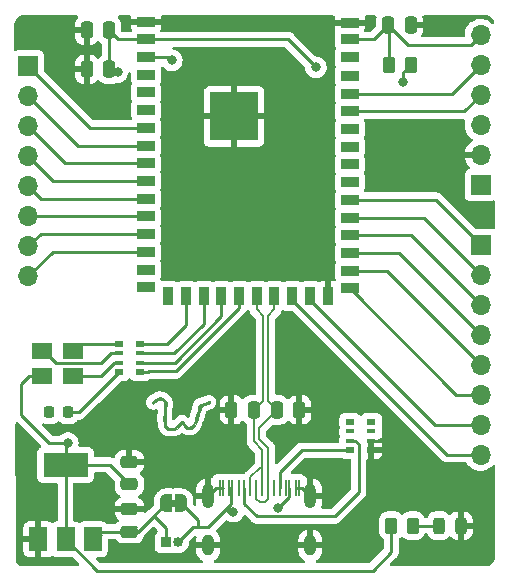
<source format=gbr>
%TF.GenerationSoftware,KiCad,Pcbnew,(5.99.0-9526-g5c17ff0595)*%
%TF.CreationDate,2021-04-11T14:24:35-05:00*%
%TF.ProjectId,DualingDev-S2,4475616c-696e-4674-9465-762d53322e6b,rev?*%
%TF.SameCoordinates,Original*%
%TF.FileFunction,Copper,L1,Top*%
%TF.FilePolarity,Positive*%
%FSLAX46Y46*%
G04 Gerber Fmt 4.6, Leading zero omitted, Abs format (unit mm)*
G04 Created by KiCad (PCBNEW (5.99.0-9526-g5c17ff0595)) date 2021-04-11 14:24:35*
%MOMM*%
%LPD*%
G01*
G04 APERTURE LIST*
G04 Aperture macros list*
%AMRoundRect*
0 Rectangle with rounded corners*
0 $1 Rounding radius*
0 $2 $3 $4 $5 $6 $7 $8 $9 X,Y pos of 4 corners*
0 Add a 4 corners polygon primitive as box body*
4,1,4,$2,$3,$4,$5,$6,$7,$8,$9,$2,$3,0*
0 Add four circle primitives for the rounded corners*
1,1,$1+$1,$2,$3*
1,1,$1+$1,$4,$5*
1,1,$1+$1,$6,$7*
1,1,$1+$1,$8,$9*
0 Add four rect primitives between the rounded corners*
20,1,$1+$1,$2,$3,$4,$5,0*
20,1,$1+$1,$4,$5,$6,$7,0*
20,1,$1+$1,$6,$7,$8,$9,0*
20,1,$1+$1,$8,$9,$2,$3,0*%
%AMFreePoly0*
4,1,22,0.500000,-0.750000,0.000000,-0.750000,0.000000,-0.745033,-0.079941,-0.743568,-0.215256,-0.701293,-0.333266,-0.622738,-0.424486,-0.514219,-0.481581,-0.384460,-0.499164,-0.250000,-0.500000,-0.250000,-0.500000,0.250000,-0.499164,0.250000,-0.499963,0.256109,-0.478152,0.396186,-0.417904,0.524511,-0.324060,0.630769,-0.204165,0.706417,-0.067858,0.745374,0.000000,0.744959,0.000000,0.750000,
0.500000,0.750000,0.500000,-0.750000,0.500000,-0.750000,$1*%
%AMFreePoly1*
4,1,20,0.000000,0.744959,0.073905,0.744508,0.209726,0.703889,0.328688,0.626782,0.421226,0.519385,0.479903,0.390333,0.500000,0.250000,0.500000,-0.250000,0.499851,-0.262216,0.476331,-0.402017,0.414519,-0.529596,0.319384,-0.634700,0.198574,-0.708877,0.061801,-0.746166,0.000000,-0.745033,0.000000,-0.750000,-0.500000,-0.750000,-0.500000,0.750000,0.000000,0.750000,0.000000,0.744959,
0.000000,0.744959,$1*%
G04 Aperture macros list end*
%TA.AperFunction,EtchedComponent*%
%ADD10C,0.010000*%
%TD*%
%TA.AperFunction,ComponentPad*%
%ADD11O,0.850000X0.850000*%
%TD*%
%TA.AperFunction,ComponentPad*%
%ADD12R,0.850000X0.850000*%
%TD*%
%TA.AperFunction,SMDPad,CuDef*%
%ADD13FreePoly0,180.000000*%
%TD*%
%TA.AperFunction,SMDPad,CuDef*%
%ADD14FreePoly1,180.000000*%
%TD*%
%TA.AperFunction,SMDPad,CuDef*%
%ADD15RoundRect,0.218750X-0.218750X-0.256250X0.218750X-0.256250X0.218750X0.256250X-0.218750X0.256250X0*%
%TD*%
%TA.AperFunction,SMDPad,CuDef*%
%ADD16R,0.800000X0.500000*%
%TD*%
%TA.AperFunction,SMDPad,CuDef*%
%ADD17R,0.800000X0.400000*%
%TD*%
%TA.AperFunction,SMDPad,CuDef*%
%ADD18RoundRect,0.250000X-0.250000X-0.475000X0.250000X-0.475000X0.250000X0.475000X-0.250000X0.475000X0*%
%TD*%
%TA.AperFunction,SMDPad,CuDef*%
%ADD19R,1.800000X1.400000*%
%TD*%
%TA.AperFunction,SMDPad,CuDef*%
%ADD20RoundRect,0.250000X0.250000X0.475000X-0.250000X0.475000X-0.250000X-0.475000X0.250000X-0.475000X0*%
%TD*%
%TA.AperFunction,SMDPad,CuDef*%
%ADD21RoundRect,0.250000X0.475000X-0.250000X0.475000X0.250000X-0.475000X0.250000X-0.475000X-0.250000X0*%
%TD*%
%TA.AperFunction,ComponentPad*%
%ADD22R,1.700000X1.700000*%
%TD*%
%TA.AperFunction,ComponentPad*%
%ADD23O,1.700000X1.700000*%
%TD*%
%TA.AperFunction,SMDPad,CuDef*%
%ADD24RoundRect,0.250000X-0.262500X-0.450000X0.262500X-0.450000X0.262500X0.450000X-0.262500X0.450000X0*%
%TD*%
%TA.AperFunction,SMDPad,CuDef*%
%ADD25RoundRect,0.243750X0.243750X0.456250X-0.243750X0.456250X-0.243750X-0.456250X0.243750X-0.456250X0*%
%TD*%
%TA.AperFunction,SMDPad,CuDef*%
%ADD26R,1.500000X0.900000*%
%TD*%
%TA.AperFunction,SMDPad,CuDef*%
%ADD27R,0.900000X1.500000*%
%TD*%
%TA.AperFunction,SMDPad,CuDef*%
%ADD28R,4.100000X4.100000*%
%TD*%
%TA.AperFunction,SMDPad,CuDef*%
%ADD29R,1.500000X2.000000*%
%TD*%
%TA.AperFunction,SMDPad,CuDef*%
%ADD30R,3.800000X2.000000*%
%TD*%
%TA.AperFunction,SMDPad,CuDef*%
%ADD31R,0.250000X1.400000*%
%TD*%
%TA.AperFunction,ComponentPad*%
%ADD32O,1.000000X1.800000*%
%TD*%
%TA.AperFunction,ComponentPad*%
%ADD33O,1.000000X2.100000*%
%TD*%
%TA.AperFunction,ViaPad*%
%ADD34C,0.800000*%
%TD*%
%TA.AperFunction,Conductor*%
%ADD35C,0.250000*%
%TD*%
%TA.AperFunction,Conductor*%
%ADD36C,0.200000*%
%TD*%
G04 APERTURE END LIST*
%TO.C,JP1*%
G36*
X137600000Y-110000000D02*
G01*
X137100000Y-110000000D01*
X137100000Y-109400000D01*
X137600000Y-109400000D01*
X137600000Y-110000000D01*
G37*
D10*
%TO.C,Ref\u002A\u002A*%
X136369413Y-100779101D02*
X136552476Y-100871441D01*
X136552476Y-100871441D02*
X136688408Y-101005243D01*
X136688408Y-101005243D02*
X136695789Y-101016445D01*
X136695789Y-101016445D02*
X136734296Y-101086560D01*
X136734296Y-101086560D02*
X136755787Y-101161161D01*
X136755787Y-101161161D02*
X136762260Y-101261906D01*
X136762260Y-101261906D02*
X136755713Y-101410454D01*
X136755713Y-101410454D02*
X136744912Y-101549000D01*
X136744912Y-101549000D02*
X136731318Y-101757176D01*
X136731318Y-101757176D02*
X136720127Y-102015106D01*
X136720127Y-102015106D02*
X136712606Y-102287886D01*
X136712606Y-102287886D02*
X136710038Y-102509064D01*
X136710038Y-102509064D02*
X136710779Y-102741042D01*
X136710779Y-102741042D02*
X136715613Y-102905025D01*
X136715613Y-102905025D02*
X136726695Y-103017664D01*
X136726695Y-103017664D02*
X136746180Y-103095610D01*
X136746180Y-103095610D02*
X136776225Y-103155512D01*
X136776225Y-103155512D02*
X136797732Y-103186397D01*
X136797732Y-103186397D02*
X136883602Y-103271274D01*
X136883602Y-103271274D02*
X136997178Y-103311004D01*
X136997178Y-103311004D02*
X137070016Y-103319227D01*
X137070016Y-103319227D02*
X137317890Y-103300096D01*
X137317890Y-103300096D02*
X137545719Y-103202890D01*
X137545719Y-103202890D02*
X137759344Y-103024818D01*
X137759344Y-103024818D02*
X137814224Y-102963825D01*
X137814224Y-102963825D02*
X137918892Y-102850241D01*
X137918892Y-102850241D02*
X138009066Y-102768178D01*
X138009066Y-102768178D02*
X138066141Y-102734453D01*
X138066141Y-102734453D02*
X138068112Y-102734334D01*
X138068112Y-102734334D02*
X138123755Y-102767452D01*
X138123755Y-102767452D02*
X138197182Y-102851096D01*
X138197182Y-102851096D02*
X138229505Y-102898393D01*
X138229505Y-102898393D02*
X138376869Y-103089127D01*
X138376869Y-103089127D02*
X138526913Y-103203226D01*
X138526913Y-103203226D02*
X138674284Y-103239020D01*
X138674284Y-103239020D02*
X138813631Y-103194837D01*
X138813631Y-103194837D02*
X138907971Y-103110223D01*
X138907971Y-103110223D02*
X138988653Y-103001415D01*
X138988653Y-103001415D02*
X139058934Y-102873458D01*
X139058934Y-102873458D02*
X139126082Y-102709221D01*
X139126082Y-102709221D02*
X139197364Y-102491574D01*
X139197364Y-102491574D02*
X139255985Y-102289834D01*
X139255985Y-102289834D02*
X139315450Y-102079010D01*
X139315450Y-102079010D02*
X139377683Y-101859557D01*
X139377683Y-101859557D02*
X139431333Y-101671471D01*
X139431333Y-101671471D02*
X139442246Y-101633442D01*
X139442246Y-101633442D02*
X139521416Y-101358050D01*
X139521416Y-101358050D02*
X139949565Y-101194582D01*
X139949565Y-101194582D02*
X140167567Y-101115972D01*
X140167567Y-101115972D02*
X140315998Y-101073703D01*
X140315998Y-101073703D02*
X140401001Y-101066227D01*
X140401001Y-101066227D02*
X140422145Y-101075545D01*
X140422145Y-101075545D02*
X140452677Y-101134474D01*
X140452677Y-101134474D02*
X140419740Y-101194145D01*
X140419740Y-101194145D02*
X140317286Y-101259634D01*
X140317286Y-101259634D02*
X140139270Y-101336021D01*
X140139270Y-101336021D02*
X140089887Y-101354600D01*
X140089887Y-101354600D02*
X139930263Y-101416840D01*
X139930263Y-101416840D02*
X139799296Y-101473866D01*
X139799296Y-101473866D02*
X139719270Y-101515783D01*
X139719270Y-101515783D02*
X139708527Y-101523933D01*
X139708527Y-101523933D02*
X139680315Y-101580037D01*
X139680315Y-101580037D02*
X139636526Y-101701746D01*
X139636526Y-101701746D02*
X139582553Y-101872637D01*
X139582553Y-101872637D02*
X139523790Y-102076288D01*
X139523790Y-102076288D02*
X139507251Y-102136804D01*
X139507251Y-102136804D02*
X139396737Y-102518610D01*
X139396737Y-102518610D02*
X139290651Y-102823568D01*
X139290651Y-102823568D02*
X139184846Y-103059062D01*
X139184846Y-103059062D02*
X139075173Y-103232475D01*
X139075173Y-103232475D02*
X138957485Y-103351190D01*
X138957485Y-103351190D02*
X138827635Y-103422591D01*
X138827635Y-103422591D02*
X138776069Y-103438398D01*
X138776069Y-103438398D02*
X138602379Y-103441191D01*
X138602379Y-103441191D02*
X138418574Y-103374646D01*
X138418574Y-103374646D02*
X138246259Y-103247924D01*
X138246259Y-103247924D02*
X138192569Y-103190944D01*
X138192569Y-103190944D02*
X138041511Y-103014467D01*
X138041511Y-103014467D02*
X137871542Y-103191355D01*
X137871542Y-103191355D02*
X137687034Y-103357866D01*
X137687034Y-103357866D02*
X137503712Y-103460737D01*
X137503712Y-103460737D02*
X137290918Y-103514778D01*
X137290918Y-103514778D02*
X137176413Y-103527186D01*
X137176413Y-103527186D02*
X137018971Y-103533485D01*
X137018971Y-103533485D02*
X136909906Y-103517957D01*
X136909906Y-103517957D02*
X136814244Y-103473620D01*
X136814244Y-103473620D02*
X136772334Y-103446552D01*
X136772334Y-103446552D02*
X136644087Y-103318677D01*
X136644087Y-103318677D02*
X136552698Y-103131493D01*
X136552698Y-103131493D02*
X136497655Y-102881317D01*
X136497655Y-102881317D02*
X136478449Y-102564461D01*
X136478449Y-102564461D02*
X136494569Y-102177242D01*
X136494569Y-102177242D02*
X136539182Y-101763076D01*
X136539182Y-101763076D02*
X136567945Y-101511873D01*
X136567945Y-101511873D02*
X136575189Y-101328459D01*
X136575189Y-101328459D02*
X136557137Y-101197833D01*
X136557137Y-101197833D02*
X136510009Y-101104997D01*
X136510009Y-101104997D02*
X136430027Y-101034951D01*
X136430027Y-101034951D02*
X136343702Y-100987122D01*
X136343702Y-100987122D02*
X136198658Y-100942101D01*
X136198658Y-100942101D02*
X136060297Y-100960585D01*
X136060297Y-100960585D02*
X135912541Y-101047350D01*
X135912541Y-101047350D02*
X135796579Y-101149650D01*
X135796579Y-101149650D02*
X135701116Y-101235110D01*
X135701116Y-101235110D02*
X135638509Y-101265811D01*
X135638509Y-101265811D02*
X135586292Y-101251090D01*
X135586292Y-101251090D02*
X135573527Y-101242361D01*
X135573527Y-101242361D02*
X135526073Y-101197661D01*
X135526073Y-101197661D02*
X135532352Y-101148669D01*
X135532352Y-101148669D02*
X135570525Y-101089482D01*
X135570525Y-101089482D02*
X135679960Y-100976072D01*
X135679960Y-100976072D02*
X135832501Y-100869287D01*
X135832501Y-100869287D02*
X135997405Y-100786782D01*
X135997405Y-100786782D02*
X136143928Y-100746212D01*
X136143928Y-100746212D02*
X136170974Y-100744667D01*
X136170974Y-100744667D02*
X136369413Y-100779101D01*
X136369413Y-100779101D02*
X136369413Y-100779101D01*
G36*
X136369413Y-100779101D02*
G01*
X136552476Y-100871441D01*
X136688408Y-101005243D01*
X136695789Y-101016445D01*
X136734296Y-101086560D01*
X136755787Y-101161161D01*
X136762260Y-101261906D01*
X136755713Y-101410454D01*
X136744912Y-101549000D01*
X136731318Y-101757176D01*
X136720127Y-102015106D01*
X136712606Y-102287886D01*
X136710038Y-102509064D01*
X136710779Y-102741042D01*
X136715613Y-102905025D01*
X136726695Y-103017664D01*
X136746180Y-103095610D01*
X136776225Y-103155512D01*
X136797732Y-103186397D01*
X136883602Y-103271274D01*
X136997178Y-103311004D01*
X137070016Y-103319227D01*
X137317890Y-103300096D01*
X137545719Y-103202890D01*
X137759344Y-103024818D01*
X137814224Y-102963825D01*
X137918892Y-102850241D01*
X138009066Y-102768178D01*
X138066141Y-102734453D01*
X138068112Y-102734334D01*
X138123755Y-102767452D01*
X138197182Y-102851096D01*
X138229505Y-102898393D01*
X138376869Y-103089127D01*
X138526913Y-103203226D01*
X138674284Y-103239020D01*
X138813631Y-103194837D01*
X138907971Y-103110223D01*
X138988653Y-103001415D01*
X139058934Y-102873458D01*
X139126082Y-102709221D01*
X139197364Y-102491574D01*
X139255985Y-102289834D01*
X139315450Y-102079010D01*
X139377683Y-101859557D01*
X139431333Y-101671471D01*
X139442246Y-101633442D01*
X139521416Y-101358050D01*
X139949565Y-101194582D01*
X140167567Y-101115972D01*
X140315998Y-101073703D01*
X140401001Y-101066227D01*
X140422145Y-101075545D01*
X140452677Y-101134474D01*
X140419740Y-101194145D01*
X140317286Y-101259634D01*
X140139270Y-101336021D01*
X140089887Y-101354600D01*
X139930263Y-101416840D01*
X139799296Y-101473866D01*
X139719270Y-101515783D01*
X139708527Y-101523933D01*
X139680315Y-101580037D01*
X139636526Y-101701746D01*
X139582553Y-101872637D01*
X139523790Y-102076288D01*
X139507251Y-102136804D01*
X139396737Y-102518610D01*
X139290651Y-102823568D01*
X139184846Y-103059062D01*
X139075173Y-103232475D01*
X138957485Y-103351190D01*
X138827635Y-103422591D01*
X138776069Y-103438398D01*
X138602379Y-103441191D01*
X138418574Y-103374646D01*
X138246259Y-103247924D01*
X138192569Y-103190944D01*
X138041511Y-103014467D01*
X137871542Y-103191355D01*
X137687034Y-103357866D01*
X137503712Y-103460737D01*
X137290918Y-103514778D01*
X137176413Y-103527186D01*
X137018971Y-103533485D01*
X136909906Y-103517957D01*
X136814244Y-103473620D01*
X136772334Y-103446552D01*
X136644087Y-103318677D01*
X136552698Y-103131493D01*
X136497655Y-102881317D01*
X136478449Y-102564461D01*
X136494569Y-102177242D01*
X136539182Y-101763076D01*
X136567945Y-101511873D01*
X136575189Y-101328459D01*
X136557137Y-101197833D01*
X136510009Y-101104997D01*
X136430027Y-101034951D01*
X136343702Y-100987122D01*
X136198658Y-100942101D01*
X136060297Y-100960585D01*
X135912541Y-101047350D01*
X135796579Y-101149650D01*
X135701116Y-101235110D01*
X135638509Y-101265811D01*
X135586292Y-101251090D01*
X135573527Y-101242361D01*
X135526073Y-101197661D01*
X135532352Y-101148669D01*
X135570525Y-101089482D01*
X135679960Y-100976072D01*
X135832501Y-100869287D01*
X135997405Y-100786782D01*
X136143928Y-100746212D01*
X136170974Y-100744667D01*
X136369413Y-100779101D01*
G37*
X136369413Y-100779101D02*
X136552476Y-100871441D01*
X136688408Y-101005243D01*
X136695789Y-101016445D01*
X136734296Y-101086560D01*
X136755787Y-101161161D01*
X136762260Y-101261906D01*
X136755713Y-101410454D01*
X136744912Y-101549000D01*
X136731318Y-101757176D01*
X136720127Y-102015106D01*
X136712606Y-102287886D01*
X136710038Y-102509064D01*
X136710779Y-102741042D01*
X136715613Y-102905025D01*
X136726695Y-103017664D01*
X136746180Y-103095610D01*
X136776225Y-103155512D01*
X136797732Y-103186397D01*
X136883602Y-103271274D01*
X136997178Y-103311004D01*
X137070016Y-103319227D01*
X137317890Y-103300096D01*
X137545719Y-103202890D01*
X137759344Y-103024818D01*
X137814224Y-102963825D01*
X137918892Y-102850241D01*
X138009066Y-102768178D01*
X138066141Y-102734453D01*
X138068112Y-102734334D01*
X138123755Y-102767452D01*
X138197182Y-102851096D01*
X138229505Y-102898393D01*
X138376869Y-103089127D01*
X138526913Y-103203226D01*
X138674284Y-103239020D01*
X138813631Y-103194837D01*
X138907971Y-103110223D01*
X138988653Y-103001415D01*
X139058934Y-102873458D01*
X139126082Y-102709221D01*
X139197364Y-102491574D01*
X139255985Y-102289834D01*
X139315450Y-102079010D01*
X139377683Y-101859557D01*
X139431333Y-101671471D01*
X139442246Y-101633442D01*
X139521416Y-101358050D01*
X139949565Y-101194582D01*
X140167567Y-101115972D01*
X140315998Y-101073703D01*
X140401001Y-101066227D01*
X140422145Y-101075545D01*
X140452677Y-101134474D01*
X140419740Y-101194145D01*
X140317286Y-101259634D01*
X140139270Y-101336021D01*
X140089887Y-101354600D01*
X139930263Y-101416840D01*
X139799296Y-101473866D01*
X139719270Y-101515783D01*
X139708527Y-101523933D01*
X139680315Y-101580037D01*
X139636526Y-101701746D01*
X139582553Y-101872637D01*
X139523790Y-102076288D01*
X139507251Y-102136804D01*
X139396737Y-102518610D01*
X139290651Y-102823568D01*
X139184846Y-103059062D01*
X139075173Y-103232475D01*
X138957485Y-103351190D01*
X138827635Y-103422591D01*
X138776069Y-103438398D01*
X138602379Y-103441191D01*
X138418574Y-103374646D01*
X138246259Y-103247924D01*
X138192569Y-103190944D01*
X138041511Y-103014467D01*
X137871542Y-103191355D01*
X137687034Y-103357866D01*
X137503712Y-103460737D01*
X137290918Y-103514778D01*
X137176413Y-103527186D01*
X137018971Y-103533485D01*
X136909906Y-103517957D01*
X136814244Y-103473620D01*
X136772334Y-103446552D01*
X136644087Y-103318677D01*
X136552698Y-103131493D01*
X136497655Y-102881317D01*
X136478449Y-102564461D01*
X136494569Y-102177242D01*
X136539182Y-101763076D01*
X136567945Y-101511873D01*
X136575189Y-101328459D01*
X136557137Y-101197833D01*
X136510009Y-101104997D01*
X136430027Y-101034951D01*
X136343702Y-100987122D01*
X136198658Y-100942101D01*
X136060297Y-100960585D01*
X135912541Y-101047350D01*
X135796579Y-101149650D01*
X135701116Y-101235110D01*
X135638509Y-101265811D01*
X135586292Y-101251090D01*
X135573527Y-101242361D01*
X135526073Y-101197661D01*
X135532352Y-101148669D01*
X135570525Y-101089482D01*
X135679960Y-100976072D01*
X135832501Y-100869287D01*
X135997405Y-100786782D01*
X136143928Y-100746212D01*
X136170974Y-100744667D01*
X136369413Y-100779101D01*
%TD*%
D11*
%TO.P,J4,2,Pin_2*%
%TO.N,VBUS*%
X137700000Y-113000000D03*
D12*
%TO.P,J4,1,Pin_1*%
%TO.N,Net-(C6-Pad1)*%
X136700000Y-113000000D03*
%TD*%
D13*
%TO.P,JP1,1,1*%
%TO.N,VBUS*%
X138000000Y-109700000D03*
D14*
%TO.P,JP1,2,2*%
%TO.N,Net-(C6-Pad1)*%
X136700000Y-109700000D03*
%TD*%
D15*
%TO.P,D3,1,K*%
%TO.N,VSS*%
X126825000Y-102000000D03*
%TO.P,D3,2,A*%
%TO.N,Net-(D3-Pad2)*%
X128400000Y-102000000D03*
%TD*%
D16*
%TO.P,RN1,1,R1.1*%
%TO.N,GND*%
X154100000Y-105200000D03*
D17*
%TO.P,RN1,2,R2.1*%
X154100000Y-104400000D03*
%TO.P,RN1,3,R3.1*%
%TO.N,unconnected-(RN1-Pad3)*%
X154100000Y-103600000D03*
D16*
%TO.P,RN1,4,R4.1*%
%TO.N,unconnected-(RN1-Pad4)*%
X154100000Y-102800000D03*
%TO.P,RN1,5,R4.2*%
%TO.N,unconnected-(RN1-Pad5)*%
X152300000Y-102800000D03*
D17*
%TO.P,RN1,6,R3.2*%
%TO.N,unconnected-(RN1-Pad6)*%
X152300000Y-103600000D03*
%TO.P,RN1,7,R2.2*%
%TO.N,Net-(P1-PadA5)*%
X152300000Y-104400000D03*
D16*
%TO.P,RN1,8,R1.2*%
%TO.N,Net-(P1-PadB5)*%
X152300000Y-105200000D03*
%TD*%
D18*
%TO.P,C4,1*%
%TO.N,/D+*%
X146100000Y-101800000D03*
%TO.P,C4,2*%
%TO.N,GND*%
X148000000Y-101800000D03*
%TD*%
D19*
%TO.P,D2,1,BK*%
%TO.N,Net-(D2-Pad1)*%
X128800000Y-96800000D03*
%TO.P,D2,2,GK*%
%TO.N,Net-(D2-Pad2)*%
X126200000Y-96800000D03*
%TO.P,D2,3,RK*%
%TO.N,Net-(D2-Pad3)*%
X128800000Y-98900000D03*
%TO.P,D2,4,A*%
%TO.N,VCC*%
X126200000Y-98900000D03*
%TD*%
D20*
%TO.P,C3,1*%
%TO.N,VCC*%
X131900000Y-69650000D03*
%TO.P,C3,2*%
%TO.N,GND*%
X130000000Y-69650000D03*
%TD*%
D21*
%TO.P,C6,1*%
%TO.N,Net-(C6-Pad1)*%
X133600000Y-112100000D03*
%TO.P,C6,2*%
%TO.N,GND*%
X133600000Y-110200000D03*
%TD*%
D18*
%TO.P,C1,1*%
%TO.N,Reset*%
X155525000Y-69200000D03*
%TO.P,C1,2*%
%TO.N,GND*%
X157425000Y-69200000D03*
%TD*%
D22*
%TO.P,J2,1,Pin_1*%
%TO.N,Net-(J2-Pad1)*%
X125050000Y-72710000D03*
D23*
%TO.P,J2,2,Pin_2*%
%TO.N,Net-(J2-Pad2)*%
X125050000Y-75250000D03*
%TO.P,J2,3,Pin_3*%
%TO.N,Net-(J2-Pad3)*%
X125050000Y-77790000D03*
%TO.P,J2,4,Pin_4*%
%TO.N,Net-(J2-Pad4)*%
X125050000Y-80330000D03*
%TO.P,J2,5,Pin_5*%
%TO.N,Net-(J2-Pad5)*%
X125050000Y-82870000D03*
%TO.P,J2,6,Pin_6*%
%TO.N,Net-(J2-Pad6)*%
X125050000Y-85410000D03*
%TO.P,J2,7,Pin_7*%
%TO.N,Net-(J2-Pad7)*%
X125050000Y-87950000D03*
%TO.P,J2,8,Pin_8*%
%TO.N,Net-(J2-Pad8)*%
X125050000Y-90490000D03*
%TD*%
D24*
%TO.P,R4,1*%
%TO.N,VCC*%
X155775000Y-111600000D03*
%TO.P,R4,2*%
%TO.N,Net-(D1-Pad2)*%
X157600000Y-111600000D03*
%TD*%
D25*
%TO.P,D1,1,K*%
%TO.N,GND*%
X161675000Y-111600000D03*
%TO.P,D1,2,A*%
%TO.N,Net-(D1-Pad2)*%
X159800000Y-111600000D03*
%TD*%
D20*
%TO.P,C2,1*%
%TO.N,VCC*%
X131900000Y-72950000D03*
%TO.P,C2,2*%
%TO.N,GND*%
X130000000Y-72950000D03*
%TD*%
D24*
%TO.P,R3,1*%
%TO.N,Reset*%
X155600000Y-72600000D03*
%TO.P,R3,2*%
%TO.N,VCC*%
X157425000Y-72600000D03*
%TD*%
D20*
%TO.P,C5,1*%
%TO.N,/D-*%
X144150000Y-101800000D03*
%TO.P,C5,2*%
%TO.N,GND*%
X142250000Y-101800000D03*
%TD*%
D22*
%TO.P,J1,1,Pin_1*%
%TO.N,VCC*%
X163350000Y-82750000D03*
D23*
%TO.P,J1,2,Pin_2*%
%TO.N,GND*%
X163350000Y-80210000D03*
%TO.P,J1,3,Pin_3*%
%TO.N,Boot*%
X163350000Y-77670000D03*
%TO.P,J1,4,Pin_4*%
%TO.N,TX*%
X163350000Y-75130000D03*
%TO.P,J1,5,Pin_5*%
%TO.N,RX*%
X163350000Y-72590000D03*
%TO.P,J1,6,Pin_6*%
%TO.N,Reset*%
X163350000Y-70050000D03*
%TD*%
D22*
%TO.P,J3,1,Pin_1*%
%TO.N,Net-(J3-Pad1)*%
X163350000Y-87805000D03*
D23*
%TO.P,J3,2,Pin_2*%
%TO.N,Net-(J3-Pad2)*%
X163350000Y-90345000D03*
%TO.P,J3,3,Pin_3*%
%TO.N,Net-(J3-Pad3)*%
X163350000Y-92885000D03*
%TO.P,J3,4,Pin_4*%
%TO.N,Net-(J3-Pad4)*%
X163350000Y-95425000D03*
%TO.P,J3,5,Pin_5*%
%TO.N,Net-(J3-Pad5)*%
X163350000Y-97965000D03*
%TO.P,J3,6,Pin_6*%
%TO.N,Net-(J3-Pad6)*%
X163350000Y-100505000D03*
%TO.P,J3,7,Pin_7*%
%TO.N,Net-(J3-Pad7)*%
X163350000Y-103045000D03*
%TO.P,J3,8,Pin_8*%
%TO.N,Net-(J3-Pad8)*%
X163350000Y-105585000D03*
%TD*%
D26*
%TO.P,U1,1,GND*%
%TO.N,GND*%
X135015000Y-68915000D03*
%TO.P,U1,2,3V3*%
%TO.N,VCC*%
X135015000Y-70415000D03*
%TO.P,U1,3,IO00*%
%TO.N,Boot*%
X135015000Y-71915000D03*
%TO.P,U1,4,IO01*%
%TO.N,unconnected-(U1-Pad4)*%
X135015000Y-73415000D03*
%TO.P,U1,5,IO02*%
%TO.N,unconnected-(U1-Pad5)*%
X135015000Y-74915000D03*
%TO.P,U1,6,IO03*%
%TO.N,unconnected-(U1-Pad6)*%
X135015000Y-76415000D03*
%TO.P,U1,7,IO04*%
%TO.N,Net-(J2-Pad1)*%
X135015000Y-77915000D03*
%TO.P,U1,8,IO05*%
%TO.N,Net-(J2-Pad2)*%
X135015000Y-79415000D03*
%TO.P,U1,9,IO06*%
%TO.N,Net-(J2-Pad3)*%
X135015000Y-80915000D03*
%TO.P,U1,10,IO07*%
%TO.N,Net-(J2-Pad4)*%
X135015000Y-82415000D03*
%TO.P,U1,11,IO08*%
%TO.N,Net-(J2-Pad5)*%
X135015000Y-83915000D03*
%TO.P,U1,12,IO09*%
%TO.N,Net-(J2-Pad6)*%
X135015000Y-85415000D03*
%TO.P,U1,13,IO10*%
%TO.N,Net-(J2-Pad7)*%
X135015000Y-86915000D03*
%TO.P,U1,14,IO11*%
%TO.N,Net-(J2-Pad8)*%
X135015000Y-88415000D03*
%TO.P,U1,15,IO12*%
%TO.N,/SDB*%
X135015000Y-89915000D03*
%TO.P,U1,16,IO13*%
%TO.N,/SDA*%
X135015000Y-91415000D03*
D27*
%TO.P,U1,17,IO14*%
%TO.N,/SCL*%
X136890000Y-92165000D03*
%TO.P,U1,18,IO15*%
%TO.N,Blue*%
X138390000Y-92165000D03*
%TO.P,U1,19,IO16*%
%TO.N,Green*%
X139890000Y-92165000D03*
%TO.P,U1,20,IO17*%
%TO.N,Red*%
X141390000Y-92165000D03*
%TO.P,U1,21,IO18*%
%TO.N,Attention*%
X142890000Y-92165000D03*
%TO.P,U1,22,USB_D-*%
%TO.N,/D-*%
X144390000Y-92165000D03*
%TO.P,U1,23,USB_D+*%
%TO.N,/D+*%
X145890000Y-92165000D03*
%TO.P,U1,24,IO21*%
%TO.N,Net-(J3-Pad8)*%
X147390000Y-92165000D03*
%TO.P,U1,25,IO26*%
%TO.N,Net-(J3-Pad7)*%
X148890000Y-92165000D03*
%TO.P,U1,26,GND*%
%TO.N,GND*%
X150390000Y-92165000D03*
D26*
%TO.P,U1,27,IO33*%
%TO.N,Net-(J3-Pad6)*%
X152265000Y-91515000D03*
%TO.P,U1,28,IO34*%
%TO.N,Net-(J3-Pad5)*%
X152265000Y-90015000D03*
%TO.P,U1,29,IO35*%
%TO.N,Net-(J3-Pad4)*%
X152265000Y-88515000D03*
%TO.P,U1,30,IO36*%
%TO.N,Net-(J3-Pad3)*%
X152265000Y-87015000D03*
%TO.P,U1,31,IO37*%
%TO.N,Net-(J3-Pad2)*%
X152265000Y-85515000D03*
%TO.P,U1,32,IO38*%
%TO.N,Net-(J3-Pad1)*%
X152265000Y-84015000D03*
%TO.P,U1,33,IO39*%
%TO.N,unconnected-(U1-Pad33)*%
X152265000Y-82515000D03*
%TO.P,U1,34,IO40*%
%TO.N,unconnected-(U1-Pad34)*%
X152265000Y-81015000D03*
%TO.P,U1,35,IO41*%
%TO.N,unconnected-(U1-Pad35)*%
X152265000Y-79515000D03*
%TO.P,U1,36,IO42*%
%TO.N,unconnected-(U1-Pad36)*%
X152265000Y-78015000D03*
%TO.P,U1,37,TXD0*%
%TO.N,TX*%
X152265000Y-76515000D03*
%TO.P,U1,38,RXD0*%
%TO.N,RX*%
X152265000Y-75015000D03*
%TO.P,U1,39,IO45*%
%TO.N,unconnected-(U1-Pad39)*%
X152265000Y-73515000D03*
%TO.P,U1,40,IO46*%
%TO.N,unconnected-(U1-Pad40)*%
X152265000Y-71915000D03*
%TO.P,U1,41,EN*%
%TO.N,Reset*%
X152265000Y-70415000D03*
%TO.P,U1,42,GND*%
%TO.N,GND*%
X152265000Y-69015000D03*
D28*
%TO.P,U1,43,GND*%
X142450000Y-76955000D03*
%TD*%
D29*
%TO.P,U2,1,GND*%
%TO.N,GND*%
X125900000Y-112750000D03*
%TO.P,U2,2,VO*%
%TO.N,VCC*%
X128200000Y-112750000D03*
D30*
X128200000Y-106450000D03*
D29*
%TO.P,U2,3,VI*%
%TO.N,Net-(C6-Pad1)*%
X130500000Y-112750000D03*
%TD*%
D21*
%TO.P,C7,1*%
%TO.N,VCC*%
X133600000Y-108100000D03*
%TO.P,C7,2*%
%TO.N,GND*%
X133600000Y-106200000D03*
%TD*%
D16*
%TO.P,RN2,1,R1.1*%
%TO.N,Attention*%
X134500000Y-98600000D03*
D17*
%TO.P,RN2,2,R2.1*%
%TO.N,Red*%
X134500000Y-97800000D03*
%TO.P,RN2,3,R3.1*%
%TO.N,Green*%
X134500000Y-97000000D03*
D16*
%TO.P,RN2,4,R4.1*%
%TO.N,Blue*%
X134500000Y-96200000D03*
%TO.P,RN2,5,R4.2*%
%TO.N,Net-(D2-Pad1)*%
X132700000Y-96200000D03*
D17*
%TO.P,RN2,6,R3.2*%
%TO.N,Net-(D2-Pad2)*%
X132700000Y-97000000D03*
%TO.P,RN2,7,R2.2*%
%TO.N,Net-(D2-Pad3)*%
X132700000Y-97800000D03*
D16*
%TO.P,RN2,8,R1.2*%
%TO.N,Net-(D3-Pad2)*%
X132700000Y-98600000D03*
%TD*%
D31*
%TO.P,P1,A1,GND*%
%TO.N,GND*%
X141275000Y-108412500D03*
%TO.P,P1,A4,VBUS*%
%TO.N,VBUS*%
X142075000Y-108412500D03*
%TO.P,P1,A5,CC*%
%TO.N,Net-(P1-PadA5)*%
X143350000Y-108412500D03*
%TO.P,P1,A6,D+*%
%TO.N,/D+*%
X144350000Y-108412500D03*
%TO.P,P1,A7,D-*%
%TO.N,/D-*%
X144850000Y-108412500D03*
%TO.P,P1,A8,SBU1*%
%TO.N,unconnected-(P1-PadA8)*%
X142850000Y-108412500D03*
%TO.P,P1,A9,VBUS*%
%TO.N,VBUS*%
X147125000Y-108412500D03*
%TO.P,P1,A12,GND*%
%TO.N,GND*%
X147925000Y-108412500D03*
%TO.P,P1,B1,GND*%
X147675000Y-108412500D03*
%TO.P,P1,B4,VBUS*%
%TO.N,VBUS*%
X146875000Y-108412500D03*
%TO.P,P1,B5,VCONN*%
%TO.N,Net-(P1-PadB5)*%
X146350000Y-108412500D03*
%TO.P,P1,B6,D+*%
%TO.N,/D+*%
X145350000Y-108412500D03*
%TO.P,P1,B7,D-*%
%TO.N,/D-*%
X143850000Y-108412500D03*
%TO.P,P1,B8,SBU2*%
%TO.N,unconnected-(P1-PadB8)*%
X145850000Y-108412500D03*
%TO.P,P1,B9,VBUS*%
%TO.N,VBUS*%
X142325000Y-108412500D03*
%TO.P,P1,B12,GND*%
%TO.N,GND*%
X141525000Y-108412500D03*
D32*
%TO.P,P1,S1,SHIELD*%
X140280000Y-113262500D03*
D33*
X148920000Y-109112500D03*
X140280000Y-109112500D03*
D32*
X148920000Y-113262500D03*
%TD*%
D34*
%TO.N,GND*%
X124900000Y-104700000D03*
X133400000Y-69000000D03*
X131800000Y-103000000D03*
X160000000Y-69200000D03*
X126600000Y-69200000D03*
X154000000Y-69000000D03*
X157200000Y-105400000D03*
X159000000Y-81200000D03*
X140200000Y-81200000D03*
%TO.N,VCC*%
X149400000Y-72800000D03*
X132600000Y-73200000D03*
X128400000Y-104600000D03*
X156800000Y-74000000D03*
%TO.N,VBUS*%
X146200000Y-110075000D03*
X142400000Y-110400000D03*
%TO.N,Boot*%
X137200000Y-72200000D03*
%TD*%
D35*
%TO.N,VCC*%
X128200000Y-106450000D02*
X128200000Y-104800000D01*
X128200000Y-104800000D02*
X128400000Y-104600000D01*
X128200000Y-106450000D02*
X131950000Y-106450000D01*
X131950000Y-106450000D02*
X133600000Y-108100000D01*
X128200000Y-112750000D02*
X128200000Y-106450000D01*
X130850000Y-115400000D02*
X128200000Y-112750000D01*
X155775000Y-111600000D02*
X155775000Y-113825000D01*
X155775000Y-113825000D02*
X154200000Y-115400000D01*
X154200000Y-115400000D02*
X130850000Y-115400000D01*
%TO.N,Net-(C6-Pad1)*%
X136700000Y-109700000D02*
X135650000Y-110750000D01*
X135650000Y-110750000D02*
X134300000Y-112100000D01*
X136700000Y-113000000D02*
X136700000Y-111800000D01*
X136700000Y-111800000D02*
X135650000Y-110750000D01*
X134300000Y-112100000D02*
X133600000Y-112100000D01*
%TO.N,VBUS*%
X139400000Y-111700000D02*
X139000000Y-111700000D01*
X140288532Y-111700000D02*
X139400000Y-111700000D01*
X139400000Y-111700000D02*
X139400000Y-111100000D01*
X139400000Y-111100000D02*
X138000000Y-109700000D01*
X139000000Y-111700000D02*
X137700000Y-113000000D01*
%TO.N,VCC*%
X131900000Y-72950000D02*
X132350000Y-72950000D01*
X132350000Y-72950000D02*
X132600000Y-73200000D01*
X131900000Y-69650000D02*
X131900000Y-72950000D01*
X135015000Y-70415000D02*
X132665000Y-70415000D01*
X132665000Y-70415000D02*
X131900000Y-69650000D01*
%TO.N,GND*%
X147675000Y-108412500D02*
X147925000Y-108412500D01*
X148220000Y-108412500D02*
X148920000Y-109112500D01*
X141525000Y-108412500D02*
X141275000Y-108412500D01*
X141275000Y-108412500D02*
X140980000Y-108412500D01*
X147925000Y-108412500D02*
X148220000Y-108412500D01*
X140980000Y-108412500D02*
X140280000Y-109112500D01*
%TO.N,Reset*%
X162500000Y-70900000D02*
X163350000Y-70050000D01*
X154310000Y-70415000D02*
X152265000Y-70415000D01*
X157225000Y-70900000D02*
X162500000Y-70900000D01*
X155525000Y-69200000D02*
X157225000Y-70900000D01*
X155525000Y-69200000D02*
X154310000Y-70415000D01*
X155600000Y-69275000D02*
X155525000Y-69200000D01*
X155600000Y-72600000D02*
X155600000Y-69275000D01*
%TO.N,VCC*%
X124400000Y-102200000D02*
X124400000Y-99600000D01*
X156800000Y-73225000D02*
X157425000Y-72600000D01*
X147015000Y-70415000D02*
X149400000Y-72800000D01*
X135015000Y-70415000D02*
X147015000Y-70415000D01*
X125100000Y-98900000D02*
X126200000Y-98900000D01*
X126800000Y-104600000D02*
X124400000Y-102200000D01*
%TO.N,Net-(C6-Pad1)*%
X131200000Y-112350000D02*
X131200000Y-112385020D01*
%TO.N,VCC*%
X156800000Y-74000000D02*
X156800000Y-73225000D01*
X124400000Y-99600000D02*
X125100000Y-98900000D01*
X128400000Y-104600000D02*
X126800000Y-104600000D01*
D36*
%TO.N,/D+*%
X145350001Y-101050001D02*
X146100000Y-101800000D01*
X145350001Y-100768199D02*
X145350001Y-101050001D01*
X144637500Y-109600000D02*
X145062500Y-109600000D01*
X145890000Y-92165000D02*
X145890000Y-93290001D01*
X145325000Y-105006800D02*
X144600001Y-104281801D01*
X144600001Y-104281801D02*
X144600001Y-103299999D01*
X144350000Y-108412500D02*
X144350000Y-109312500D01*
X145062500Y-109600000D02*
X145350000Y-109312500D01*
X144600001Y-103299999D02*
X146100000Y-101800000D01*
X145890000Y-93290001D02*
X145365000Y-93815001D01*
X145350000Y-109312500D02*
X145350000Y-108412500D01*
X145365000Y-100753200D02*
X145350001Y-100768199D01*
X145350000Y-108412500D02*
X145350000Y-107362499D01*
X145350000Y-107362499D02*
X145325000Y-107337499D01*
X145365000Y-93815001D02*
X145365000Y-100753200D01*
X145325000Y-107337499D02*
X145325000Y-105006800D01*
X144350000Y-109312500D02*
X144637500Y-109600000D01*
%TO.N,/D-*%
X144915000Y-100566800D02*
X144899999Y-100581801D01*
X144687500Y-106675000D02*
X144875000Y-106675000D01*
X144390000Y-92165000D02*
X144390000Y-93290001D01*
X144390000Y-93290001D02*
X144915000Y-93815001D01*
X144875000Y-106675000D02*
X144875000Y-105193200D01*
X144875000Y-107337499D02*
X144875000Y-106675000D01*
X144850000Y-107362499D02*
X144875000Y-107337499D01*
X144915000Y-93815001D02*
X144915000Y-100566800D01*
X144899999Y-101050001D02*
X144150000Y-101800000D01*
X144850000Y-108412500D02*
X144850000Y-107362499D01*
X144150000Y-104468200D02*
X144150000Y-101800000D01*
X144875000Y-105193200D02*
X144150000Y-104468200D01*
X143850000Y-108412500D02*
X143850000Y-107512500D01*
X143850000Y-107512500D02*
X144687500Y-106675000D01*
X144899999Y-100581801D02*
X144899999Y-101050001D01*
D35*
%TO.N,VBUS*%
X142200000Y-108400000D02*
X142200000Y-109788532D01*
X142187500Y-108412500D02*
X142200000Y-108400000D01*
X142400000Y-110400000D02*
X142000000Y-110400000D01*
X147125000Y-109150000D02*
X146200000Y-110075000D01*
X142200000Y-109788532D02*
X141794266Y-110194266D01*
X142075000Y-108412500D02*
X142187500Y-108412500D01*
X147125000Y-108412500D02*
X147125000Y-109150000D01*
%TO.N,Net-(C6-Pad1)*%
X133600000Y-112100000D02*
X131150000Y-112100000D01*
%TO.N,VBUS*%
X141794266Y-110194266D02*
X140288532Y-111700000D01*
X142000000Y-110400000D02*
X141794266Y-110194266D01*
%TO.N,Net-(C6-Pad1)*%
X134150000Y-111700000D02*
X133500000Y-112350000D01*
%TO.N,Net-(D1-Pad2)*%
X157600000Y-111600000D02*
X159800000Y-111600000D01*
%TO.N,Net-(D2-Pad3)*%
X131164980Y-98900000D02*
X132264980Y-97800000D01*
X128800000Y-98900000D02*
X131164980Y-98900000D01*
X132264980Y-97800000D02*
X132700000Y-97800000D01*
%TO.N,Net-(D2-Pad2)*%
X127425011Y-97825011D02*
X131224989Y-97825011D01*
X131224989Y-97825011D02*
X132050000Y-97000000D01*
X132050000Y-97000000D02*
X132700000Y-97000000D01*
X126400000Y-96800000D02*
X127425011Y-97825011D01*
X126200000Y-96800000D02*
X126400000Y-96800000D01*
%TO.N,Net-(D2-Pad1)*%
X129400000Y-96200000D02*
X132700000Y-96200000D01*
X128800000Y-96800000D02*
X129400000Y-96200000D01*
%TO.N,Net-(D3-Pad2)*%
X132700000Y-98600000D02*
X129300000Y-102000000D01*
X129300000Y-102000000D02*
X128400000Y-102000000D01*
%TO.N,RX*%
X160925000Y-75015000D02*
X163350000Y-72590000D01*
X152265000Y-75015000D02*
X160925000Y-75015000D01*
%TO.N,TX*%
X152265000Y-76515000D02*
X161965000Y-76515000D01*
X161965000Y-76515000D02*
X163350000Y-75130000D01*
%TO.N,Boot*%
X136915000Y-71915000D02*
X137200000Y-72200000D01*
X135015000Y-71915000D02*
X136915000Y-71915000D01*
%TO.N,Net-(J2-Pad8)*%
X135015000Y-88415000D02*
X127125000Y-88415000D01*
X127125000Y-88415000D02*
X125050000Y-90490000D01*
%TO.N,Net-(J2-Pad6)*%
X135015000Y-85415000D02*
X125055000Y-85415000D01*
X125055000Y-85415000D02*
X125050000Y-85410000D01*
%TO.N,Net-(J2-Pad4)*%
X135015000Y-82415000D02*
X127135000Y-82415000D01*
X127135000Y-82415000D02*
X125050000Y-80330000D01*
%TO.N,Net-(J2-Pad2)*%
X129215000Y-79415000D02*
X125050000Y-75250000D01*
X135015000Y-79415000D02*
X129215000Y-79415000D01*
%TO.N,Net-(J2-Pad7)*%
X126085000Y-86915000D02*
X125050000Y-87950000D01*
X135015000Y-86915000D02*
X126085000Y-86915000D01*
%TO.N,Net-(J2-Pad5)*%
X126095000Y-83915000D02*
X125050000Y-82870000D01*
X135015000Y-83915000D02*
X126095000Y-83915000D01*
%TO.N,Net-(J2-Pad3)*%
X128175000Y-80915000D02*
X125050000Y-77790000D01*
X135015000Y-80915000D02*
X128175000Y-80915000D01*
%TO.N,Net-(J2-Pad1)*%
X130255000Y-77915000D02*
X125050000Y-72710000D01*
X135015000Y-77915000D02*
X130255000Y-77915000D01*
%TO.N,Net-(J3-Pad8)*%
X163350000Y-105585000D02*
X160510000Y-105585000D01*
X147390000Y-92465000D02*
X147390000Y-92165000D01*
X160510000Y-105585000D02*
X147390000Y-92465000D01*
%TO.N,Net-(J3-Pad6)*%
X161255000Y-100505000D02*
X152265000Y-91515000D01*
X163350000Y-100505000D02*
X161255000Y-100505000D01*
%TO.N,Net-(J3-Pad4)*%
X156440000Y-88515000D02*
X152265000Y-88515000D01*
X163350000Y-95425000D02*
X156440000Y-88515000D01*
%TO.N,Net-(J3-Pad2)*%
X158520000Y-85515000D02*
X152265000Y-85515000D01*
X163350000Y-90345000D02*
X158520000Y-85515000D01*
%TO.N,Net-(J3-Pad7)*%
X159470000Y-103045000D02*
X148890000Y-92465000D01*
X163350000Y-103045000D02*
X159470000Y-103045000D01*
X148890000Y-92465000D02*
X148890000Y-92165000D01*
%TO.N,Net-(J3-Pad5)*%
X155400000Y-90015000D02*
X152265000Y-90015000D01*
X163350000Y-97965000D02*
X155400000Y-90015000D01*
%TO.N,Net-(J3-Pad3)*%
X157480000Y-87015000D02*
X152265000Y-87015000D01*
X163350000Y-92885000D02*
X157480000Y-87015000D01*
%TO.N,Net-(J3-Pad1)*%
X163350000Y-87805000D02*
X159560000Y-84015000D01*
X159560000Y-84015000D02*
X152265000Y-84015000D01*
%TO.N,Net-(P1-PadB5)*%
X148200000Y-105200000D02*
X146350000Y-107050000D01*
X146350000Y-107050000D02*
X146350000Y-108412500D01*
X152300000Y-105200000D02*
X148200000Y-105200000D01*
%TO.N,Net-(P1-PadA5)*%
X153025011Y-108774989D02*
X151000000Y-110800000D01*
X144400000Y-110800000D02*
X143350000Y-109750000D01*
X151000000Y-110800000D02*
X144400000Y-110800000D01*
X153025011Y-104689991D02*
X153025011Y-108774989D01*
X152735020Y-104400000D02*
X153025011Y-104689991D01*
X152300000Y-104400000D02*
X152735020Y-104400000D01*
X143350000Y-109750000D02*
X143350000Y-108412500D01*
%TO.N,Blue*%
X136800000Y-96200000D02*
X138400000Y-94600000D01*
X138400000Y-94600000D02*
X138390000Y-94590000D01*
X134500000Y-96200000D02*
X136800000Y-96200000D01*
X138390000Y-94590000D02*
X138390000Y-92165000D01*
%TO.N,Red*%
X141390000Y-93846424D02*
X141390000Y-92165000D01*
X137436424Y-97800000D02*
X141390000Y-93846424D01*
X134500000Y-97800000D02*
X137436424Y-97800000D01*
%TO.N,Green*%
X139890000Y-94510000D02*
X139890000Y-92165000D01*
X134500000Y-97000000D02*
X137400000Y-97000000D01*
X137400000Y-97000000D02*
X139890000Y-94510000D01*
%TO.N,Attention*%
X135225011Y-98524989D02*
X137530011Y-98524989D01*
X142890000Y-93165000D02*
X142890000Y-92165000D01*
X137530011Y-98524989D02*
X142890000Y-93165000D01*
X134500000Y-98600000D02*
X135150000Y-98600000D01*
X135150000Y-98600000D02*
X135225011Y-98524989D01*
%TD*%
%TA.AperFunction,Conductor*%
%TO.N,GND*%
G36*
X146693146Y-93361034D02*
G01*
X146743829Y-93384180D01*
X146795330Y-93407700D01*
X146804245Y-93408982D01*
X146804246Y-93408982D01*
X146935552Y-93427861D01*
X146935559Y-93427862D01*
X146940000Y-93428500D01*
X147405406Y-93428500D01*
X147473527Y-93448502D01*
X147494501Y-93465405D01*
X160006609Y-105977513D01*
X160013969Y-105985601D01*
X160018027Y-105991995D01*
X160023804Y-105997420D01*
X160066878Y-106037869D01*
X160069720Y-106040624D01*
X160090034Y-106060938D01*
X160093445Y-106063583D01*
X160102465Y-106071287D01*
X160134699Y-106101557D01*
X160141643Y-106105374D01*
X160141645Y-106105376D01*
X160152453Y-106111318D01*
X160168977Y-106122172D01*
X160184977Y-106134583D01*
X160192248Y-106137730D01*
X160192249Y-106137730D01*
X160225551Y-106152141D01*
X160236207Y-106157362D01*
X160274952Y-106178662D01*
X160282635Y-106180634D01*
X160282636Y-106180635D01*
X160294568Y-106183699D01*
X160313272Y-106190103D01*
X160324585Y-106194999D01*
X160324592Y-106195001D01*
X160331864Y-106198148D01*
X160339688Y-106199387D01*
X160339691Y-106199388D01*
X160375535Y-106205065D01*
X160387156Y-106207472D01*
X160424218Y-106216987D01*
X160429975Y-106218465D01*
X160430531Y-106218500D01*
X160450452Y-106218500D01*
X160470162Y-106220051D01*
X160482114Y-106221944D01*
X160482115Y-106221944D01*
X160489944Y-106223184D01*
X160497836Y-106222438D01*
X160533582Y-106219059D01*
X160545440Y-106218500D01*
X162073096Y-106218500D01*
X162141217Y-106238502D01*
X162183773Y-106284280D01*
X162211685Y-106335580D01*
X162354424Y-106516644D01*
X162400304Y-106558027D01*
X162521659Y-106667489D01*
X162521665Y-106667494D01*
X162525629Y-106671069D01*
X162720406Y-106794439D01*
X162933184Y-106883228D01*
X162938387Y-106884425D01*
X162938392Y-106884426D01*
X163152678Y-106933701D01*
X163152683Y-106933702D01*
X163157881Y-106934897D01*
X163163209Y-106935200D01*
X163163212Y-106935200D01*
X163319293Y-106944063D01*
X163388071Y-106947968D01*
X163393378Y-106947368D01*
X163393380Y-106947368D01*
X163514272Y-106933701D01*
X163617173Y-106922068D01*
X163622288Y-106920587D01*
X163622292Y-106920586D01*
X163751298Y-106883228D01*
X163838635Y-106857937D01*
X164046125Y-106757409D01*
X164050463Y-106754309D01*
X164050468Y-106754306D01*
X164229370Y-106626459D01*
X164233711Y-106623357D01*
X164347258Y-106508816D01*
X164384517Y-106471231D01*
X164446681Y-106436934D01*
X164517518Y-106441691D01*
X164574538Y-106483989D01*
X164599639Y-106550401D01*
X164600000Y-106559937D01*
X164600000Y-114234332D01*
X164594896Y-114269832D01*
X164586486Y-114298472D01*
X164583648Y-114307000D01*
X164574232Y-114332245D01*
X164570799Y-114340532D01*
X164548153Y-114390120D01*
X164501287Y-114492742D01*
X164497261Y-114500785D01*
X164484357Y-114524417D01*
X164479767Y-114532152D01*
X164449237Y-114579659D01*
X164403398Y-114650987D01*
X164389321Y-114672891D01*
X164384197Y-114680271D01*
X164374787Y-114692842D01*
X164368041Y-114701853D01*
X164362400Y-114708853D01*
X164252849Y-114835284D01*
X164246719Y-114841867D01*
X164227654Y-114860932D01*
X164221071Y-114867062D01*
X164103168Y-114969225D01*
X164038587Y-114998718D01*
X164020656Y-115000000D01*
X155800095Y-115000000D01*
X155731974Y-114979998D01*
X155685481Y-114926342D01*
X155675377Y-114856068D01*
X155704871Y-114791488D01*
X155711000Y-114784905D01*
X156167523Y-114328382D01*
X156175601Y-114321031D01*
X156181995Y-114316973D01*
X156197554Y-114300405D01*
X156227854Y-114268138D01*
X156230609Y-114265296D01*
X156250938Y-114244967D01*
X156253590Y-114241547D01*
X156261297Y-114232524D01*
X156273827Y-114219181D01*
X156291557Y-114200301D01*
X156295374Y-114193357D01*
X156295378Y-114193352D01*
X156301316Y-114182550D01*
X156312172Y-114166023D01*
X156319724Y-114156287D01*
X156324583Y-114150023D01*
X156342142Y-114109447D01*
X156347363Y-114098790D01*
X156351180Y-114091847D01*
X156368662Y-114060048D01*
X156370635Y-114052364D01*
X156373699Y-114040432D01*
X156380103Y-114021728D01*
X156384999Y-114010415D01*
X156385001Y-114010408D01*
X156388148Y-114003136D01*
X156391606Y-113981307D01*
X156395065Y-113959465D01*
X156397472Y-113947844D01*
X156406987Y-113910782D01*
X156406987Y-113910781D01*
X156408465Y-113905025D01*
X156408500Y-113904469D01*
X156408500Y-113884548D01*
X156410051Y-113864838D01*
X156411944Y-113852886D01*
X156411944Y-113852885D01*
X156413184Y-113845056D01*
X156409059Y-113801417D01*
X156408500Y-113789560D01*
X156408500Y-112781642D01*
X156428502Y-112713521D01*
X156465415Y-112676270D01*
X156488159Y-112661358D01*
X156527247Y-112635731D01*
X156539308Y-112622999D01*
X156594706Y-112564520D01*
X156656076Y-112528822D01*
X156727002Y-112531970D01*
X156772832Y-112559700D01*
X156880145Y-112661358D01*
X157033055Y-112750175D01*
X157165227Y-112790206D01*
X157194808Y-112799165D01*
X157202296Y-112801433D01*
X157208736Y-112802008D01*
X157208737Y-112802008D01*
X157278685Y-112808251D01*
X157278691Y-112808251D01*
X157281478Y-112808500D01*
X157905386Y-112808500D01*
X158000606Y-112797398D01*
X158030871Y-112793870D01*
X158030872Y-112793870D01*
X158038143Y-112793022D01*
X158045021Y-112790526D01*
X158045023Y-112790525D01*
X158197485Y-112735184D01*
X158204364Y-112732687D01*
X158315476Y-112659839D01*
X158346128Y-112639743D01*
X158346129Y-112639742D01*
X158352247Y-112635731D01*
X158473858Y-112507355D01*
X158562675Y-112354445D01*
X158564797Y-112347438D01*
X158564799Y-112347434D01*
X158572206Y-112322977D01*
X158611095Y-112263579D01*
X158675924Y-112234635D01*
X158692796Y-112233500D01*
X158732107Y-112233500D01*
X158800228Y-112253502D01*
X158846721Y-112307158D01*
X158850546Y-112316509D01*
X158852894Y-112322977D01*
X158879152Y-112395316D01*
X158883163Y-112401433D01*
X158883164Y-112401436D01*
X158968746Y-112531970D01*
X158975314Y-112541988D01*
X159102639Y-112662604D01*
X159108966Y-112666279D01*
X159108970Y-112666282D01*
X159247966Y-112747017D01*
X159247968Y-112747018D01*
X159254297Y-112750694D01*
X159422153Y-112801532D01*
X159428589Y-112802106D01*
X159428592Y-112802107D01*
X159497434Y-112808251D01*
X159497440Y-112808251D01*
X159500227Y-112808500D01*
X160086637Y-112808500D01*
X160179377Y-112797688D01*
X160210683Y-112794038D01*
X160210684Y-112794038D01*
X160217955Y-112793190D01*
X160224832Y-112790694D01*
X160224835Y-112790693D01*
X160375937Y-112735845D01*
X160382816Y-112733348D01*
X160529488Y-112637186D01*
X160621793Y-112539747D01*
X160646803Y-112513346D01*
X160708172Y-112477648D01*
X160779099Y-112480796D01*
X160837065Y-112521789D01*
X160843648Y-112530914D01*
X160846686Y-112535547D01*
X160856010Y-112546699D01*
X160972623Y-112657167D01*
X160984270Y-112665880D01*
X161123168Y-112746559D01*
X161136505Y-112752358D01*
X161291051Y-112799165D01*
X161303682Y-112801615D01*
X161372433Y-112807751D01*
X161378028Y-112808000D01*
X161402885Y-112808000D01*
X161418124Y-112803525D01*
X161419329Y-112802135D01*
X161421000Y-112794452D01*
X161421000Y-111867548D01*
X161929000Y-111867548D01*
X161929000Y-112789885D01*
X161933475Y-112805124D01*
X161934865Y-112806329D01*
X161942548Y-112808000D01*
X161957973Y-112808000D01*
X161965277Y-112807575D01*
X162085568Y-112793551D01*
X162099720Y-112790206D01*
X162250713Y-112735398D01*
X162263712Y-112728888D01*
X162398047Y-112640814D01*
X162409199Y-112631490D01*
X162519667Y-112514877D01*
X162528380Y-112503230D01*
X162609059Y-112364332D01*
X162614858Y-112350995D01*
X162661665Y-112196449D01*
X162664115Y-112183818D01*
X162670251Y-112115067D01*
X162670500Y-112109472D01*
X162670500Y-111872115D01*
X162666025Y-111856876D01*
X162664635Y-111855671D01*
X162656952Y-111854000D01*
X161947115Y-111854000D01*
X161931876Y-111858475D01*
X161930671Y-111859865D01*
X161929000Y-111867548D01*
X161421000Y-111867548D01*
X161421000Y-110410115D01*
X161419659Y-110405548D01*
X161929000Y-110405548D01*
X161929000Y-111327885D01*
X161933475Y-111343124D01*
X161934865Y-111344329D01*
X161942548Y-111346000D01*
X162652385Y-111346000D01*
X162667624Y-111341525D01*
X162668829Y-111340135D01*
X162670500Y-111332452D01*
X162670500Y-111104527D01*
X162670075Y-111097223D01*
X162656051Y-110976932D01*
X162652706Y-110962780D01*
X162597898Y-110811787D01*
X162591388Y-110798788D01*
X162503314Y-110664453D01*
X162493990Y-110653301D01*
X162377377Y-110542833D01*
X162365730Y-110534120D01*
X162226832Y-110453441D01*
X162213495Y-110447642D01*
X162058949Y-110400835D01*
X162046318Y-110398385D01*
X161977567Y-110392249D01*
X161971972Y-110392000D01*
X161947115Y-110392000D01*
X161931876Y-110396475D01*
X161930671Y-110397865D01*
X161929000Y-110405548D01*
X161419659Y-110405548D01*
X161416525Y-110394876D01*
X161415135Y-110393671D01*
X161407452Y-110392000D01*
X161392027Y-110392000D01*
X161384723Y-110392425D01*
X161264432Y-110406449D01*
X161250280Y-110409794D01*
X161099287Y-110464602D01*
X161086288Y-110471112D01*
X160951953Y-110559186D01*
X160940801Y-110568510D01*
X160828829Y-110686711D01*
X160767460Y-110722409D01*
X160696533Y-110719262D01*
X160638567Y-110678268D01*
X160631985Y-110669144D01*
X160628700Y-110664134D01*
X160628699Y-110664133D01*
X160624686Y-110658012D01*
X160497361Y-110537396D01*
X160491034Y-110533721D01*
X160491030Y-110533718D01*
X160352034Y-110452983D01*
X160352032Y-110452982D01*
X160345703Y-110449306D01*
X160177847Y-110398468D01*
X160171411Y-110397894D01*
X160171408Y-110397893D01*
X160102566Y-110391749D01*
X160102560Y-110391749D01*
X160099773Y-110391500D01*
X159513363Y-110391500D01*
X159420623Y-110402312D01*
X159389317Y-110405962D01*
X159389316Y-110405962D01*
X159382045Y-110406810D01*
X159375168Y-110409306D01*
X159375165Y-110409307D01*
X159270814Y-110447185D01*
X159217184Y-110466652D01*
X159070512Y-110562814D01*
X158949896Y-110690139D01*
X158946221Y-110696466D01*
X158946218Y-110696470D01*
X158866621Y-110833507D01*
X158861806Y-110841797D01*
X158859685Y-110848800D01*
X158859682Y-110848807D01*
X158851136Y-110877024D01*
X158812247Y-110936422D01*
X158747418Y-110965365D01*
X158730546Y-110966500D01*
X158690978Y-110966500D01*
X158622857Y-110946498D01*
X158576364Y-110892842D01*
X158572539Y-110883490D01*
X158547685Y-110815017D01*
X158547684Y-110815015D01*
X158545187Y-110808136D01*
X158473619Y-110698976D01*
X158452243Y-110666372D01*
X158452242Y-110666371D01*
X158448231Y-110660253D01*
X158319855Y-110538642D01*
X158166945Y-110449825D01*
X158020754Y-110405548D01*
X158003895Y-110400442D01*
X158003894Y-110400442D01*
X157997704Y-110398567D01*
X157991264Y-110397992D01*
X157991263Y-110397992D01*
X157921315Y-110391749D01*
X157921309Y-110391749D01*
X157918522Y-110391500D01*
X157294614Y-110391500D01*
X157199394Y-110402602D01*
X157169129Y-110406130D01*
X157169128Y-110406130D01*
X157161857Y-110406978D01*
X157154979Y-110409474D01*
X157154977Y-110409475D01*
X157033853Y-110453441D01*
X156995636Y-110467313D01*
X156930840Y-110509795D01*
X156856092Y-110558802D01*
X156847753Y-110564269D01*
X156842721Y-110569581D01*
X156780294Y-110635480D01*
X156718924Y-110671178D01*
X156647998Y-110668030D01*
X156602168Y-110640300D01*
X156526385Y-110568510D01*
X156494855Y-110538642D01*
X156341945Y-110449825D01*
X156195754Y-110405548D01*
X156178895Y-110400442D01*
X156178894Y-110400442D01*
X156172704Y-110398567D01*
X156166264Y-110397992D01*
X156166263Y-110397992D01*
X156096315Y-110391749D01*
X156096309Y-110391749D01*
X156093522Y-110391500D01*
X155469614Y-110391500D01*
X155374394Y-110402602D01*
X155344129Y-110406130D01*
X155344128Y-110406130D01*
X155336857Y-110406978D01*
X155329979Y-110409474D01*
X155329977Y-110409475D01*
X155208853Y-110453441D01*
X155170636Y-110467313D01*
X155105840Y-110509795D01*
X155031092Y-110558802D01*
X155022753Y-110564269D01*
X154901142Y-110692645D01*
X154812325Y-110845555D01*
X154761067Y-111014796D01*
X154760492Y-111021236D01*
X154760492Y-111021237D01*
X154758330Y-111045468D01*
X154754000Y-111093978D01*
X154754000Y-112092886D01*
X154757938Y-112126660D01*
X154766972Y-112204145D01*
X154769478Y-112225643D01*
X154771974Y-112232521D01*
X154771975Y-112232523D01*
X154813686Y-112347434D01*
X154829813Y-112391864D01*
X154873201Y-112458042D01*
X154910464Y-112514877D01*
X154926769Y-112539747D01*
X155055145Y-112661358D01*
X155073250Y-112671874D01*
X155078785Y-112675089D01*
X155127644Y-112726599D01*
X155141500Y-112784043D01*
X155141500Y-113510406D01*
X155121498Y-113578527D01*
X155104595Y-113599501D01*
X153974501Y-114729595D01*
X153912189Y-114763621D01*
X153885406Y-114766500D01*
X149497295Y-114766500D01*
X149429174Y-114746498D01*
X149382681Y-114692842D01*
X149372577Y-114622568D01*
X149402071Y-114557988D01*
X149438920Y-114528838D01*
X149469222Y-114512997D01*
X149479483Y-114506282D01*
X149623959Y-114390120D01*
X149632719Y-114381542D01*
X149751881Y-114239530D01*
X149758807Y-114229416D01*
X149848118Y-114066958D01*
X149852946Y-114055694D01*
X149909002Y-113878984D01*
X149911550Y-113866997D01*
X149927607Y-113723839D01*
X149928000Y-113716815D01*
X149928000Y-113534615D01*
X149923525Y-113519376D01*
X149922135Y-113518171D01*
X149914452Y-113516500D01*
X147930115Y-113516500D01*
X147914876Y-113520975D01*
X147913671Y-113522365D01*
X147912000Y-113530048D01*
X147912000Y-113710412D01*
X147912301Y-113716560D01*
X147925691Y-113853126D01*
X147928074Y-113865161D01*
X147981654Y-114042624D01*
X147986329Y-114053966D01*
X148073357Y-114217644D01*
X148080144Y-114227860D01*
X148197310Y-114371519D01*
X148205954Y-114380223D01*
X148348788Y-114498386D01*
X148358959Y-114505246D01*
X148404119Y-114529664D01*
X148454527Y-114579659D01*
X148469905Y-114648970D01*
X148445369Y-114715592D01*
X148388709Y-114758373D01*
X148344190Y-114766500D01*
X140857295Y-114766500D01*
X140789174Y-114746498D01*
X140742681Y-114692842D01*
X140732577Y-114622568D01*
X140762071Y-114557988D01*
X140798920Y-114528838D01*
X140829222Y-114512997D01*
X140839483Y-114506282D01*
X140983959Y-114390120D01*
X140992719Y-114381542D01*
X141111881Y-114239530D01*
X141118807Y-114229416D01*
X141208118Y-114066958D01*
X141212946Y-114055694D01*
X141269002Y-113878984D01*
X141271550Y-113866997D01*
X141287607Y-113723839D01*
X141288000Y-113716815D01*
X141288000Y-113534615D01*
X141283525Y-113519376D01*
X141282135Y-113518171D01*
X141274452Y-113516500D01*
X139290115Y-113516500D01*
X139274876Y-113520975D01*
X139273671Y-113522365D01*
X139272000Y-113530048D01*
X139272000Y-113710412D01*
X139272301Y-113716560D01*
X139285691Y-113853126D01*
X139288074Y-113865161D01*
X139341654Y-114042624D01*
X139346329Y-114053966D01*
X139433357Y-114217644D01*
X139440144Y-114227860D01*
X139557310Y-114371519D01*
X139565954Y-114380223D01*
X139708788Y-114498386D01*
X139718959Y-114505246D01*
X139764119Y-114529664D01*
X139814527Y-114579659D01*
X139829905Y-114648970D01*
X139805369Y-114715592D01*
X139748709Y-114758373D01*
X139704190Y-114766500D01*
X131164594Y-114766500D01*
X131096473Y-114746498D01*
X131075499Y-114729595D01*
X130824499Y-114478595D01*
X130790473Y-114416283D01*
X130795538Y-114345468D01*
X130838085Y-114288632D01*
X130904605Y-114263821D01*
X130913594Y-114263500D01*
X131250000Y-114263500D01*
X131323079Y-114258273D01*
X131426657Y-114227860D01*
X131454670Y-114219635D01*
X131454672Y-114219634D01*
X131463316Y-114217096D01*
X131527788Y-114175662D01*
X131578691Y-114142949D01*
X131578694Y-114142947D01*
X131586271Y-114138077D01*
X131605109Y-114116337D01*
X131676082Y-114034431D01*
X131676084Y-114034428D01*
X131681984Y-114027619D01*
X131718416Y-113947844D01*
X131738958Y-113902864D01*
X131738958Y-113902863D01*
X131742700Y-113894670D01*
X131745581Y-113874631D01*
X131762861Y-113754448D01*
X131762862Y-113754441D01*
X131763500Y-113750000D01*
X131763500Y-112859500D01*
X131783502Y-112791379D01*
X131837158Y-112744886D01*
X131889500Y-112733500D01*
X132401554Y-112733500D01*
X132469675Y-112753502D01*
X132506925Y-112790414D01*
X132539269Y-112839747D01*
X132667645Y-112961358D01*
X132820555Y-113050175D01*
X132989796Y-113101433D01*
X132996236Y-113102008D01*
X132996237Y-113102008D01*
X133066185Y-113108251D01*
X133066191Y-113108251D01*
X133068978Y-113108500D01*
X134117886Y-113108500D01*
X134213106Y-113097398D01*
X134243371Y-113093870D01*
X134243372Y-113093870D01*
X134250643Y-113093022D01*
X134257521Y-113090526D01*
X134257523Y-113090525D01*
X134409985Y-113035184D01*
X134416864Y-113032687D01*
X134564747Y-112935731D01*
X134686358Y-112807355D01*
X134775175Y-112654445D01*
X134824111Y-112492869D01*
X134855606Y-112440298D01*
X135560905Y-111734999D01*
X135623217Y-111700973D01*
X135694032Y-111706038D01*
X135739095Y-111734999D01*
X135981754Y-111977658D01*
X136015780Y-112039970D01*
X136010715Y-112110785D01*
X135968168Y-112167621D01*
X135960782Y-112172749D01*
X135946313Y-112182048D01*
X135946308Y-112182052D01*
X135938729Y-112186923D01*
X135932828Y-112193733D01*
X135848918Y-112290569D01*
X135848916Y-112290572D01*
X135843016Y-112297381D01*
X135839272Y-112305579D01*
X135827828Y-112330639D01*
X135782300Y-112430330D01*
X135781018Y-112439245D01*
X135781018Y-112439246D01*
X135762139Y-112570552D01*
X135762138Y-112570559D01*
X135761500Y-112575000D01*
X135761500Y-113425000D01*
X135766727Y-113498079D01*
X135807904Y-113638316D01*
X135812775Y-113645895D01*
X135882051Y-113753691D01*
X135882053Y-113753694D01*
X135886923Y-113761271D01*
X135893733Y-113767172D01*
X135990569Y-113851082D01*
X135990572Y-113851084D01*
X135997381Y-113856984D01*
X136005579Y-113860728D01*
X136079902Y-113894670D01*
X136130330Y-113917700D01*
X136139245Y-113918982D01*
X136139246Y-113918982D01*
X136270552Y-113937861D01*
X136270559Y-113937862D01*
X136275000Y-113938500D01*
X137125000Y-113938500D01*
X137198079Y-113933273D01*
X137338316Y-113892096D01*
X137339351Y-113895620D01*
X137392417Y-113888049D01*
X137407997Y-113891680D01*
X137409988Y-113892567D01*
X137468599Y-113905025D01*
X137595443Y-113931987D01*
X137595447Y-113931987D01*
X137601900Y-113933359D01*
X137798100Y-113933359D01*
X137804553Y-113931987D01*
X137804557Y-113931987D01*
X137931401Y-113905025D01*
X137990012Y-113892567D01*
X138000160Y-113888049D01*
X138163220Y-113815450D01*
X138163222Y-113815449D01*
X138169250Y-113812765D01*
X138327979Y-113697441D01*
X138459262Y-113551636D01*
X138557362Y-113381722D01*
X138617992Y-113195125D01*
X138627097Y-113108500D01*
X138638500Y-113000000D01*
X138640760Y-113000238D01*
X138657812Y-112942163D01*
X138674715Y-112921189D01*
X139083993Y-112511911D01*
X139146305Y-112477885D01*
X139217120Y-112482950D01*
X139273956Y-112525497D01*
X139298767Y-112592017D01*
X139293190Y-112639104D01*
X139290999Y-112646012D01*
X139288450Y-112658003D01*
X139272393Y-112801161D01*
X139272000Y-112808185D01*
X139272000Y-112990385D01*
X139276475Y-113005624D01*
X139277865Y-113006829D01*
X139285548Y-113008500D01*
X141269885Y-113008500D01*
X141285124Y-113004025D01*
X141286329Y-113002635D01*
X141288000Y-112994952D01*
X141288000Y-112814588D01*
X141287699Y-112808440D01*
X141287674Y-112808185D01*
X147912000Y-112808185D01*
X147912000Y-112990385D01*
X147916475Y-113005624D01*
X147917865Y-113006829D01*
X147925548Y-113008500D01*
X148647885Y-113008500D01*
X148663124Y-113004025D01*
X148664329Y-113002635D01*
X148666000Y-112994952D01*
X148666000Y-111904448D01*
X148664010Y-111897670D01*
X149174000Y-111897670D01*
X149174000Y-112990385D01*
X149178475Y-113005624D01*
X149179865Y-113006829D01*
X149187548Y-113008500D01*
X149909885Y-113008500D01*
X149925124Y-113004025D01*
X149926329Y-113002635D01*
X149928000Y-112994952D01*
X149928000Y-112814588D01*
X149927699Y-112808440D01*
X149914309Y-112671874D01*
X149911926Y-112659839D01*
X149858346Y-112482376D01*
X149853671Y-112471034D01*
X149766643Y-112307356D01*
X149759856Y-112297140D01*
X149642690Y-112153481D01*
X149634046Y-112144777D01*
X149491212Y-112026614D01*
X149481041Y-112019754D01*
X149317969Y-111931582D01*
X149306670Y-111926832D01*
X149191307Y-111891120D01*
X149177205Y-111890914D01*
X149174000Y-111897670D01*
X148664010Y-111897670D01*
X148662027Y-111890917D01*
X148654232Y-111889797D01*
X148546443Y-111921521D01*
X148535059Y-111926120D01*
X148370778Y-112012004D01*
X148360517Y-112018718D01*
X148216041Y-112134880D01*
X148207281Y-112143458D01*
X148088119Y-112285470D01*
X148081193Y-112295584D01*
X147991882Y-112458042D01*
X147987054Y-112469306D01*
X147930998Y-112646016D01*
X147928450Y-112658003D01*
X147912393Y-112801161D01*
X147912000Y-112808185D01*
X141287674Y-112808185D01*
X141274309Y-112671874D01*
X141271926Y-112659839D01*
X141218346Y-112482376D01*
X141213671Y-112471034D01*
X141126643Y-112307356D01*
X141119856Y-112297140D01*
X141002690Y-112153481D01*
X140994046Y-112144777D01*
X140961524Y-112117873D01*
X140921786Y-112059040D01*
X140920163Y-111988061D01*
X140952744Y-111931692D01*
X141279107Y-111605330D01*
X141722400Y-111162037D01*
X141784712Y-111128012D01*
X141855528Y-111133077D01*
X141885556Y-111149197D01*
X141926548Y-111178979D01*
X141943250Y-111191114D01*
X141949278Y-111193798D01*
X141949280Y-111193799D01*
X142110202Y-111265446D01*
X142117713Y-111268790D01*
X142209184Y-111288233D01*
X142298056Y-111307124D01*
X142298061Y-111307124D01*
X142304513Y-111308496D01*
X142495487Y-111308496D01*
X142501939Y-111307124D01*
X142501944Y-111307124D01*
X142590816Y-111288233D01*
X142682287Y-111268790D01*
X142689798Y-111265446D01*
X142850720Y-111193799D01*
X142850722Y-111193798D01*
X142856750Y-111191114D01*
X142862092Y-111187233D01*
X143005907Y-111082746D01*
X143005909Y-111082744D01*
X143011251Y-111078863D01*
X143068937Y-111014796D01*
X143134618Y-110941850D01*
X143134619Y-110941849D01*
X143139037Y-110936942D01*
X143234524Y-110771554D01*
X143234963Y-110770202D01*
X143279700Y-110717572D01*
X143347627Y-110696924D01*
X143415935Y-110716278D01*
X143437919Y-110733823D01*
X143896609Y-111192513D01*
X143903969Y-111200601D01*
X143908027Y-111206995D01*
X143913804Y-111212420D01*
X143956878Y-111252869D01*
X143959720Y-111255624D01*
X143980034Y-111275938D01*
X143983445Y-111278583D01*
X143992465Y-111286287D01*
X144024699Y-111316557D01*
X144031643Y-111320374D01*
X144031645Y-111320376D01*
X144042453Y-111326318D01*
X144058977Y-111337172D01*
X144068204Y-111344329D01*
X144074977Y-111349583D01*
X144082248Y-111352730D01*
X144082249Y-111352730D01*
X144115551Y-111367141D01*
X144126207Y-111372362D01*
X144164952Y-111393662D01*
X144172635Y-111395634D01*
X144172636Y-111395635D01*
X144184568Y-111398699D01*
X144203272Y-111405103D01*
X144214585Y-111409999D01*
X144214592Y-111410001D01*
X144221864Y-111413148D01*
X144229688Y-111414387D01*
X144229691Y-111414388D01*
X144265535Y-111420065D01*
X144277156Y-111422472D01*
X144314218Y-111431987D01*
X144319975Y-111433465D01*
X144320531Y-111433500D01*
X144340452Y-111433500D01*
X144360162Y-111435051D01*
X144372114Y-111436944D01*
X144372115Y-111436944D01*
X144379944Y-111438184D01*
X144387836Y-111437438D01*
X144413088Y-111435051D01*
X144423583Y-111434059D01*
X144435440Y-111433500D01*
X150921616Y-111433500D01*
X150932520Y-111434014D01*
X150939911Y-111435666D01*
X150947837Y-111435417D01*
X150947838Y-111435417D01*
X151006866Y-111433562D01*
X151010823Y-111433500D01*
X151039578Y-111433500D01*
X151043845Y-111432961D01*
X151055687Y-111432028D01*
X151087335Y-111431033D01*
X151091960Y-111430888D01*
X151099883Y-111430639D01*
X151119334Y-111424988D01*
X151138695Y-111420978D01*
X151141420Y-111420634D01*
X151150930Y-111419433D01*
X151150933Y-111419432D01*
X151158788Y-111418440D01*
X151166153Y-111415524D01*
X151166157Y-111415523D01*
X151199901Y-111402163D01*
X151211130Y-111398318D01*
X151225449Y-111394158D01*
X151253578Y-111385986D01*
X151265180Y-111379125D01*
X151271011Y-111375677D01*
X151288762Y-111366981D01*
X151300226Y-111362442D01*
X151300229Y-111362440D01*
X151307600Y-111359522D01*
X151343368Y-111333535D01*
X151353291Y-111327016D01*
X151354471Y-111326318D01*
X151391341Y-111304514D01*
X151391759Y-111304145D01*
X151405842Y-111290062D01*
X151420867Y-111277228D01*
X151437083Y-111265446D01*
X151465030Y-111231664D01*
X151473019Y-111222885D01*
X153417524Y-109278380D01*
X153425612Y-109271020D01*
X153432006Y-109266962D01*
X153477881Y-109218110D01*
X153480635Y-109215269D01*
X153500949Y-109194955D01*
X153503594Y-109191544D01*
X153511300Y-109182522D01*
X153536144Y-109156066D01*
X153541568Y-109150290D01*
X153547818Y-109138922D01*
X153551329Y-109132536D01*
X153562183Y-109116012D01*
X153569736Y-109106275D01*
X153569736Y-109106274D01*
X153574594Y-109100012D01*
X153592153Y-109059436D01*
X153597374Y-109048779D01*
X153618673Y-109010037D01*
X153620646Y-109002353D01*
X153623710Y-108990421D01*
X153630114Y-108971717D01*
X153635010Y-108960404D01*
X153635012Y-108960397D01*
X153638159Y-108953125D01*
X153640279Y-108939743D01*
X153645076Y-108909454D01*
X153647483Y-108897833D01*
X153656998Y-108860771D01*
X153656998Y-108860770D01*
X153658476Y-108855014D01*
X153658511Y-108854458D01*
X153658511Y-108834537D01*
X153660062Y-108814827D01*
X153661955Y-108802875D01*
X153661955Y-108802874D01*
X153663195Y-108795045D01*
X153659070Y-108751406D01*
X153658511Y-108739549D01*
X153658511Y-106089000D01*
X153678513Y-106020879D01*
X153732169Y-105974386D01*
X153784511Y-105963000D01*
X153831885Y-105963000D01*
X153847124Y-105958525D01*
X153848329Y-105957135D01*
X153850000Y-105949452D01*
X153850000Y-105463548D01*
X154350000Y-105463548D01*
X154350000Y-105944885D01*
X154354475Y-105960124D01*
X154355865Y-105961329D01*
X154363548Y-105963000D01*
X154497743Y-105963000D01*
X154502250Y-105962839D01*
X154566269Y-105958260D01*
X154579491Y-105955874D01*
X154704458Y-105919181D01*
X154720692Y-105911767D01*
X154828360Y-105842574D01*
X154841847Y-105830888D01*
X154925662Y-105734160D01*
X154935307Y-105719152D01*
X154988477Y-105602725D01*
X154993502Y-105585612D01*
X155010422Y-105467929D01*
X155008416Y-105453973D01*
X154994885Y-105450000D01*
X154368115Y-105450000D01*
X154352876Y-105454475D01*
X154351671Y-105455865D01*
X154350000Y-105463548D01*
X153850000Y-105463548D01*
X153850000Y-104613548D01*
X154350000Y-104613548D01*
X154350000Y-104931885D01*
X154354475Y-104947124D01*
X154355865Y-104948329D01*
X154363548Y-104950000D01*
X154994885Y-104950000D01*
X155009814Y-104945616D01*
X155011871Y-104934215D01*
X155008260Y-104883731D01*
X155005874Y-104870509D01*
X154990307Y-104817490D01*
X154990307Y-104746493D01*
X154993502Y-104735612D01*
X155010422Y-104617929D01*
X155008416Y-104603973D01*
X154994885Y-104600000D01*
X154368115Y-104600000D01*
X154352876Y-104604475D01*
X154351671Y-104605865D01*
X154350000Y-104613548D01*
X153850000Y-104613548D01*
X153850000Y-104498905D01*
X153870002Y-104430784D01*
X153880775Y-104416393D01*
X153913060Y-104379134D01*
X153928749Y-104350403D01*
X153991062Y-104316379D01*
X154017843Y-104313500D01*
X154500000Y-104313500D01*
X154573079Y-104308273D01*
X154679123Y-104277136D01*
X154704670Y-104269635D01*
X154704672Y-104269634D01*
X154713316Y-104267096D01*
X154786595Y-104220002D01*
X154854716Y-104200000D01*
X154994885Y-104200000D01*
X155009814Y-104195616D01*
X155011871Y-104184215D01*
X155008260Y-104133731D01*
X155005875Y-104120512D01*
X154982533Y-104041017D01*
X154982533Y-103970020D01*
X154988818Y-103953171D01*
X154988957Y-103952866D01*
X154992700Y-103944670D01*
X154995269Y-103926803D01*
X155012861Y-103804448D01*
X155012862Y-103804441D01*
X155013500Y-103800000D01*
X155013500Y-103400000D01*
X155008273Y-103326921D01*
X154990825Y-103267498D01*
X154990826Y-103198773D01*
X154992700Y-103194670D01*
X155007093Y-103094564D01*
X155012861Y-103054448D01*
X155012862Y-103054441D01*
X155013500Y-103050000D01*
X155013500Y-102550000D01*
X155008273Y-102476921D01*
X154978194Y-102374481D01*
X154969635Y-102345330D01*
X154969634Y-102345328D01*
X154967096Y-102336684D01*
X154928960Y-102277344D01*
X154892949Y-102221309D01*
X154892947Y-102221306D01*
X154888077Y-102213729D01*
X154861415Y-102190626D01*
X154784431Y-102123918D01*
X154784428Y-102123916D01*
X154777619Y-102118016D01*
X154766568Y-102112969D01*
X154652864Y-102061042D01*
X154652863Y-102061042D01*
X154644670Y-102057300D01*
X154635755Y-102056018D01*
X154635754Y-102056018D01*
X154504448Y-102037139D01*
X154504441Y-102037138D01*
X154500000Y-102036500D01*
X153700000Y-102036500D01*
X153626921Y-102041727D01*
X153561140Y-102061042D01*
X153495330Y-102080365D01*
X153495328Y-102080366D01*
X153486684Y-102082904D01*
X153479105Y-102087775D01*
X153371309Y-102157051D01*
X153371306Y-102157053D01*
X153363729Y-102161923D01*
X153357828Y-102168733D01*
X153357825Y-102168736D01*
X153296568Y-102239430D01*
X153236842Y-102277814D01*
X153165846Y-102277814D01*
X153106120Y-102239430D01*
X153095348Y-102225042D01*
X153092950Y-102221311D01*
X153092948Y-102221309D01*
X153088077Y-102213729D01*
X153061415Y-102190626D01*
X152984431Y-102123918D01*
X152984428Y-102123916D01*
X152977619Y-102118016D01*
X152966568Y-102112969D01*
X152852864Y-102061042D01*
X152852863Y-102061042D01*
X152844670Y-102057300D01*
X152835755Y-102056018D01*
X152835754Y-102056018D01*
X152704448Y-102037139D01*
X152704441Y-102037138D01*
X152700000Y-102036500D01*
X151900000Y-102036500D01*
X151826921Y-102041727D01*
X151761140Y-102061042D01*
X151695330Y-102080365D01*
X151695328Y-102080366D01*
X151686684Y-102082904D01*
X151679105Y-102087775D01*
X151571309Y-102157051D01*
X151571306Y-102157053D01*
X151563729Y-102161923D01*
X151557828Y-102168733D01*
X151473918Y-102265569D01*
X151473916Y-102265572D01*
X151468016Y-102272381D01*
X151464272Y-102280579D01*
X151433559Y-102347832D01*
X151407300Y-102405330D01*
X151406018Y-102414245D01*
X151406018Y-102414246D01*
X151387139Y-102545552D01*
X151387138Y-102545559D01*
X151386500Y-102550000D01*
X151386500Y-103050000D01*
X151391727Y-103123079D01*
X151409175Y-103182502D01*
X151409174Y-103251227D01*
X151407300Y-103255330D01*
X151397939Y-103320441D01*
X151387139Y-103395552D01*
X151387138Y-103395559D01*
X151386500Y-103400000D01*
X151386500Y-103800000D01*
X151391727Y-103873079D01*
X151415244Y-103953171D01*
X151417153Y-103959672D01*
X151417153Y-104030668D01*
X151411161Y-104046734D01*
X151411044Y-104047131D01*
X151407300Y-104055330D01*
X151406018Y-104064247D01*
X151387139Y-104195552D01*
X151387138Y-104195559D01*
X151386500Y-104200000D01*
X151386500Y-104440500D01*
X151366498Y-104508621D01*
X151312842Y-104555114D01*
X151260500Y-104566500D01*
X148278383Y-104566500D01*
X148267479Y-104565986D01*
X148260088Y-104564334D01*
X148252162Y-104564583D01*
X148252161Y-104564583D01*
X148193134Y-104566438D01*
X148189176Y-104566500D01*
X148160422Y-104566500D01*
X148156155Y-104567039D01*
X148144313Y-104567972D01*
X148112665Y-104568967D01*
X148108040Y-104569112D01*
X148100117Y-104569361D01*
X148080667Y-104575012D01*
X148061305Y-104579022D01*
X148058580Y-104579366D01*
X148049070Y-104580567D01*
X148049067Y-104580568D01*
X148041212Y-104581560D01*
X148033847Y-104584476D01*
X148033843Y-104584477D01*
X148000099Y-104597837D01*
X147988872Y-104601681D01*
X147946422Y-104614014D01*
X147939594Y-104618052D01*
X147928989Y-104624323D01*
X147911238Y-104633019D01*
X147899774Y-104637558D01*
X147899771Y-104637560D01*
X147892400Y-104640478D01*
X147885984Y-104645139D01*
X147885985Y-104645139D01*
X147856633Y-104666465D01*
X147846710Y-104672983D01*
X147808659Y-104695486D01*
X147808241Y-104695855D01*
X147794158Y-104709938D01*
X147779133Y-104722772D01*
X147762917Y-104734554D01*
X147735811Y-104767320D01*
X147734971Y-104768335D01*
X147726981Y-104777115D01*
X146148595Y-106355501D01*
X146086283Y-106389527D01*
X146015468Y-106384462D01*
X145958632Y-106341915D01*
X145933821Y-106275395D01*
X145933500Y-106266406D01*
X145933500Y-105053037D01*
X145934578Y-105036590D01*
X145937422Y-105014988D01*
X145938500Y-105006800D01*
X145917595Y-104848014D01*
X145896591Y-104797307D01*
X145873129Y-104740663D01*
X145859468Y-104707681D01*
X145859467Y-104707680D01*
X145856307Y-104700050D01*
X145758810Y-104572990D01*
X145734969Y-104554696D01*
X145722578Y-104543829D01*
X145245406Y-104066657D01*
X145211380Y-104004345D01*
X145208501Y-103977562D01*
X145208501Y-103604238D01*
X145228503Y-103536117D01*
X145245406Y-103515143D01*
X145690892Y-103069657D01*
X145753204Y-103035631D01*
X145788372Y-103033427D01*
X145788385Y-103033126D01*
X145791185Y-103033251D01*
X145793978Y-103033500D01*
X146392886Y-103033500D01*
X146488106Y-103022398D01*
X146518371Y-103018870D01*
X146518372Y-103018870D01*
X146525643Y-103018022D01*
X146532521Y-103015526D01*
X146532523Y-103015525D01*
X146684985Y-102960184D01*
X146691864Y-102957687D01*
X146808337Y-102881324D01*
X146833628Y-102864743D01*
X146833629Y-102864742D01*
X146839747Y-102860731D01*
X146844778Y-102855420D01*
X146844783Y-102855416D01*
X146959550Y-102734264D01*
X147020919Y-102698565D01*
X147091846Y-102701712D01*
X147149811Y-102742706D01*
X147156394Y-102751829D01*
X147160641Y-102758307D01*
X147169965Y-102769458D01*
X147287629Y-102880922D01*
X147299276Y-102889635D01*
X147439429Y-102971043D01*
X147452754Y-102976837D01*
X147608700Y-103024068D01*
X147621323Y-103026516D01*
X147691184Y-103032751D01*
X147696779Y-103033000D01*
X147727885Y-103033000D01*
X147743124Y-103028525D01*
X147744329Y-103027135D01*
X147746000Y-103019452D01*
X147746000Y-102067548D01*
X148254000Y-102067548D01*
X148254000Y-103014885D01*
X148258475Y-103030124D01*
X148259865Y-103031329D01*
X148267548Y-103033000D01*
X148289223Y-103033000D01*
X148296524Y-103032576D01*
X148418255Y-103018383D01*
X148432410Y-103015037D01*
X148584761Y-102959737D01*
X148597760Y-102953227D01*
X148733306Y-102864359D01*
X148744458Y-102855035D01*
X148855922Y-102737371D01*
X148864635Y-102725724D01*
X148946043Y-102585571D01*
X148951837Y-102572246D01*
X148999068Y-102416300D01*
X149001516Y-102403677D01*
X149007751Y-102333816D01*
X149008000Y-102328221D01*
X149008000Y-102072115D01*
X149003525Y-102056876D01*
X149002135Y-102055671D01*
X148994452Y-102054000D01*
X148272115Y-102054000D01*
X148256876Y-102058475D01*
X148255671Y-102059865D01*
X148254000Y-102067548D01*
X147746000Y-102067548D01*
X147746000Y-100585115D01*
X147744659Y-100580548D01*
X148254000Y-100580548D01*
X148254000Y-101527885D01*
X148258475Y-101543124D01*
X148259865Y-101544329D01*
X148267548Y-101546000D01*
X148989885Y-101546000D01*
X149005124Y-101541525D01*
X149006329Y-101540135D01*
X149008000Y-101532452D01*
X149008000Y-101285777D01*
X149007576Y-101278476D01*
X148993383Y-101156745D01*
X148990037Y-101142590D01*
X148934737Y-100990239D01*
X148928227Y-100977240D01*
X148839359Y-100841694D01*
X148830035Y-100830542D01*
X148712371Y-100719078D01*
X148700724Y-100710365D01*
X148560571Y-100628957D01*
X148547246Y-100623163D01*
X148391300Y-100575932D01*
X148378677Y-100573484D01*
X148308816Y-100567249D01*
X148303221Y-100567000D01*
X148272115Y-100567000D01*
X148256876Y-100571475D01*
X148255671Y-100572865D01*
X148254000Y-100580548D01*
X147744659Y-100580548D01*
X147741525Y-100569876D01*
X147740135Y-100568671D01*
X147732452Y-100567000D01*
X147710777Y-100567000D01*
X147703476Y-100567424D01*
X147581745Y-100581617D01*
X147567590Y-100584963D01*
X147415239Y-100640263D01*
X147402240Y-100646773D01*
X147266694Y-100735641D01*
X147255542Y-100744965D01*
X147141081Y-100865793D01*
X147079712Y-100901491D01*
X147008785Y-100898344D01*
X146950819Y-100857350D01*
X146944237Y-100848226D01*
X146939745Y-100841375D01*
X146939744Y-100841374D01*
X146935731Y-100835253D01*
X146807355Y-100713642D01*
X146654445Y-100624825D01*
X146500894Y-100578319D01*
X146491395Y-100575442D01*
X146491394Y-100575442D01*
X146485204Y-100573567D01*
X146478764Y-100572992D01*
X146478763Y-100572992D01*
X146408815Y-100566749D01*
X146408809Y-100566749D01*
X146406022Y-100566500D01*
X146099500Y-100566500D01*
X146031379Y-100546498D01*
X145984886Y-100492842D01*
X145973500Y-100440500D01*
X145973500Y-94119240D01*
X145993502Y-94051119D01*
X146010405Y-94030145D01*
X146287578Y-93752972D01*
X146299969Y-93742105D01*
X146317260Y-93728837D01*
X146323810Y-93723811D01*
X146421307Y-93596751D01*
X146426189Y-93584966D01*
X146446692Y-93535464D01*
X146446693Y-93535462D01*
X146481917Y-93450426D01*
X146526463Y-93395150D01*
X146545205Y-93384477D01*
X146553316Y-93382096D01*
X146560899Y-93377223D01*
X146572685Y-93369649D01*
X146640806Y-93349648D01*
X146693146Y-93361034D01*
G37*
%TD.AperFunction*%
%TA.AperFunction,Conductor*%
G36*
X124156381Y-102852794D02*
G01*
X124163373Y-102859277D01*
X126098069Y-104793973D01*
X126132095Y-104856285D01*
X126127030Y-104927100D01*
X126084483Y-104983936D01*
X126077095Y-104989065D01*
X125971314Y-105057047D01*
X125971308Y-105057052D01*
X125963729Y-105061923D01*
X125957828Y-105068733D01*
X125873918Y-105165569D01*
X125873916Y-105165572D01*
X125868016Y-105172381D01*
X125864272Y-105180579D01*
X125858943Y-105192249D01*
X125807300Y-105305330D01*
X125806018Y-105314245D01*
X125806018Y-105314246D01*
X125787139Y-105445552D01*
X125787138Y-105445559D01*
X125786500Y-105450000D01*
X125786500Y-107450000D01*
X125791727Y-107523079D01*
X125832904Y-107663316D01*
X125837775Y-107670895D01*
X125907051Y-107778691D01*
X125907053Y-107778694D01*
X125911923Y-107786271D01*
X125918733Y-107792172D01*
X126015569Y-107876082D01*
X126015572Y-107876084D01*
X126022381Y-107881984D01*
X126155330Y-107942700D01*
X126164245Y-107943982D01*
X126164246Y-107943982D01*
X126295552Y-107962861D01*
X126295559Y-107962862D01*
X126300000Y-107963500D01*
X127440500Y-107963500D01*
X127508621Y-107983502D01*
X127555114Y-108037158D01*
X127566500Y-108089500D01*
X127566500Y-111110858D01*
X127546498Y-111178979D01*
X127492842Y-111225472D01*
X127449490Y-111236536D01*
X127376921Y-111241727D01*
X127313820Y-111260255D01*
X127245330Y-111280365D01*
X127245328Y-111280366D01*
X127236684Y-111282904D01*
X127114880Y-111361183D01*
X127046761Y-111381185D01*
X126978640Y-111361183D01*
X126964248Y-111350410D01*
X126934160Y-111324338D01*
X126919152Y-111314693D01*
X126802725Y-111261523D01*
X126785612Y-111256498D01*
X126654446Y-111237639D01*
X126645505Y-111237000D01*
X126172115Y-111237000D01*
X126156876Y-111241475D01*
X126155671Y-111242865D01*
X126154000Y-111250548D01*
X126154000Y-114244885D01*
X126158475Y-114260124D01*
X126159865Y-114261329D01*
X126167548Y-114263000D01*
X126647743Y-114263000D01*
X126652250Y-114262839D01*
X126716269Y-114258260D01*
X126729491Y-114255874D01*
X126854458Y-114219181D01*
X126870692Y-114211767D01*
X126984297Y-114138758D01*
X127052417Y-114118756D01*
X127120538Y-114138758D01*
X127134927Y-114149530D01*
X127172381Y-114181984D01*
X127180579Y-114185728D01*
X127292536Y-114236857D01*
X127305330Y-114242700D01*
X127314245Y-114243982D01*
X127314246Y-114243982D01*
X127445552Y-114262861D01*
X127445559Y-114262862D01*
X127450000Y-114263500D01*
X128765406Y-114263500D01*
X128833527Y-114283502D01*
X128854501Y-114300405D01*
X129339001Y-114784905D01*
X129373027Y-114847217D01*
X129367962Y-114918032D01*
X129325415Y-114974868D01*
X129258895Y-114999679D01*
X129249906Y-115000000D01*
X124365130Y-115000000D01*
X124297009Y-114979998D01*
X124282623Y-114969229D01*
X124164715Y-114867062D01*
X124158133Y-114860933D01*
X124139068Y-114841868D01*
X124132938Y-114835285D01*
X124056004Y-114746498D01*
X124029202Y-114715566D01*
X123999709Y-114650987D01*
X123998428Y-114633596D01*
X123991492Y-113017548D01*
X124637000Y-113017548D01*
X124637000Y-113747743D01*
X124637161Y-113752250D01*
X124641740Y-113816269D01*
X124644126Y-113829491D01*
X124680819Y-113954458D01*
X124688233Y-113970692D01*
X124757426Y-114078360D01*
X124769112Y-114091847D01*
X124865840Y-114175662D01*
X124880848Y-114185307D01*
X124997275Y-114238477D01*
X125014388Y-114243502D01*
X125145554Y-114262361D01*
X125154495Y-114263000D01*
X125627885Y-114263000D01*
X125643124Y-114258525D01*
X125644329Y-114257135D01*
X125646000Y-114249452D01*
X125646000Y-113022115D01*
X125641525Y-113006876D01*
X125640135Y-113005671D01*
X125632452Y-113004000D01*
X124655115Y-113004000D01*
X124639876Y-113008475D01*
X124638671Y-113009865D01*
X124637000Y-113017548D01*
X123991492Y-113017548D01*
X123986071Y-111754495D01*
X124637000Y-111754495D01*
X124637000Y-112477885D01*
X124641475Y-112493124D01*
X124642865Y-112494329D01*
X124650548Y-112496000D01*
X125627885Y-112496000D01*
X125643124Y-112491525D01*
X125644329Y-112490135D01*
X125646000Y-112482452D01*
X125646000Y-111255115D01*
X125641525Y-111239876D01*
X125640135Y-111238671D01*
X125632452Y-111237000D01*
X125152257Y-111237000D01*
X125147750Y-111237161D01*
X125083731Y-111241740D01*
X125070509Y-111244126D01*
X124945542Y-111280819D01*
X124929308Y-111288233D01*
X124821640Y-111357426D01*
X124808153Y-111369112D01*
X124724338Y-111465840D01*
X124714693Y-111480848D01*
X124661523Y-111597275D01*
X124656498Y-111614388D01*
X124637639Y-111745554D01*
X124637000Y-111754495D01*
X123986071Y-111754495D01*
X123948279Y-102948913D01*
X123967989Y-102880707D01*
X124021444Y-102833984D01*
X124091674Y-102823579D01*
X124156381Y-102852794D01*
G37*
%TD.AperFunction*%
%TA.AperFunction,Conductor*%
G36*
X143693146Y-93361034D02*
G01*
X143732421Y-93378970D01*
X143786077Y-93425463D01*
X143796552Y-93449140D01*
X143797404Y-93448787D01*
X143833306Y-93535460D01*
X143833307Y-93535462D01*
X143853812Y-93584966D01*
X143858693Y-93596751D01*
X143956190Y-93723811D01*
X143962740Y-93728837D01*
X143980031Y-93742105D01*
X143992422Y-93752972D01*
X144269595Y-94030145D01*
X144303621Y-94092457D01*
X144306500Y-94119240D01*
X144306500Y-100421616D01*
X144305422Y-100438061D01*
X144302936Y-100456945D01*
X144274214Y-100521873D01*
X144214949Y-100560965D01*
X144178014Y-100566500D01*
X143857114Y-100566500D01*
X143762765Y-100577500D01*
X143731629Y-100581130D01*
X143731628Y-100581130D01*
X143724357Y-100581978D01*
X143717479Y-100584474D01*
X143717477Y-100584475D01*
X143573236Y-100636832D01*
X143558136Y-100642313D01*
X143455549Y-100709572D01*
X143428677Y-100727190D01*
X143410253Y-100739269D01*
X143405222Y-100744580D01*
X143405217Y-100744584D01*
X143290450Y-100865736D01*
X143229081Y-100901435D01*
X143158154Y-100898288D01*
X143100189Y-100857294D01*
X143093606Y-100848171D01*
X143089359Y-100841693D01*
X143080035Y-100830542D01*
X142962371Y-100719078D01*
X142950724Y-100710365D01*
X142810571Y-100628957D01*
X142797246Y-100623163D01*
X142641300Y-100575932D01*
X142628677Y-100573484D01*
X142558816Y-100567249D01*
X142553221Y-100567000D01*
X142522115Y-100567000D01*
X142506876Y-100571475D01*
X142505671Y-100572865D01*
X142504000Y-100580548D01*
X142504000Y-103014885D01*
X142508475Y-103030124D01*
X142509865Y-103031329D01*
X142517548Y-103033000D01*
X142539223Y-103033000D01*
X142546524Y-103032576D01*
X142668255Y-103018383D01*
X142682410Y-103015037D01*
X142834761Y-102959737D01*
X142847760Y-102953227D01*
X142983306Y-102864359D01*
X142994458Y-102855035D01*
X143108919Y-102734207D01*
X143170288Y-102698509D01*
X143241215Y-102701656D01*
X143299181Y-102742650D01*
X143305763Y-102751774D01*
X143310255Y-102758625D01*
X143314269Y-102764747D01*
X143442645Y-102886358D01*
X143478786Y-102907350D01*
X143527644Y-102958861D01*
X143541500Y-103016304D01*
X143541500Y-104421962D01*
X143540422Y-104438408D01*
X143536500Y-104468200D01*
X143538949Y-104486803D01*
X143556212Y-104617929D01*
X143557404Y-104626986D01*
X143560564Y-104634616D01*
X143560565Y-104634618D01*
X143585930Y-104695854D01*
X143585931Y-104695855D01*
X143618693Y-104774950D01*
X143716190Y-104902010D01*
X143722740Y-104907036D01*
X143740031Y-104920304D01*
X143752422Y-104931171D01*
X144229595Y-105408344D01*
X144263621Y-105470656D01*
X144266500Y-105497439D01*
X144266500Y-106181725D01*
X144246498Y-106249846D01*
X144240471Y-106258417D01*
X144235390Y-106265039D01*
X144224529Y-106277422D01*
X143452422Y-107049529D01*
X143440031Y-107060396D01*
X143416190Y-107078690D01*
X143406361Y-107091500D01*
X143361699Y-107149704D01*
X143304361Y-107191571D01*
X143261737Y-107199000D01*
X143225000Y-107199000D01*
X143151921Y-107204227D01*
X143133963Y-107209500D01*
X143132015Y-107210072D01*
X143078588Y-107213893D01*
X142979448Y-107199639D01*
X142979441Y-107199638D01*
X142975000Y-107199000D01*
X142725000Y-107199000D01*
X142651921Y-107204227D01*
X142623796Y-107212485D01*
X142570370Y-107216306D01*
X142454448Y-107199639D01*
X142454441Y-107199638D01*
X142450000Y-107199000D01*
X141950000Y-107199000D01*
X141876921Y-107204227D01*
X141840003Y-107215067D01*
X141839438Y-107215233D01*
X141786008Y-107219055D01*
X141654446Y-107200139D01*
X141645505Y-107199500D01*
X141152257Y-107199500D01*
X141147750Y-107199661D01*
X141083731Y-107204240D01*
X141070509Y-107206626D01*
X140945542Y-107243319D01*
X140929308Y-107250733D01*
X140821640Y-107319926D01*
X140808153Y-107331612D01*
X140724338Y-107428340D01*
X140714693Y-107443348D01*
X140680754Y-107517665D01*
X140634261Y-107571321D01*
X140564302Y-107591310D01*
X140537205Y-107590915D01*
X140534000Y-107597670D01*
X140534000Y-109240500D01*
X140513998Y-109308621D01*
X140460342Y-109355114D01*
X140408000Y-109366500D01*
X139290115Y-109366500D01*
X139274876Y-109370975D01*
X139273671Y-109372365D01*
X139272000Y-109380048D01*
X139272000Y-109710412D01*
X139272301Y-109716563D01*
X139277078Y-109765291D01*
X139263818Y-109835038D01*
X139214955Y-109886545D01*
X139146002Y-109903457D01*
X139078852Y-109880406D01*
X139062584Y-109866680D01*
X139050405Y-109854501D01*
X139016379Y-109792189D01*
X139013500Y-109765406D01*
X139013500Y-109450000D01*
X139012004Y-109429088D01*
X139008755Y-109383653D01*
X139008754Y-109383648D01*
X139008273Y-109376921D01*
X139007982Y-109375929D01*
X139008421Y-109371841D01*
X139006842Y-109372048D01*
X138991328Y-109253408D01*
X138991328Y-109253407D01*
X138990746Y-109248958D01*
X138989541Y-109244642D01*
X138952798Y-109113043D01*
X138952798Y-109113042D01*
X138951594Y-109108731D01*
X138944178Y-109091875D01*
X138896308Y-108983083D01*
X138896307Y-108983082D01*
X138894499Y-108978972D01*
X138817561Y-108855366D01*
X138726341Y-108746847D01*
X138723006Y-108743865D01*
X138723002Y-108743861D01*
X138621154Y-108652798D01*
X138617808Y-108649806D01*
X138581078Y-108625356D01*
X138503532Y-108573736D01*
X138503526Y-108573733D01*
X138499798Y-108571251D01*
X138495759Y-108569324D01*
X138495751Y-108569320D01*
X138381001Y-108514588D01*
X138368384Y-108508570D01*
X138367152Y-108508185D01*
X139272000Y-108508185D01*
X139272000Y-108840385D01*
X139276475Y-108855624D01*
X139277865Y-108856829D01*
X139285548Y-108858500D01*
X140007885Y-108858500D01*
X140023124Y-108854025D01*
X140024329Y-108852635D01*
X140026000Y-108844952D01*
X140026000Y-107604448D01*
X140022027Y-107590917D01*
X140014232Y-107589797D01*
X139906443Y-107621521D01*
X139895059Y-107626120D01*
X139730778Y-107712004D01*
X139720517Y-107718718D01*
X139576041Y-107834880D01*
X139567281Y-107843458D01*
X139448119Y-107985470D01*
X139441193Y-107995584D01*
X139351882Y-108158042D01*
X139347054Y-108169306D01*
X139290998Y-108346016D01*
X139288450Y-108358003D01*
X139272393Y-108501161D01*
X139272000Y-108508185D01*
X138367152Y-108508185D01*
X138364103Y-108507232D01*
X138364099Y-108507231D01*
X138272977Y-108478763D01*
X138233069Y-108466295D01*
X138228645Y-108465578D01*
X138228643Y-108465578D01*
X138170857Y-108456219D01*
X138089350Y-108443018D01*
X138046750Y-108442238D01*
X138031133Y-108440976D01*
X138011891Y-108438210D01*
X138004459Y-108437141D01*
X138004457Y-108437141D01*
X138000000Y-108436500D01*
X137500000Y-108436500D01*
X137426921Y-108441727D01*
X137420439Y-108443630D01*
X137420435Y-108443631D01*
X137390580Y-108452397D01*
X137337152Y-108456219D01*
X137204448Y-108437139D01*
X137204441Y-108437138D01*
X137200000Y-108436500D01*
X136700000Y-108436500D01*
X136626921Y-108441727D01*
X136620491Y-108443615D01*
X136613909Y-108444618D01*
X136507570Y-108457863D01*
X136507569Y-108457863D01*
X136503131Y-108458416D01*
X136498819Y-108459592D01*
X136498812Y-108459593D01*
X136428500Y-108478763D01*
X136366358Y-108495705D01*
X136297176Y-108525643D01*
X136236857Y-108551745D01*
X136236854Y-108551747D01*
X136232742Y-108553526D01*
X136111932Y-108627703D01*
X136108487Y-108630563D01*
X136108483Y-108630566D01*
X136088162Y-108647437D01*
X135999911Y-108720705D01*
X135996904Y-108724027D01*
X135996902Y-108724029D01*
X135973147Y-108750273D01*
X135904776Y-108825809D01*
X135823363Y-108946508D01*
X135821409Y-108950541D01*
X135821405Y-108950548D01*
X135781609Y-109032687D01*
X135761551Y-109074087D01*
X135760190Y-109078351D01*
X135760187Y-109078359D01*
X135718649Y-109208514D01*
X135717285Y-109212789D01*
X135693765Y-109352590D01*
X135686687Y-109431521D01*
X135686538Y-109443737D01*
X135686500Y-109450000D01*
X135686500Y-109765406D01*
X135666498Y-109833527D01*
X135649595Y-109854501D01*
X135252686Y-110251410D01*
X135234418Y-110266525D01*
X135227753Y-110271054D01*
X135190963Y-110312784D01*
X135185558Y-110318538D01*
X135028327Y-110475769D01*
X134966015Y-110509795D01*
X134895200Y-110504730D01*
X134859300Y-110477856D01*
X134856486Y-110481104D01*
X134827135Y-110455671D01*
X134819452Y-110454000D01*
X132385115Y-110454000D01*
X132369876Y-110458475D01*
X132368671Y-110459865D01*
X132367000Y-110467548D01*
X132367000Y-110489223D01*
X132367424Y-110496524D01*
X132381617Y-110618255D01*
X132384963Y-110632410D01*
X132440263Y-110784761D01*
X132446773Y-110797760D01*
X132535641Y-110933306D01*
X132544965Y-110944458D01*
X132665793Y-111058919D01*
X132701491Y-111120288D01*
X132698344Y-111191215D01*
X132657350Y-111249181D01*
X132648226Y-111255763D01*
X132641375Y-111260255D01*
X132635253Y-111264269D01*
X132513642Y-111392645D01*
X132509966Y-111398973D01*
X132509962Y-111398979D01*
X132507169Y-111403788D01*
X132455657Y-111452645D01*
X132398217Y-111466500D01*
X131739649Y-111466500D01*
X131671528Y-111446498D01*
X131644425Y-111423013D01*
X131642948Y-111421309D01*
X131638077Y-111413729D01*
X131623576Y-111401164D01*
X131534431Y-111323918D01*
X131534428Y-111323916D01*
X131527619Y-111318016D01*
X131519421Y-111314272D01*
X131402864Y-111261042D01*
X131402863Y-111261042D01*
X131394670Y-111257300D01*
X131385755Y-111256018D01*
X131385754Y-111256018D01*
X131254448Y-111237139D01*
X131254441Y-111237138D01*
X131250000Y-111236500D01*
X129750000Y-111236500D01*
X129676921Y-111241727D01*
X129613820Y-111260255D01*
X129545330Y-111280365D01*
X129545328Y-111280366D01*
X129536684Y-111282904D01*
X129529106Y-111287774D01*
X129529104Y-111287775D01*
X129415314Y-111360904D01*
X129347193Y-111380906D01*
X129279072Y-111360904D01*
X129264680Y-111350130D01*
X129258443Y-111344725D01*
X129227619Y-111318016D01*
X129219421Y-111314272D01*
X129102864Y-111261042D01*
X129102863Y-111261042D01*
X129094670Y-111257300D01*
X129085755Y-111256018D01*
X129085754Y-111256018D01*
X129038200Y-111249181D01*
X128950000Y-111236500D01*
X128949551Y-111236500D01*
X128883991Y-111212047D01*
X128841444Y-111155211D01*
X128833500Y-111111179D01*
X128833500Y-108089500D01*
X128853502Y-108021379D01*
X128907158Y-107974886D01*
X128959500Y-107963500D01*
X130100000Y-107963500D01*
X130173079Y-107958273D01*
X130251165Y-107935345D01*
X130304670Y-107919635D01*
X130304672Y-107919634D01*
X130313316Y-107917096D01*
X130377135Y-107876082D01*
X130428691Y-107842949D01*
X130428694Y-107842947D01*
X130436271Y-107838077D01*
X130466256Y-107803473D01*
X130526082Y-107734431D01*
X130526084Y-107734428D01*
X130531984Y-107727619D01*
X130592700Y-107594670D01*
X130602993Y-107523079D01*
X130612861Y-107454448D01*
X130612862Y-107454441D01*
X130613500Y-107450000D01*
X130613500Y-107209500D01*
X130633502Y-107141379D01*
X130687158Y-107094886D01*
X130739500Y-107083500D01*
X131635405Y-107083500D01*
X131703526Y-107103502D01*
X131724501Y-107120405D01*
X132329596Y-107725501D01*
X132363621Y-107787813D01*
X132366500Y-107814596D01*
X132366500Y-108392886D01*
X132373884Y-108456219D01*
X132380456Y-108512585D01*
X132381978Y-108525643D01*
X132384474Y-108532521D01*
X132384475Y-108532523D01*
X132392099Y-108553526D01*
X132442313Y-108691864D01*
X132481351Y-108751407D01*
X132529005Y-108824091D01*
X132539269Y-108839747D01*
X132667645Y-108961358D01*
X132783538Y-109028674D01*
X132803664Y-109040364D01*
X132852522Y-109091875D01*
X132865776Y-109161624D01*
X132839216Y-109227465D01*
X132795026Y-109258467D01*
X132796787Y-109261984D01*
X132777240Y-109271773D01*
X132641694Y-109360641D01*
X132630542Y-109369965D01*
X132519078Y-109487629D01*
X132510365Y-109499276D01*
X132428957Y-109639429D01*
X132423163Y-109652754D01*
X132375932Y-109808700D01*
X132373484Y-109821323D01*
X132367249Y-109891184D01*
X132367000Y-109896779D01*
X132367000Y-109927885D01*
X132371475Y-109943124D01*
X132372865Y-109944329D01*
X132380548Y-109946000D01*
X134814885Y-109946000D01*
X134830124Y-109941525D01*
X134831329Y-109940135D01*
X134833000Y-109932452D01*
X134833000Y-109910777D01*
X134832576Y-109903476D01*
X134818383Y-109781745D01*
X134815037Y-109767590D01*
X134759737Y-109615239D01*
X134753227Y-109602240D01*
X134664359Y-109466694D01*
X134655035Y-109455542D01*
X134537371Y-109344078D01*
X134525724Y-109335365D01*
X134396288Y-109260182D01*
X134347430Y-109208671D01*
X134334176Y-109138922D01*
X134360736Y-109073081D01*
X134404839Y-109041262D01*
X134403437Y-109038463D01*
X134409984Y-109035184D01*
X134416864Y-109032687D01*
X134542147Y-108950548D01*
X134558628Y-108939743D01*
X134558629Y-108939742D01*
X134564747Y-108935731D01*
X134686358Y-108807355D01*
X134775175Y-108654445D01*
X134826433Y-108485204D01*
X134828185Y-108465578D01*
X134833251Y-108408815D01*
X134833251Y-108408809D01*
X134833500Y-108406022D01*
X134833500Y-107807114D01*
X134818022Y-107674357D01*
X134814015Y-107663316D01*
X134760184Y-107515015D01*
X134757687Y-107508136D01*
X134660731Y-107360253D01*
X134655420Y-107355222D01*
X134655416Y-107355217D01*
X134534264Y-107240450D01*
X134498565Y-107179081D01*
X134501712Y-107108154D01*
X134542706Y-107050189D01*
X134551829Y-107043606D01*
X134558307Y-107039359D01*
X134569458Y-107030035D01*
X134680922Y-106912371D01*
X134689635Y-106900724D01*
X134771043Y-106760571D01*
X134776837Y-106747246D01*
X134824068Y-106591300D01*
X134826516Y-106578677D01*
X134832751Y-106508816D01*
X134833000Y-106503221D01*
X134833000Y-106472115D01*
X134828525Y-106456876D01*
X134827135Y-106455671D01*
X134819452Y-106454000D01*
X133472000Y-106454000D01*
X133403879Y-106433998D01*
X133357386Y-106380342D01*
X133346000Y-106328000D01*
X133346000Y-105210115D01*
X133344659Y-105205548D01*
X133854000Y-105205548D01*
X133854000Y-105927885D01*
X133858475Y-105943124D01*
X133859865Y-105944329D01*
X133867548Y-105946000D01*
X134814885Y-105946000D01*
X134830124Y-105941525D01*
X134831329Y-105940135D01*
X134833000Y-105932452D01*
X134833000Y-105910777D01*
X134832576Y-105903476D01*
X134818383Y-105781745D01*
X134815037Y-105767590D01*
X134759737Y-105615239D01*
X134753227Y-105602240D01*
X134664359Y-105466694D01*
X134655035Y-105455542D01*
X134537371Y-105344078D01*
X134525724Y-105335365D01*
X134385571Y-105253957D01*
X134372246Y-105248163D01*
X134216300Y-105200932D01*
X134203677Y-105198484D01*
X134133816Y-105192249D01*
X134128221Y-105192000D01*
X133872115Y-105192000D01*
X133856876Y-105196475D01*
X133855671Y-105197865D01*
X133854000Y-105205548D01*
X133344659Y-105205548D01*
X133341525Y-105194876D01*
X133340135Y-105193671D01*
X133332452Y-105192000D01*
X133085777Y-105192000D01*
X133078476Y-105192424D01*
X132956745Y-105206617D01*
X132942590Y-105209963D01*
X132790239Y-105265263D01*
X132777240Y-105271773D01*
X132641694Y-105360641D01*
X132630542Y-105369965D01*
X132519078Y-105487629D01*
X132510365Y-105499276D01*
X132428957Y-105639429D01*
X132423159Y-105652762D01*
X132381378Y-105790714D01*
X132342489Y-105850112D01*
X132277660Y-105879056D01*
X132207475Y-105868356D01*
X132200088Y-105864606D01*
X132191999Y-105860159D01*
X132191996Y-105860158D01*
X132185048Y-105856338D01*
X132177365Y-105854366D01*
X132177364Y-105854365D01*
X132165432Y-105851301D01*
X132146728Y-105844897D01*
X132135415Y-105840001D01*
X132135408Y-105839999D01*
X132128136Y-105836852D01*
X132120312Y-105835613D01*
X132120309Y-105835612D01*
X132084465Y-105829935D01*
X132072844Y-105827528D01*
X132035782Y-105818013D01*
X132035781Y-105818013D01*
X132030025Y-105816535D01*
X132029469Y-105816500D01*
X132009548Y-105816500D01*
X131989838Y-105814949D01*
X131977886Y-105813056D01*
X131977885Y-105813056D01*
X131970056Y-105811816D01*
X131962164Y-105812562D01*
X131926418Y-105815941D01*
X131914560Y-105816500D01*
X130739500Y-105816500D01*
X130671379Y-105796498D01*
X130624886Y-105742842D01*
X130613500Y-105690500D01*
X130613500Y-105450000D01*
X130608273Y-105376921D01*
X130577399Y-105271773D01*
X130569635Y-105245330D01*
X130569634Y-105245328D01*
X130567096Y-105236684D01*
X130521393Y-105165569D01*
X130492949Y-105121309D01*
X130492947Y-105121306D01*
X130488077Y-105113729D01*
X130481267Y-105107828D01*
X130384431Y-105023918D01*
X130384428Y-105023916D01*
X130377619Y-105018016D01*
X130369421Y-105014272D01*
X130252864Y-104961042D01*
X130252863Y-104961042D01*
X130244670Y-104957300D01*
X130235755Y-104956018D01*
X130235754Y-104956018D01*
X130104448Y-104937139D01*
X130104441Y-104937138D01*
X130100000Y-104936500D01*
X129417275Y-104936500D01*
X129349154Y-104916498D01*
X129302661Y-104862842D01*
X129292595Y-104792830D01*
X129293538Y-104789927D01*
X129294424Y-104781503D01*
X129312810Y-104606565D01*
X129313500Y-104600000D01*
X129311295Y-104579022D01*
X129294228Y-104416637D01*
X129294228Y-104416636D01*
X129293538Y-104410073D01*
X129234524Y-104228446D01*
X129220697Y-104204496D01*
X129152545Y-104086455D01*
X129139037Y-104063058D01*
X129125121Y-104047602D01*
X129015673Y-103926048D01*
X129015672Y-103926047D01*
X129011251Y-103921137D01*
X129005909Y-103917256D01*
X129005907Y-103917254D01*
X128862092Y-103812767D01*
X128862091Y-103812766D01*
X128856750Y-103808886D01*
X128850722Y-103806202D01*
X128850720Y-103806201D01*
X128688318Y-103733895D01*
X128688317Y-103733895D01*
X128682287Y-103731210D01*
X128580635Y-103709603D01*
X128501944Y-103692876D01*
X128501939Y-103692876D01*
X128495487Y-103691504D01*
X128304513Y-103691504D01*
X128298061Y-103692876D01*
X128298056Y-103692876D01*
X128219365Y-103709603D01*
X128117713Y-103731210D01*
X128111683Y-103733895D01*
X128111682Y-103733895D01*
X127949280Y-103806201D01*
X127949278Y-103806202D01*
X127943250Y-103808886D01*
X127937909Y-103812766D01*
X127937908Y-103812767D01*
X127794093Y-103917254D01*
X127794091Y-103917256D01*
X127788749Y-103921137D01*
X127784328Y-103926047D01*
X127779425Y-103930462D01*
X127778299Y-103929211D01*
X127725000Y-103962049D01*
X127691806Y-103966500D01*
X127114595Y-103966500D01*
X127046474Y-103946498D01*
X127025505Y-103929600D01*
X126252778Y-103156873D01*
X126218755Y-103094564D01*
X126223819Y-103023749D01*
X126266366Y-102966913D01*
X126332886Y-102942102D01*
X126378395Y-102947190D01*
X126476580Y-102976927D01*
X126483020Y-102977502D01*
X126483021Y-102977502D01*
X126547434Y-102983251D01*
X126547440Y-102983251D01*
X126550227Y-102983500D01*
X127086635Y-102983500D01*
X127176713Y-102972998D01*
X127204932Y-102969708D01*
X127204933Y-102969708D01*
X127212204Y-102968860D01*
X127219081Y-102966364D01*
X127219084Y-102966363D01*
X127364743Y-102913491D01*
X127371622Y-102910994D01*
X127513451Y-102818007D01*
X127522913Y-102808018D01*
X127584283Y-102772321D01*
X127655210Y-102775469D01*
X127701037Y-102803199D01*
X127742615Y-102842586D01*
X127889266Y-102927767D01*
X127991931Y-102958861D01*
X128032153Y-102971043D01*
X128051580Y-102976927D01*
X128058020Y-102977502D01*
X128058021Y-102977502D01*
X128122434Y-102983251D01*
X128122440Y-102983251D01*
X128125227Y-102983500D01*
X128661635Y-102983500D01*
X128751713Y-102972998D01*
X128779932Y-102969708D01*
X128779933Y-102969708D01*
X128787204Y-102968860D01*
X128794081Y-102966364D01*
X128794084Y-102966363D01*
X128939743Y-102913491D01*
X128946622Y-102910994D01*
X129088451Y-102818007D01*
X129205086Y-102694885D01*
X129208762Y-102688557D01*
X129212152Y-102684025D01*
X129268973Y-102641459D01*
X129313045Y-102633500D01*
X129339578Y-102633500D01*
X129343845Y-102632961D01*
X129355687Y-102632028D01*
X129387335Y-102631033D01*
X129391960Y-102630888D01*
X129399883Y-102630639D01*
X129419334Y-102624988D01*
X129438695Y-102620978D01*
X129441420Y-102620634D01*
X129450930Y-102619433D01*
X129450933Y-102619432D01*
X129458788Y-102618440D01*
X129466153Y-102615524D01*
X129466157Y-102615523D01*
X129499901Y-102602163D01*
X129511130Y-102598318D01*
X129553578Y-102585986D01*
X129560406Y-102581948D01*
X129571011Y-102575677D01*
X129588762Y-102566981D01*
X129600226Y-102562442D01*
X129600229Y-102562440D01*
X129607600Y-102559522D01*
X129643368Y-102533535D01*
X129653291Y-102527016D01*
X129691341Y-102504514D01*
X129691759Y-102504145D01*
X129705842Y-102490062D01*
X129720867Y-102477228D01*
X129737083Y-102465446D01*
X129765030Y-102431664D01*
X129773019Y-102422885D01*
X131024344Y-101171560D01*
X135008731Y-101171560D01*
X135009554Y-101180497D01*
X135009554Y-101180499D01*
X135013208Y-101220170D01*
X135013725Y-101229860D01*
X135013923Y-101243256D01*
X135014262Y-101266184D01*
X135014446Y-101278663D01*
X135017092Y-101287238D01*
X135017946Y-101292635D01*
X135020111Y-101303563D01*
X135021377Y-101308871D01*
X135022200Y-101317810D01*
X135040142Y-101363216D01*
X135043354Y-101372360D01*
X135054150Y-101407351D01*
X135057745Y-101419004D01*
X135062694Y-101426496D01*
X135065040Y-101431459D01*
X135070164Y-101441302D01*
X135072876Y-101446054D01*
X135076174Y-101454401D01*
X135106144Y-101492951D01*
X135111786Y-101500816D01*
X135138693Y-101541552D01*
X135178492Y-101575248D01*
X135183453Y-101579680D01*
X135244296Y-101636992D01*
X135244309Y-101637004D01*
X135247193Y-101639720D01*
X135248675Y-101640763D01*
X135248888Y-101640935D01*
X135252431Y-101644263D01*
X135266917Y-101654169D01*
X135268314Y-101655124D01*
X135279677Y-101663885D01*
X135298677Y-101680339D01*
X135306111Y-101686777D01*
X135314275Y-101690514D01*
X135314277Y-101690515D01*
X135318258Y-101692337D01*
X135322954Y-101695028D01*
X135323116Y-101694710D01*
X135331114Y-101698783D01*
X135338455Y-101703950D01*
X135346953Y-101706849D01*
X135346954Y-101706850D01*
X135352797Y-101708844D01*
X135364317Y-101713419D01*
X135364440Y-101713475D01*
X135367891Y-101715109D01*
X135417609Y-101739590D01*
X135417611Y-101739591D01*
X135425660Y-101743554D01*
X135449110Y-101747653D01*
X135463708Y-101750205D01*
X135476201Y-101753050D01*
X135496225Y-101758695D01*
X135532913Y-101769038D01*
X135535491Y-101769382D01*
X135539220Y-101770277D01*
X135573786Y-101779751D01*
X135582757Y-101779599D01*
X135582758Y-101779599D01*
X135599377Y-101779317D01*
X135618165Y-101780404D01*
X135634635Y-101782600D01*
X135634637Y-101782600D01*
X135643533Y-101783786D01*
X135673440Y-101779207D01*
X135690365Y-101777774D01*
X135703088Y-101777558D01*
X135720633Y-101777260D01*
X135745087Y-101769656D01*
X135763408Y-101765430D01*
X135788710Y-101761556D01*
X135818533Y-101747645D01*
X135825195Y-101744769D01*
X135825434Y-101744674D01*
X135830087Y-101743227D01*
X135834461Y-101741082D01*
X135838980Y-101739284D01*
X135839773Y-101741276D01*
X135900937Y-101730735D01*
X135966314Y-101758418D01*
X136006347Y-101817052D01*
X136011761Y-101869398D01*
X135987279Y-102096680D01*
X135985590Y-102107732D01*
X135983601Y-102117747D01*
X135983399Y-102122611D01*
X135983398Y-102122616D01*
X135982886Y-102134925D01*
X135982270Y-102143179D01*
X135981693Y-102148541D01*
X135980780Y-102157013D01*
X135980937Y-102161502D01*
X135980937Y-102161504D01*
X135981153Y-102167683D01*
X135981121Y-102177327D01*
X135966404Y-102530841D01*
X135965958Y-102537414D01*
X135964078Y-102557378D01*
X135964413Y-102562910D01*
X135964471Y-102569048D01*
X135964495Y-102569047D01*
X135964627Y-102573523D01*
X135964441Y-102578006D01*
X135965885Y-102592303D01*
X135966407Y-102597473D01*
X135966813Y-102602505D01*
X135973304Y-102709591D01*
X135987707Y-102947205D01*
X135988071Y-102948976D01*
X135988130Y-102949397D01*
X135988432Y-102954250D01*
X135989475Y-102958992D01*
X135989476Y-102958997D01*
X135999301Y-103003651D01*
X135999662Y-103005349D01*
X136008880Y-103050178D01*
X136010183Y-103056517D01*
X136011288Y-103058603D01*
X136011721Y-103060104D01*
X136038062Y-103179824D01*
X136040506Y-103200825D01*
X136040971Y-103203754D01*
X136041108Y-103212732D01*
X136043760Y-103221313D01*
X136054119Y-103254834D01*
X136056792Y-103264953D01*
X136059183Y-103275823D01*
X136060756Y-103280017D01*
X136060759Y-103280027D01*
X136065960Y-103293893D01*
X136068368Y-103300939D01*
X136074952Y-103322244D01*
X136077089Y-103326621D01*
X136079396Y-103331347D01*
X136084143Y-103342375D01*
X136098373Y-103380315D01*
X136103758Y-103387498D01*
X136105347Y-103389618D01*
X136117754Y-103409913D01*
X136169136Y-103515152D01*
X136174362Y-103527476D01*
X136187073Y-103562527D01*
X136192380Y-103569769D01*
X136192381Y-103569771D01*
X136223707Y-103612520D01*
X136226306Y-103616203D01*
X136261098Y-103667451D01*
X136292649Y-103693485D01*
X136301415Y-103701439D01*
X136309603Y-103709603D01*
X136359956Y-103759809D01*
X136367305Y-103767799D01*
X136371598Y-103772889D01*
X136376356Y-103780507D01*
X136383058Y-103786480D01*
X136383061Y-103786483D01*
X136414733Y-103814708D01*
X136419871Y-103819551D01*
X136434839Y-103834476D01*
X136438431Y-103837160D01*
X136438432Y-103837161D01*
X136443342Y-103840830D01*
X136451738Y-103847685D01*
X136461929Y-103856767D01*
X136478545Y-103867499D01*
X136485589Y-103872397D01*
X136517046Y-103895901D01*
X136517049Y-103895903D01*
X136524238Y-103901274D01*
X136532645Y-103904412D01*
X136540525Y-103908711D01*
X136540282Y-103909156D01*
X136552465Y-103915387D01*
X136563874Y-103923000D01*
X136633203Y-103955132D01*
X136653126Y-103964366D01*
X136669233Y-103973317D01*
X136690146Y-103987030D01*
X136724256Y-103997427D01*
X136725030Y-103997692D01*
X136725862Y-103998078D01*
X136728293Y-103998808D01*
X136761250Y-104008706D01*
X136761747Y-104008856D01*
X136799788Y-104020452D01*
X136800674Y-104020578D01*
X136801482Y-104020789D01*
X136824147Y-104027596D01*
X136824148Y-104027596D01*
X136832745Y-104030178D01*
X136861397Y-104030386D01*
X136885148Y-104033540D01*
X136887446Y-104034509D01*
X136943324Y-104040934D01*
X136946687Y-104041367D01*
X136981227Y-104046284D01*
X136985716Y-104046280D01*
X136990182Y-104046595D01*
X136990173Y-104046718D01*
X136994894Y-104046986D01*
X136996472Y-104047045D01*
X137001318Y-104047602D01*
X137026489Y-104046595D01*
X137032888Y-104046339D01*
X137037822Y-104046238D01*
X137039390Y-104046237D01*
X137092826Y-104046193D01*
X137099947Y-104044104D01*
X137108613Y-104043309D01*
X137171963Y-104040774D01*
X137182858Y-104040810D01*
X137188847Y-104041089D01*
X137188853Y-104041089D01*
X137193710Y-104041315D01*
X137210106Y-104039538D01*
X137218630Y-104038907D01*
X137222181Y-104038765D01*
X137231806Y-104038380D01*
X137242917Y-104036332D01*
X137252165Y-104034980D01*
X137303621Y-104029405D01*
X137358634Y-104023444D01*
X137360345Y-104023271D01*
X137375322Y-104021855D01*
X137375337Y-104021852D01*
X137380175Y-104021395D01*
X137384889Y-104020198D01*
X137384894Y-104020197D01*
X137576529Y-103971530D01*
X137598423Y-103967983D01*
X137600014Y-103967867D01*
X137614052Y-103966849D01*
X137645476Y-103955132D01*
X137648434Y-103954029D01*
X137655231Y-103951906D01*
X137655220Y-103951874D01*
X137659477Y-103950464D01*
X137663824Y-103949360D01*
X137689047Y-103938964D01*
X137693034Y-103937399D01*
X137721451Y-103926803D01*
X137725694Y-103924422D01*
X137730107Y-103922376D01*
X137730155Y-103922479D01*
X137736491Y-103919409D01*
X137758701Y-103910255D01*
X137758704Y-103910253D01*
X137767002Y-103906833D01*
X137774006Y-103901222D01*
X137774011Y-103901219D01*
X137782218Y-103894644D01*
X137799334Y-103883100D01*
X137878562Y-103838640D01*
X137889902Y-103833802D01*
X137889761Y-103833500D01*
X137897892Y-103829697D01*
X137906482Y-103827085D01*
X137946821Y-103800673D01*
X137954164Y-103796216D01*
X137968526Y-103788157D01*
X137969616Y-103787322D01*
X138036754Y-103766777D01*
X138104515Y-103785840D01*
X138107539Y-103788870D01*
X138139054Y-103806161D01*
X138141034Y-103807328D01*
X138142773Y-103808607D01*
X138146722Y-103810723D01*
X138146724Y-103810724D01*
X138173627Y-103825138D01*
X138174732Y-103825737D01*
X138189432Y-103833802D01*
X138208030Y-103844006D01*
X138210047Y-103844736D01*
X138212060Y-103845729D01*
X138233229Y-103857070D01*
X138241143Y-103861310D01*
X138267559Y-103866868D01*
X138284492Y-103871689D01*
X138394917Y-103911667D01*
X138407946Y-103916384D01*
X138416748Y-103919953D01*
X138458914Y-103938928D01*
X138510545Y-103946119D01*
X138518799Y-103947550D01*
X138569832Y-103958167D01*
X138619207Y-103954240D01*
X138627170Y-103953859D01*
X138735344Y-103952119D01*
X138755141Y-103953362D01*
X138776452Y-103956398D01*
X138785336Y-103955119D01*
X138785338Y-103955119D01*
X138812018Y-103951278D01*
X138815953Y-103950823D01*
X138819225Y-103950770D01*
X138823639Y-103950065D01*
X138823642Y-103950065D01*
X138833135Y-103948549D01*
X138852105Y-103945521D01*
X138853956Y-103945240D01*
X138889904Y-103940064D01*
X138893032Y-103939105D01*
X138896768Y-103938390D01*
X138929429Y-103933175D01*
X138942246Y-103927097D01*
X138953213Y-103922517D01*
X138983124Y-103911657D01*
X138989140Y-103909644D01*
X139011364Y-103902832D01*
X139019457Y-103899025D01*
X139030088Y-103894605D01*
X139041350Y-103890516D01*
X139060400Y-103880041D01*
X139067458Y-103876446D01*
X139104225Y-103859151D01*
X139104230Y-103859148D01*
X139112348Y-103855329D01*
X139119068Y-103849385D01*
X139126572Y-103844448D01*
X139126879Y-103844915D01*
X139136140Y-103838394D01*
X139163383Y-103823414D01*
X139180794Y-103815497D01*
X139194219Y-103810584D01*
X139194223Y-103810582D01*
X139202656Y-103807496D01*
X139209881Y-103802170D01*
X139209886Y-103802167D01*
X139231585Y-103786170D01*
X139233420Y-103784902D01*
X139235258Y-103783891D01*
X139238828Y-103781205D01*
X139238836Y-103781200D01*
X139263268Y-103762819D01*
X139264248Y-103762089D01*
X139291001Y-103742365D01*
X139294916Y-103739479D01*
X139296394Y-103737988D01*
X139298083Y-103736626D01*
X139324438Y-103716798D01*
X139338098Y-103698502D01*
X139340630Y-103695111D01*
X139352112Y-103681785D01*
X139390132Y-103643433D01*
X139398889Y-103636368D01*
X139398514Y-103635932D01*
X139405318Y-103630082D01*
X139412886Y-103625253D01*
X139422434Y-103614331D01*
X139445612Y-103587819D01*
X139450978Y-103582055D01*
X139464071Y-103568847D01*
X139471669Y-103558616D01*
X139477958Y-103550818D01*
X139485127Y-103542617D01*
X139488327Y-103538957D01*
X139497613Y-103524275D01*
X139502931Y-103516525D01*
X139530611Y-103479255D01*
X139533727Y-103470831D01*
X139538002Y-103462942D01*
X139538061Y-103462974D01*
X139544073Y-103450814D01*
X139625946Y-103321357D01*
X139626818Y-103319997D01*
X139634478Y-103308222D01*
X139637134Y-103304139D01*
X139639126Y-103299705D01*
X139639130Y-103299698D01*
X139751236Y-103050178D01*
X139754950Y-103042602D01*
X139760335Y-103032487D01*
X139760337Y-103032484D01*
X139762623Y-103028189D01*
X139765202Y-103020774D01*
X139765981Y-103018537D01*
X139770049Y-103008308D01*
X139771062Y-103006053D01*
X139771066Y-103006042D01*
X139772899Y-103001962D01*
X139777443Y-102986161D01*
X139779531Y-102979584D01*
X139791987Y-102943777D01*
X139871354Y-102715627D01*
X139876159Y-102703788D01*
X139876837Y-102702334D01*
X139878891Y-102697928D01*
X139884799Y-102677515D01*
X139886824Y-102671157D01*
X139891258Y-102658412D01*
X139891259Y-102658410D01*
X139892728Y-102654186D01*
X139893583Y-102649800D01*
X139893587Y-102649786D01*
X139894080Y-102647256D01*
X139896717Y-102636347D01*
X139989834Y-102314642D01*
X139990814Y-102311611D01*
X139992035Y-102308887D01*
X140000887Y-102276497D01*
X140001328Y-102274930D01*
X140009731Y-102245900D01*
X140010142Y-102242972D01*
X140010893Y-102239886D01*
X140017461Y-102215853D01*
X140017934Y-102214170D01*
X140060241Y-102067548D01*
X141242000Y-102067548D01*
X141242000Y-102314223D01*
X141242424Y-102321524D01*
X141256617Y-102443255D01*
X141259963Y-102457410D01*
X141315263Y-102609761D01*
X141321773Y-102622760D01*
X141410641Y-102758306D01*
X141419965Y-102769458D01*
X141537629Y-102880922D01*
X141549276Y-102889635D01*
X141689429Y-102971043D01*
X141702754Y-102976837D01*
X141858700Y-103024068D01*
X141871323Y-103026516D01*
X141941184Y-103032751D01*
X141946779Y-103033000D01*
X141977885Y-103033000D01*
X141993124Y-103028525D01*
X141994329Y-103027135D01*
X141996000Y-103019452D01*
X141996000Y-102072115D01*
X141991525Y-102056876D01*
X141990135Y-102055671D01*
X141982452Y-102054000D01*
X141260115Y-102054000D01*
X141244876Y-102058475D01*
X141243671Y-102059865D01*
X141242000Y-102067548D01*
X140060241Y-102067548D01*
X140073226Y-102022547D01*
X140074137Y-102019532D01*
X140094930Y-101953696D01*
X140134519Y-101894762D01*
X140169306Y-101874251D01*
X140272701Y-101833935D01*
X140274107Y-101833397D01*
X140289287Y-101827686D01*
X140300293Y-101824217D01*
X140301756Y-101823719D01*
X140306466Y-101822512D01*
X140310935Y-101820594D01*
X140310939Y-101820593D01*
X140328210Y-101813182D01*
X140333505Y-101811050D01*
X140352587Y-101803871D01*
X140356510Y-101801718D01*
X140356524Y-101801711D01*
X140356835Y-101801540D01*
X140367783Y-101796201D01*
X140454608Y-101758944D01*
X140455132Y-101758759D01*
X140456472Y-101758584D01*
X140459866Y-101757092D01*
X140459876Y-101757088D01*
X140497394Y-101740589D01*
X140498430Y-101740139D01*
X140547543Y-101719065D01*
X140547549Y-101719062D01*
X140551662Y-101717297D01*
X140554168Y-101715769D01*
X140556233Y-101714783D01*
X140556942Y-101714404D01*
X140561398Y-101712444D01*
X140565487Y-101709830D01*
X140565493Y-101709827D01*
X140597137Y-101689599D01*
X140599401Y-101688186D01*
X140646943Y-101659196D01*
X140647137Y-101659515D01*
X140653914Y-101655002D01*
X140661347Y-101652348D01*
X140702411Y-101622565D01*
X140708515Y-101618406D01*
X140721679Y-101609992D01*
X140721684Y-101609988D01*
X140725447Y-101607583D01*
X140728834Y-101604666D01*
X140728838Y-101604663D01*
X140734146Y-101600091D01*
X140742375Y-101593581D01*
X140780238Y-101566120D01*
X140785764Y-101558983D01*
X140803168Y-101540645D01*
X140810007Y-101534755D01*
X140814888Y-101527229D01*
X140814891Y-101527225D01*
X140835445Y-101495529D01*
X140841534Y-101486948D01*
X140847425Y-101479339D01*
X140850408Y-101475486D01*
X140859491Y-101459031D01*
X140864082Y-101451369D01*
X140885035Y-101419060D01*
X140885037Y-101419056D01*
X140889918Y-101411529D01*
X140892491Y-101402932D01*
X140896259Y-101394782D01*
X140896461Y-101394875D01*
X140901411Y-101383086D01*
X140902218Y-101381623D01*
X140903826Y-101378795D01*
X140907596Y-101372360D01*
X140932242Y-101330285D01*
X140941018Y-101295243D01*
X140945414Y-101281221D01*
X140948991Y-101271779D01*
X141242000Y-101271779D01*
X141242000Y-101527885D01*
X141246475Y-101543124D01*
X141247865Y-101544329D01*
X141255548Y-101546000D01*
X141977885Y-101546000D01*
X141993124Y-101541525D01*
X141994329Y-101540135D01*
X141996000Y-101532452D01*
X141996000Y-100585115D01*
X141991525Y-100569876D01*
X141990135Y-100568671D01*
X141982452Y-100567000D01*
X141960777Y-100567000D01*
X141953476Y-100567424D01*
X141831745Y-100581617D01*
X141817590Y-100584963D01*
X141665239Y-100640263D01*
X141652240Y-100646773D01*
X141516694Y-100735641D01*
X141505542Y-100744965D01*
X141394078Y-100862629D01*
X141385365Y-100874276D01*
X141303957Y-101014429D01*
X141298163Y-101027754D01*
X141250932Y-101183700D01*
X141248484Y-101196323D01*
X141242249Y-101266184D01*
X141242000Y-101271779D01*
X140948991Y-101271779D01*
X140955027Y-101255845D01*
X140955028Y-101255842D01*
X140958206Y-101247452D01*
X140958902Y-101238505D01*
X140958903Y-101238500D01*
X140959737Y-101227785D01*
X140963131Y-101206950D01*
X140965743Y-101196522D01*
X140965743Y-101196521D01*
X140967923Y-101187817D01*
X140966511Y-101151714D01*
X140966795Y-101137034D01*
X140969596Y-101101025D01*
X140967268Y-101089928D01*
X140965546Y-101081726D01*
X140962956Y-101060773D01*
X140962536Y-101050029D01*
X140962536Y-101050028D01*
X140962185Y-101041060D01*
X140955645Y-101021557D01*
X140950699Y-101006811D01*
X140946851Y-100992648D01*
X140939430Y-100957287D01*
X140914981Y-100911597D01*
X140914204Y-100910121D01*
X140882031Y-100848026D01*
X140879496Y-100842846D01*
X140860745Y-100802203D01*
X140860743Y-100802200D01*
X140856983Y-100794050D01*
X140847638Y-100783325D01*
X140829004Y-100761940D01*
X140821477Y-100752411D01*
X140796709Y-100717738D01*
X140786318Y-100709572D01*
X140769177Y-100693279D01*
X140766399Y-100690091D01*
X140760499Y-100683320D01*
X140724622Y-100660347D01*
X140714721Y-100653311D01*
X140688288Y-100632540D01*
X140688289Y-100632540D01*
X140681228Y-100626992D01*
X140664138Y-100620135D01*
X140653019Y-100614934D01*
X140646370Y-100610028D01*
X140599986Y-100593032D01*
X140592527Y-100590025D01*
X140580034Y-100584519D01*
X140580026Y-100584516D01*
X140575930Y-100582711D01*
X140565759Y-100579865D01*
X140552801Y-100575467D01*
X140552739Y-100575442D01*
X140544922Y-100572306D01*
X140545736Y-100570277D01*
X140543933Y-100569233D01*
X140542880Y-100572106D01*
X140536794Y-100569876D01*
X140508468Y-100559497D01*
X140499508Y-100558898D01*
X140495396Y-100558026D01*
X140481246Y-100555600D01*
X140477099Y-100555055D01*
X140468459Y-100552638D01*
X140459488Y-100552742D01*
X140459484Y-100552742D01*
X140420076Y-100553201D01*
X140410213Y-100552930D01*
X140398955Y-100552178D01*
X140398950Y-100552178D01*
X140394100Y-100551854D01*
X140389255Y-100552280D01*
X140377233Y-100553337D01*
X140367666Y-100553812D01*
X140366619Y-100553824D01*
X140330579Y-100554244D01*
X140330577Y-100554244D01*
X140321600Y-100554349D01*
X140313013Y-100556969D01*
X140304143Y-100558345D01*
X140304108Y-100558117D01*
X140299774Y-100559038D01*
X140270789Y-100562620D01*
X140266377Y-100563086D01*
X140240740Y-100565341D01*
X140240738Y-100565341D01*
X140236274Y-100565734D01*
X140231914Y-100566755D01*
X140230345Y-100567006D01*
X140219154Y-100569002D01*
X140217062Y-100569261D01*
X140217058Y-100569262D01*
X140212226Y-100569859D01*
X140192534Y-100575467D01*
X140185395Y-100577500D01*
X140179608Y-100579001D01*
X140127613Y-100591173D01*
X140119798Y-100595590D01*
X140119781Y-100595597D01*
X140108468Y-100599407D01*
X140101546Y-100601378D01*
X140050857Y-100615813D01*
X140040341Y-100618325D01*
X140034265Y-100619504D01*
X140034261Y-100619505D01*
X140029477Y-100620433D01*
X140024900Y-100622084D01*
X140024891Y-100622086D01*
X140014179Y-100625949D01*
X140005959Y-100628599D01*
X139993487Y-100632150D01*
X139982968Y-100636843D01*
X139974404Y-100640292D01*
X139815498Y-100697593D01*
X139809907Y-100699609D01*
X139805865Y-100700934D01*
X139802263Y-100701703D01*
X139784736Y-100708395D01*
X139772157Y-100713197D01*
X139769961Y-100714012D01*
X139746933Y-100722316D01*
X139746924Y-100722320D01*
X139742706Y-100723841D01*
X139739493Y-100725548D01*
X139735508Y-100727190D01*
X139360209Y-100870479D01*
X139350443Y-100873757D01*
X139316366Y-100883664D01*
X139316362Y-100883666D01*
X139307749Y-100886170D01*
X139262107Y-100915260D01*
X139255569Y-100919154D01*
X139216103Y-100941072D01*
X139216099Y-100941075D01*
X139208256Y-100945431D01*
X139201948Y-100951816D01*
X139196583Y-100955888D01*
X139191468Y-100960281D01*
X139183896Y-100965107D01*
X139177986Y-100971860D01*
X139177983Y-100971863D01*
X139148240Y-101005851D01*
X139143055Y-101011426D01*
X139115927Y-101038885D01*
X139105035Y-101049910D01*
X139100772Y-101057809D01*
X139096758Y-101063233D01*
X139093090Y-101068873D01*
X139087176Y-101075631D01*
X139083398Y-101083773D01*
X139083398Y-101083774D01*
X139064399Y-101124725D01*
X139060986Y-101131534D01*
X139039548Y-101171261D01*
X139039547Y-101171264D01*
X139035286Y-101179160D01*
X139033412Y-101187935D01*
X139033412Y-101187936D01*
X139032548Y-101191982D01*
X139027158Y-101217228D01*
X139025288Y-101225984D01*
X139023162Y-101234482D01*
X138959940Y-101454401D01*
X138959750Y-101455061D01*
X138959724Y-101455139D01*
X138959682Y-101455230D01*
X138959604Y-101455503D01*
X138959601Y-101455511D01*
X138949013Y-101492409D01*
X138948993Y-101492477D01*
X138948683Y-101493555D01*
X138948630Y-101493716D01*
X138948486Y-101494028D01*
X138948212Y-101494989D01*
X138940678Y-101521403D01*
X138940598Y-101521682D01*
X138939566Y-101525269D01*
X138937498Y-101524674D01*
X138937477Y-101524713D01*
X138939562Y-101525308D01*
X138939561Y-101525317D01*
X138938253Y-101529902D01*
X138928604Y-101563527D01*
X138928559Y-101563851D01*
X138928495Y-101564111D01*
X138894775Y-101682326D01*
X138894695Y-101682571D01*
X138894564Y-101682856D01*
X138894317Y-101683726D01*
X138894315Y-101683733D01*
X138884346Y-101718887D01*
X138884294Y-101719069D01*
X138883072Y-101723355D01*
X138874783Y-101752414D01*
X138874741Y-101752726D01*
X138874680Y-101752973D01*
X138832277Y-101902497D01*
X138832202Y-101902728D01*
X138832082Y-101902990D01*
X138831852Y-101903807D01*
X138831847Y-101903821D01*
X138829487Y-101912189D01*
X138821880Y-101939161D01*
X138812386Y-101972640D01*
X138812348Y-101972924D01*
X138812291Y-101973157D01*
X138764335Y-102143179D01*
X138763012Y-102147869D01*
X138762740Y-102148822D01*
X138707736Y-102338119D01*
X138706499Y-102342123D01*
X138701711Y-102356743D01*
X138661499Y-102415252D01*
X138596037Y-102442733D01*
X138526109Y-102430461D01*
X138501641Y-102414592D01*
X138473735Y-102391498D01*
X138454815Y-102375840D01*
X138453200Y-102374481D01*
X138408297Y-102336034D01*
X138401479Y-102330196D01*
X138393297Y-102326507D01*
X138393293Y-102326504D01*
X138379319Y-102320203D01*
X138367117Y-102313216D01*
X138365631Y-102311807D01*
X138357644Y-102307707D01*
X138352779Y-102304260D01*
X138340302Y-102296286D01*
X138332970Y-102290558D01*
X138332968Y-102290557D01*
X138325898Y-102285034D01*
X138283993Y-102268362D01*
X138276254Y-102265283D01*
X138265293Y-102260303D01*
X138247444Y-102251141D01*
X138234970Y-102244738D01*
X138226154Y-102243045D01*
X138217667Y-102240119D01*
X138217733Y-102239927D01*
X138206853Y-102236656D01*
X138197464Y-102232745D01*
X138193317Y-102232286D01*
X138189433Y-102230741D01*
X138180737Y-102229920D01*
X138180732Y-102229919D01*
X138152400Y-102227244D01*
X138141636Y-102226228D01*
X138129727Y-102224526D01*
X138090737Y-102217038D01*
X138081802Y-102217887D01*
X138074465Y-102217538D01*
X138064358Y-102217460D01*
X138060403Y-102217587D01*
X138051485Y-102216601D01*
X138042645Y-102218158D01*
X138042643Y-102218158D01*
X138017074Y-102222661D01*
X138009282Y-102223580D01*
X138009289Y-102223632D01*
X138004838Y-102224220D01*
X138000375Y-102224490D01*
X137995997Y-102225389D01*
X137993584Y-102225708D01*
X137983325Y-102227244D01*
X137953467Y-102230081D01*
X137953464Y-102230082D01*
X137944527Y-102230931D01*
X137936183Y-102234256D01*
X137935920Y-102234320D01*
X137924189Y-102237653D01*
X137924213Y-102237727D01*
X137915686Y-102240521D01*
X137906842Y-102242078D01*
X137902213Y-102244365D01*
X137901365Y-102244590D01*
X137899854Y-102245133D01*
X137891057Y-102246939D01*
X137856601Y-102265186D01*
X137844296Y-102270876D01*
X137838049Y-102273366D01*
X137833856Y-102275844D01*
X137833849Y-102275847D01*
X137814273Y-102287414D01*
X137805983Y-102291903D01*
X137793603Y-102298019D01*
X137793463Y-102298088D01*
X137793429Y-102298019D01*
X137793260Y-102298151D01*
X137787664Y-102299878D01*
X137781219Y-102304136D01*
X137778863Y-102305300D01*
X137775180Y-102307119D01*
X137775177Y-102307121D01*
X137775165Y-102307127D01*
X137775150Y-102307141D01*
X137772532Y-102309047D01*
X137770882Y-102310582D01*
X137769202Y-102311472D01*
X137761266Y-102315675D01*
X137758393Y-102318469D01*
X137755202Y-102319611D01*
X137755991Y-102320805D01*
X137743615Y-102328982D01*
X137738263Y-102332329D01*
X137718037Y-102344280D01*
X137711211Y-102349754D01*
X137701854Y-102356575D01*
X137692031Y-102363065D01*
X137688436Y-102366337D01*
X137688424Y-102366346D01*
X137675784Y-102377849D01*
X137669811Y-102382954D01*
X137659158Y-102391498D01*
X137630976Y-102414099D01*
X137625827Y-102421460D01*
X137619697Y-102428006D01*
X137619267Y-102427603D01*
X137611870Y-102436015D01*
X137586770Y-102458857D01*
X137580387Y-102464289D01*
X137567522Y-102474519D01*
X137560673Y-102481950D01*
X137552842Y-102489734D01*
X137547790Y-102494332D01*
X137544945Y-102497777D01*
X137544936Y-102497787D01*
X137537265Y-102507078D01*
X137532766Y-102512235D01*
X137512585Y-102534136D01*
X137461932Y-102589103D01*
X137460267Y-102590796D01*
X137458417Y-102592303D01*
X137449238Y-102602505D01*
X137442760Y-102609704D01*
X137382326Y-102646965D01*
X137311342Y-102645637D01*
X137252344Y-102606144D01*
X137224063Y-102541023D01*
X137223095Y-102525833D01*
X137223051Y-102512213D01*
X137223058Y-102510343D01*
X137223091Y-102507548D01*
X137224277Y-102405330D01*
X137225513Y-102298908D01*
X137225553Y-102296899D01*
X137232792Y-102034324D01*
X137232862Y-102032334D01*
X137243534Y-101786368D01*
X137243684Y-101783619D01*
X137256559Y-101586465D01*
X137256672Y-101584883D01*
X137264311Y-101486896D01*
X137265155Y-101480817D01*
X137264986Y-101480796D01*
X137265575Y-101475965D01*
X137266534Y-101471196D01*
X137267741Y-101443810D01*
X137267997Y-101439605D01*
X137269875Y-101415519D01*
X137269587Y-101411053D01*
X137269617Y-101406562D01*
X137269711Y-101406563D01*
X137269649Y-101400515D01*
X137269898Y-101394877D01*
X137274334Y-101294220D01*
X137274725Y-101288411D01*
X137275296Y-101282114D01*
X137276653Y-101267126D01*
X137276341Y-101262275D01*
X137276382Y-101259181D01*
X137276376Y-101258570D01*
X137276224Y-101258574D01*
X137276103Y-101254096D01*
X137276300Y-101249615D01*
X137274291Y-101229216D01*
X137273944Y-101224958D01*
X137272244Y-101198496D01*
X137272766Y-101187411D01*
X137272157Y-101187401D01*
X137272303Y-101178427D01*
X137273719Y-101169564D01*
X137270377Y-101143184D01*
X137267444Y-101120035D01*
X137266704Y-101112277D01*
X137265780Y-101097895D01*
X137265493Y-101093427D01*
X137262936Y-101081215D01*
X137261262Y-101071234D01*
X137259925Y-101060684D01*
X137259924Y-101060677D01*
X137259312Y-101055850D01*
X137257636Y-101050029D01*
X137254425Y-101038885D01*
X137252177Y-101029832D01*
X137244460Y-100992979D01*
X137242621Y-100984196D01*
X137241471Y-100982044D01*
X137241395Y-100980848D01*
X137224868Y-100935258D01*
X137222248Y-100927193D01*
X137219932Y-100919154D01*
X137217584Y-100911002D01*
X137211748Y-100898028D01*
X137208206Y-100889294D01*
X137202331Y-100873087D01*
X137199993Y-100868830D01*
X137199989Y-100868821D01*
X137194770Y-100859318D01*
X137190302Y-100850356D01*
X137175484Y-100817416D01*
X137175484Y-100817415D01*
X137171800Y-100809227D01*
X137165965Y-100802401D01*
X137161161Y-100794822D01*
X137162393Y-100794041D01*
X137147828Y-100769229D01*
X137143841Y-100758453D01*
X137138489Y-100751248D01*
X137138488Y-100751245D01*
X137113221Y-100717226D01*
X137109163Y-100711428D01*
X137100046Y-100697593D01*
X137100043Y-100697589D01*
X137097570Y-100693836D01*
X137090487Y-100685839D01*
X137083671Y-100677442D01*
X137075496Y-100666435D01*
X137072025Y-100663019D01*
X137071939Y-100662920D01*
X137067259Y-100657136D01*
X137066978Y-100656856D01*
X137061587Y-100649682D01*
X137054398Y-100644309D01*
X137051211Y-100641130D01*
X137045886Y-100635482D01*
X137023577Y-100610293D01*
X137015976Y-100605512D01*
X137009133Y-100599705D01*
X137009346Y-100599454D01*
X136999668Y-100591794D01*
X136940392Y-100533448D01*
X136929602Y-100521367D01*
X136916331Y-100504431D01*
X136916329Y-100504430D01*
X136910793Y-100497364D01*
X136854580Y-100457094D01*
X136853192Y-100456085D01*
X136828742Y-100438061D01*
X136797636Y-100415130D01*
X136789212Y-100412048D01*
X136789207Y-100412045D01*
X136765513Y-100403376D01*
X136752060Y-100397546D01*
X136640029Y-100341035D01*
X136624516Y-100331758D01*
X136610679Y-100322071D01*
X136610678Y-100322071D01*
X136603324Y-100316922D01*
X136594820Y-100314045D01*
X136594815Y-100314042D01*
X136569792Y-100305575D01*
X136569541Y-100305480D01*
X136569279Y-100305348D01*
X136568469Y-100305075D01*
X136568458Y-100305071D01*
X136533170Y-100293184D01*
X136533009Y-100293130D01*
X136531889Y-100292751D01*
X136494749Y-100280184D01*
X136494457Y-100280133D01*
X136494228Y-100280066D01*
X136463519Y-100269721D01*
X136454553Y-100269358D01*
X136454552Y-100269358D01*
X136433894Y-100268522D01*
X136417448Y-100266770D01*
X136323964Y-100250548D01*
X136310997Y-100246864D01*
X136310977Y-100246946D01*
X136302253Y-100244815D01*
X136293925Y-100241470D01*
X136284992Y-100240597D01*
X136284991Y-100240597D01*
X136247608Y-100236945D01*
X136238314Y-100235686D01*
X136228710Y-100234019D01*
X136228703Y-100234018D01*
X136224282Y-100233251D01*
X136219798Y-100233118D01*
X136219794Y-100233118D01*
X136207790Y-100232763D01*
X136199268Y-100232221D01*
X136184688Y-100230797D01*
X136184686Y-100230797D01*
X136179845Y-100230324D01*
X136177178Y-100230476D01*
X136172922Y-100230073D01*
X136166551Y-100229904D01*
X136157700Y-100228395D01*
X136148782Y-100229431D01*
X136148777Y-100229431D01*
X136146997Y-100229638D01*
X136128736Y-100230425D01*
X136121703Y-100230217D01*
X136121701Y-100230217D01*
X136112732Y-100229952D01*
X136104031Y-100232219D01*
X136104032Y-100232219D01*
X136088370Y-100235256D01*
X136084288Y-100235782D01*
X136079814Y-100236038D01*
X136073933Y-100237226D01*
X136068598Y-100238303D01*
X136058198Y-100239955D01*
X136048679Y-100241061D01*
X136048678Y-100241061D01*
X136043843Y-100241623D01*
X136025689Y-100246649D01*
X136017035Y-100248719D01*
X136007981Y-100250548D01*
X135979220Y-100256357D01*
X135979217Y-100256358D01*
X135970425Y-100258134D01*
X135962481Y-100262308D01*
X135954023Y-100265315D01*
X135953946Y-100265098D01*
X135942048Y-100269808D01*
X135927205Y-100273918D01*
X135918649Y-100275819D01*
X135911199Y-100276005D01*
X135902651Y-100278738D01*
X135902646Y-100278739D01*
X135858822Y-100292751D01*
X135854072Y-100294167D01*
X135831189Y-100300503D01*
X135831184Y-100300505D01*
X135826867Y-100301700D01*
X135822036Y-100303813D01*
X135809926Y-100308384D01*
X135806661Y-100309428D01*
X135806657Y-100309429D01*
X135802021Y-100310912D01*
X135797669Y-100313089D01*
X135797665Y-100313091D01*
X135790009Y-100316922D01*
X135778579Y-100322641D01*
X135772709Y-100325391D01*
X135732842Y-100342830D01*
X135732840Y-100342831D01*
X135724622Y-100346426D01*
X135717745Y-100352182D01*
X135715100Y-100353820D01*
X135705127Y-100359389D01*
X135602753Y-100410609D01*
X135583075Y-100420455D01*
X135577940Y-100423024D01*
X135577108Y-100423437D01*
X135569590Y-100427127D01*
X135498063Y-100477199D01*
X135484034Y-100486924D01*
X135480019Y-100489707D01*
X135477976Y-100486760D01*
X135477646Y-100486924D01*
X135479792Y-100489989D01*
X135442412Y-100516156D01*
X135435384Y-100520549D01*
X135428655Y-100523115D01*
X135421504Y-100528537D01*
X135421501Y-100528539D01*
X135384678Y-100556461D01*
X135380805Y-100559284D01*
X135360836Y-100573263D01*
X135360833Y-100573266D01*
X135357161Y-100575836D01*
X135353889Y-100578903D01*
X135353625Y-100579150D01*
X135343601Y-100587608D01*
X135341198Y-100589430D01*
X135341189Y-100589438D01*
X135337321Y-100592371D01*
X135333950Y-100595864D01*
X135333947Y-100595867D01*
X135318737Y-100611629D01*
X135314233Y-100616067D01*
X135282288Y-100646008D01*
X135275734Y-100652151D01*
X135271170Y-100659883D01*
X135269869Y-100661506D01*
X135262209Y-100670211D01*
X135260414Y-100672072D01*
X135249430Y-100683454D01*
X135242785Y-100689672D01*
X135236318Y-100693717D01*
X135230355Y-100700417D01*
X135230350Y-100700421D01*
X135199874Y-100734662D01*
X135196427Y-100738381D01*
X135184015Y-100751245D01*
X135177124Y-100758387D01*
X135174497Y-100762026D01*
X135173862Y-100762906D01*
X135165828Y-100772916D01*
X135163356Y-100775693D01*
X135163349Y-100775703D01*
X135160112Y-100779339D01*
X135146100Y-100801064D01*
X135142400Y-100806484D01*
X135134507Y-100817416D01*
X135117052Y-100841592D01*
X135117050Y-100841596D01*
X135111799Y-100848869D01*
X135108799Y-100857327D01*
X135107016Y-100860727D01*
X135101321Y-100870493D01*
X135082316Y-100899960D01*
X135081305Y-100902162D01*
X135079465Y-100905274D01*
X135078419Y-100906919D01*
X135065526Y-100927193D01*
X135060258Y-100935476D01*
X135057763Y-100944088D01*
X135057760Y-100944096D01*
X135053058Y-100960330D01*
X135046534Y-100977863D01*
X135035736Y-101001373D01*
X135034430Y-101010252D01*
X135034429Y-101010254D01*
X135030937Y-101033990D01*
X135029695Y-101040995D01*
X135028369Y-101045573D01*
X135023474Y-101083774D01*
X135022685Y-101089928D01*
X135022374Y-101092189D01*
X135019757Y-101109973D01*
X135017150Y-101127687D01*
X135016162Y-101133462D01*
X135011621Y-101156745D01*
X135008731Y-101171560D01*
X131024344Y-101171560D01*
X132795499Y-99400405D01*
X132857811Y-99366379D01*
X132884594Y-99363500D01*
X133100000Y-99363500D01*
X133173079Y-99358273D01*
X133251165Y-99335345D01*
X133304670Y-99319635D01*
X133304672Y-99319634D01*
X133313316Y-99317096D01*
X133362125Y-99285728D01*
X133428691Y-99242949D01*
X133428694Y-99242947D01*
X133436271Y-99238077D01*
X133442516Y-99230871D01*
X133503432Y-99160570D01*
X133563158Y-99122186D01*
X133634154Y-99122186D01*
X133693880Y-99160570D01*
X133704652Y-99174958D01*
X133705345Y-99176036D01*
X133711923Y-99186271D01*
X133718733Y-99192172D01*
X133815569Y-99276082D01*
X133815572Y-99276084D01*
X133822381Y-99281984D01*
X133955330Y-99342700D01*
X133964245Y-99343982D01*
X133964246Y-99343982D01*
X134095552Y-99362861D01*
X134095559Y-99362862D01*
X134100000Y-99363500D01*
X134900000Y-99363500D01*
X134973079Y-99358273D01*
X135051165Y-99335345D01*
X135104670Y-99319635D01*
X135104672Y-99319634D01*
X135113316Y-99317096D01*
X135120892Y-99312227D01*
X135120901Y-99312223D01*
X135230768Y-99241614D01*
X135263742Y-99226612D01*
X135265947Y-99225972D01*
X135269341Y-99224986D01*
X135288695Y-99220978D01*
X135291420Y-99220634D01*
X135300930Y-99219433D01*
X135300933Y-99219432D01*
X135308788Y-99218440D01*
X135316153Y-99215524D01*
X135316157Y-99215523D01*
X135349901Y-99202163D01*
X135361130Y-99198318D01*
X135403578Y-99185986D01*
X135420403Y-99176036D01*
X135484542Y-99158489D01*
X137451627Y-99158489D01*
X137462531Y-99159003D01*
X137469922Y-99160655D01*
X137477848Y-99160406D01*
X137477849Y-99160406D01*
X137536877Y-99158551D01*
X137540834Y-99158489D01*
X137569589Y-99158489D01*
X137573856Y-99157950D01*
X137585698Y-99157017D01*
X137617346Y-99156022D01*
X137621971Y-99155877D01*
X137629894Y-99155628D01*
X137649345Y-99149977D01*
X137668706Y-99145967D01*
X137671431Y-99145623D01*
X137680941Y-99144422D01*
X137680944Y-99144421D01*
X137688799Y-99143429D01*
X137696164Y-99140513D01*
X137696168Y-99140512D01*
X137729912Y-99127152D01*
X137741141Y-99123307D01*
X137783589Y-99110975D01*
X137790417Y-99106937D01*
X137801022Y-99100666D01*
X137818773Y-99091970D01*
X137830237Y-99087431D01*
X137830240Y-99087429D01*
X137837611Y-99084511D01*
X137873379Y-99058524D01*
X137883302Y-99052005D01*
X137890938Y-99047489D01*
X137921352Y-99029503D01*
X137921770Y-99029134D01*
X137935853Y-99015051D01*
X137950878Y-99002217D01*
X137967094Y-98990435D01*
X137995041Y-98956653D01*
X138003030Y-98947874D01*
X143282513Y-93668391D01*
X143290601Y-93661031D01*
X143296995Y-93656973D01*
X143342870Y-93608121D01*
X143345624Y-93605280D01*
X143365938Y-93584966D01*
X143368583Y-93581555D01*
X143376289Y-93572533D01*
X143401133Y-93546077D01*
X143406557Y-93540301D01*
X143410376Y-93533355D01*
X143416318Y-93522547D01*
X143427172Y-93506023D01*
X143434725Y-93496286D01*
X143434725Y-93496285D01*
X143439583Y-93490023D01*
X143453071Y-93458854D01*
X143498483Y-93404280D01*
X143533208Y-93388000D01*
X143544672Y-93384634D01*
X143553316Y-93382096D01*
X143560895Y-93377226D01*
X143560898Y-93377224D01*
X143572685Y-93369649D01*
X143640806Y-93349648D01*
X143693146Y-93361034D01*
G37*
%TD.AperFunction*%
%TA.AperFunction,Conductor*%
G36*
X151587553Y-105853502D02*
G01*
X151601945Y-105864276D01*
X151615569Y-105876082D01*
X151615572Y-105876084D01*
X151622381Y-105881984D01*
X151630579Y-105885728D01*
X151685429Y-105910777D01*
X151755330Y-105942700D01*
X151764245Y-105943982D01*
X151764246Y-105943982D01*
X151895552Y-105962861D01*
X151895559Y-105962862D01*
X151900000Y-105963500D01*
X152265511Y-105963500D01*
X152333632Y-105983502D01*
X152380125Y-106037158D01*
X152391511Y-106089500D01*
X152391511Y-108460395D01*
X152371509Y-108528516D01*
X152354606Y-108549490D01*
X150774501Y-110129595D01*
X150712189Y-110163621D01*
X150685406Y-110166500D01*
X149989954Y-110166500D01*
X149921833Y-110146498D01*
X149875340Y-110092842D01*
X149865236Y-110022568D01*
X149869852Y-110002401D01*
X149909002Y-109878985D01*
X149911550Y-109866997D01*
X149927607Y-109723839D01*
X149928000Y-109716815D01*
X149928000Y-109384615D01*
X149923525Y-109369376D01*
X149922135Y-109368171D01*
X149914452Y-109366500D01*
X148792000Y-109366500D01*
X148723879Y-109346498D01*
X148677386Y-109292842D01*
X148666000Y-109240500D01*
X148666000Y-107604448D01*
X148664010Y-107597670D01*
X149174000Y-107597670D01*
X149174000Y-108840385D01*
X149178475Y-108855624D01*
X149179865Y-108856829D01*
X149187548Y-108858500D01*
X149909885Y-108858500D01*
X149925124Y-108854025D01*
X149926329Y-108852635D01*
X149928000Y-108844952D01*
X149928000Y-108514588D01*
X149927699Y-108508440D01*
X149914309Y-108371874D01*
X149911926Y-108359839D01*
X149858346Y-108182376D01*
X149853671Y-108171034D01*
X149766643Y-108007356D01*
X149759856Y-107997140D01*
X149642690Y-107853481D01*
X149634046Y-107844777D01*
X149491212Y-107726614D01*
X149481041Y-107719754D01*
X149317969Y-107631582D01*
X149306670Y-107626832D01*
X149191307Y-107591120D01*
X149177205Y-107590914D01*
X149174000Y-107597670D01*
X148664010Y-107597670D01*
X148662027Y-107590917D01*
X148630136Y-107586332D01*
X148630385Y-107584602D01*
X148593551Y-107581981D01*
X148536700Y-107539454D01*
X148524978Y-107515298D01*
X148522923Y-107516236D01*
X148511767Y-107491808D01*
X148442574Y-107384140D01*
X148430888Y-107370653D01*
X148334160Y-107286838D01*
X148319152Y-107277193D01*
X148202725Y-107224023D01*
X148185612Y-107218998D01*
X148054446Y-107200139D01*
X148045505Y-107199500D01*
X147552257Y-107199500D01*
X147547750Y-107199661D01*
X147483731Y-107204240D01*
X147470512Y-107206625D01*
X147441762Y-107215067D01*
X147388333Y-107218889D01*
X147365302Y-107215578D01*
X147300722Y-107186085D01*
X147262338Y-107126359D01*
X147262338Y-107055362D01*
X147294139Y-107001765D01*
X148425499Y-105870405D01*
X148487811Y-105836379D01*
X148514594Y-105833500D01*
X151519432Y-105833500D01*
X151587553Y-105853502D01*
G37*
%TD.AperFunction*%
%TA.AperFunction,Conductor*%
G36*
X133694121Y-68420002D02*
G01*
X133740614Y-68473658D01*
X133752000Y-68526000D01*
X133752000Y-68642885D01*
X133756475Y-68658124D01*
X133757865Y-68659329D01*
X133765548Y-68661000D01*
X136259885Y-68661000D01*
X136275124Y-68656525D01*
X136276329Y-68655135D01*
X136278000Y-68647452D01*
X136278000Y-68526000D01*
X136298002Y-68457879D01*
X136351658Y-68411386D01*
X136404000Y-68400000D01*
X150880311Y-68400000D01*
X150948432Y-68420002D01*
X150994925Y-68473658D01*
X151005029Y-68543931D01*
X151002639Y-68560552D01*
X151002000Y-68569495D01*
X151002000Y-68742885D01*
X151006475Y-68758124D01*
X151007865Y-68759329D01*
X151015548Y-68761000D01*
X153509885Y-68761000D01*
X153525124Y-68756525D01*
X153526329Y-68755135D01*
X153528000Y-68747452D01*
X153528000Y-68567257D01*
X153527839Y-68562755D01*
X153525853Y-68534991D01*
X153540943Y-68465617D01*
X153591145Y-68415414D01*
X153651532Y-68400000D01*
X154411237Y-68400000D01*
X154479358Y-68420002D01*
X154525851Y-68473658D01*
X154535955Y-68543932D01*
X154531830Y-68562513D01*
X154523567Y-68589796D01*
X154522992Y-68596236D01*
X154522992Y-68596237D01*
X154517469Y-68658124D01*
X154516500Y-68668978D01*
X154516500Y-69260406D01*
X154496498Y-69328527D01*
X154479595Y-69349501D01*
X154084501Y-69744595D01*
X154022189Y-69778621D01*
X153995406Y-69781500D01*
X153623705Y-69781500D01*
X153555584Y-69761498D01*
X153509091Y-69707842D01*
X153498987Y-69637568D01*
X153502809Y-69620002D01*
X153508502Y-69600614D01*
X153527361Y-69469446D01*
X153528000Y-69460503D01*
X153528000Y-69287115D01*
X153523525Y-69271876D01*
X153522135Y-69270671D01*
X153514452Y-69269000D01*
X151020115Y-69269000D01*
X151004876Y-69273475D01*
X151003671Y-69274865D01*
X151002000Y-69282548D01*
X151002000Y-69462743D01*
X151002161Y-69467250D01*
X151006740Y-69531269D01*
X151009126Y-69544491D01*
X151048359Y-69678108D01*
X151046318Y-69678707D01*
X151054709Y-69737078D01*
X151044606Y-69771486D01*
X151026042Y-69812135D01*
X151026041Y-69812138D01*
X151022300Y-69820330D01*
X151021018Y-69829245D01*
X151021018Y-69829246D01*
X151002139Y-69960552D01*
X151002138Y-69960559D01*
X151001500Y-69965000D01*
X151001500Y-70865000D01*
X151006727Y-70938079D01*
X151014399Y-70964206D01*
X151040525Y-71053184D01*
X151047904Y-71078316D01*
X151052774Y-71085895D01*
X151052776Y-71085898D01*
X151060351Y-71097685D01*
X151080352Y-71165806D01*
X151068966Y-71218146D01*
X151022300Y-71320330D01*
X151021018Y-71329245D01*
X151021018Y-71329246D01*
X151002139Y-71460552D01*
X151002138Y-71460559D01*
X151001500Y-71465000D01*
X151001500Y-72365000D01*
X151006727Y-72438079D01*
X151047904Y-72578316D01*
X151052776Y-72585897D01*
X151089622Y-72643230D01*
X151109625Y-72711351D01*
X151089622Y-72779474D01*
X151088917Y-72780571D01*
X151083016Y-72787381D01*
X151079273Y-72795577D01*
X151038237Y-72885434D01*
X151022300Y-72920330D01*
X151021018Y-72929245D01*
X151021018Y-72929246D01*
X151002139Y-73060552D01*
X151002138Y-73060559D01*
X151001500Y-73065000D01*
X151001500Y-73965000D01*
X151006727Y-74038079D01*
X151017788Y-74075748D01*
X151044231Y-74165806D01*
X151047904Y-74178316D01*
X151052774Y-74185895D01*
X151052776Y-74185898D01*
X151060351Y-74197685D01*
X151080352Y-74265806D01*
X151068966Y-74318146D01*
X151031984Y-74399126D01*
X151022300Y-74420330D01*
X151021018Y-74429245D01*
X151021018Y-74429246D01*
X151002139Y-74560552D01*
X151002138Y-74560559D01*
X151001500Y-74565000D01*
X151001500Y-75465000D01*
X151006727Y-75538079D01*
X151016003Y-75569670D01*
X151044231Y-75665806D01*
X151047904Y-75678316D01*
X151052774Y-75685895D01*
X151052776Y-75685898D01*
X151060351Y-75697685D01*
X151080352Y-75765806D01*
X151068966Y-75818146D01*
X151022300Y-75920330D01*
X151021018Y-75929245D01*
X151021018Y-75929246D01*
X151002139Y-76060552D01*
X151002138Y-76060559D01*
X151001500Y-76065000D01*
X151001500Y-76965000D01*
X151006727Y-77038079D01*
X151008631Y-77044562D01*
X151035838Y-77137221D01*
X151047904Y-77178316D01*
X151052774Y-77185895D01*
X151052776Y-77185898D01*
X151060351Y-77197685D01*
X151080352Y-77265806D01*
X151068966Y-77318146D01*
X151022300Y-77420330D01*
X151021018Y-77429245D01*
X151021018Y-77429246D01*
X151002139Y-77560552D01*
X151002138Y-77560559D01*
X151001500Y-77565000D01*
X151001500Y-78465000D01*
X151006727Y-78538079D01*
X151047904Y-78678316D01*
X151052774Y-78685895D01*
X151052776Y-78685898D01*
X151060351Y-78697685D01*
X151080352Y-78765806D01*
X151068966Y-78818146D01*
X151022300Y-78920330D01*
X151021018Y-78929245D01*
X151021018Y-78929246D01*
X151002139Y-79060552D01*
X151002138Y-79060559D01*
X151001500Y-79065000D01*
X151001500Y-79965000D01*
X151006727Y-80038079D01*
X151047904Y-80178316D01*
X151052774Y-80185895D01*
X151052776Y-80185898D01*
X151060351Y-80197685D01*
X151080352Y-80265806D01*
X151068966Y-80318146D01*
X151022300Y-80420330D01*
X151021018Y-80429245D01*
X151021018Y-80429246D01*
X151002139Y-80560552D01*
X151002138Y-80560559D01*
X151001500Y-80565000D01*
X151001500Y-81465000D01*
X151006727Y-81538079D01*
X151047904Y-81678316D01*
X151052774Y-81685895D01*
X151052776Y-81685898D01*
X151060351Y-81697685D01*
X151080352Y-81765806D01*
X151068966Y-81818146D01*
X151028110Y-81907609D01*
X151022300Y-81920330D01*
X151021018Y-81929245D01*
X151021018Y-81929246D01*
X151002139Y-82060552D01*
X151002138Y-82060559D01*
X151001500Y-82065000D01*
X151001500Y-82965000D01*
X151006727Y-83038079D01*
X151047904Y-83178316D01*
X151052774Y-83185895D01*
X151052776Y-83185898D01*
X151060351Y-83197685D01*
X151080352Y-83265806D01*
X151068966Y-83318146D01*
X151029301Y-83405001D01*
X151022300Y-83420330D01*
X151021018Y-83429245D01*
X151021018Y-83429246D01*
X151002139Y-83560552D01*
X151002138Y-83560559D01*
X151001500Y-83565000D01*
X151001500Y-84465000D01*
X151006727Y-84538079D01*
X151018542Y-84578316D01*
X151035980Y-84637705D01*
X151047904Y-84678316D01*
X151052774Y-84685895D01*
X151052776Y-84685898D01*
X151060351Y-84697685D01*
X151080352Y-84765806D01*
X151068966Y-84818146D01*
X151029301Y-84905001D01*
X151022300Y-84920330D01*
X151021018Y-84929245D01*
X151021018Y-84929246D01*
X151002139Y-85060552D01*
X151002138Y-85060559D01*
X151001500Y-85065000D01*
X151001500Y-85965000D01*
X151006727Y-86038079D01*
X151047904Y-86178316D01*
X151052774Y-86185895D01*
X151052776Y-86185898D01*
X151060351Y-86197685D01*
X151080352Y-86265806D01*
X151068966Y-86318146D01*
X151029301Y-86405001D01*
X151022300Y-86420330D01*
X151021018Y-86429245D01*
X151021018Y-86429246D01*
X151002139Y-86560552D01*
X151002138Y-86560559D01*
X151001500Y-86565000D01*
X151001500Y-87465000D01*
X151006727Y-87538079D01*
X151047904Y-87678316D01*
X151052774Y-87685895D01*
X151052776Y-87685898D01*
X151060351Y-87697685D01*
X151080352Y-87765806D01*
X151068966Y-87818146D01*
X151029301Y-87905001D01*
X151022300Y-87920330D01*
X151021018Y-87929245D01*
X151021018Y-87929246D01*
X151002139Y-88060552D01*
X151002138Y-88060559D01*
X151001500Y-88065000D01*
X151001500Y-88965000D01*
X151006727Y-89038079D01*
X151015660Y-89068502D01*
X151045022Y-89168500D01*
X151047904Y-89178316D01*
X151052774Y-89185895D01*
X151052776Y-89185898D01*
X151060351Y-89197685D01*
X151080352Y-89265806D01*
X151068966Y-89318146D01*
X151029301Y-89405001D01*
X151022300Y-89420330D01*
X151021018Y-89429245D01*
X151021018Y-89429246D01*
X151002139Y-89560552D01*
X151002138Y-89560559D01*
X151001500Y-89565000D01*
X151001500Y-90465000D01*
X151006727Y-90538079D01*
X151008631Y-90544562D01*
X151044231Y-90665806D01*
X151047904Y-90678316D01*
X151052774Y-90685895D01*
X151052776Y-90685898D01*
X151060351Y-90697685D01*
X151080352Y-90765806D01*
X151068966Y-90818146D01*
X151058106Y-90841926D01*
X151011613Y-90895582D01*
X150943492Y-90915584D01*
X150925560Y-90914301D01*
X150844459Y-90902640D01*
X150835505Y-90902000D01*
X150662115Y-90902000D01*
X150646876Y-90906475D01*
X150645671Y-90907865D01*
X150644000Y-90915548D01*
X150644000Y-92293000D01*
X150623998Y-92361121D01*
X150570342Y-92407614D01*
X150518000Y-92419000D01*
X150262000Y-92419000D01*
X150193879Y-92398998D01*
X150147386Y-92345342D01*
X150136000Y-92293000D01*
X150136000Y-90920115D01*
X150131525Y-90904876D01*
X150130135Y-90903671D01*
X150122452Y-90902000D01*
X149942257Y-90902000D01*
X149937750Y-90902161D01*
X149873731Y-90906740D01*
X149860509Y-90909126D01*
X149735538Y-90945820D01*
X149719311Y-90953231D01*
X149707854Y-90960594D01*
X149639734Y-90980597D01*
X149587389Y-90969210D01*
X149492867Y-90926043D01*
X149492864Y-90926042D01*
X149484670Y-90922300D01*
X149475755Y-90921018D01*
X149475754Y-90921018D01*
X149344448Y-90902139D01*
X149344441Y-90902138D01*
X149340000Y-90901500D01*
X148440000Y-90901500D01*
X148366921Y-90906727D01*
X148288835Y-90929655D01*
X148235330Y-90945365D01*
X148235328Y-90945366D01*
X148226684Y-90947904D01*
X148219105Y-90952774D01*
X148219102Y-90952776D01*
X148207315Y-90960351D01*
X148139194Y-90980352D01*
X148086854Y-90968966D01*
X147992864Y-90926042D01*
X147992863Y-90926042D01*
X147984670Y-90922300D01*
X147975755Y-90921018D01*
X147975754Y-90921018D01*
X147844448Y-90902139D01*
X147844441Y-90902138D01*
X147840000Y-90901500D01*
X146940000Y-90901500D01*
X146866921Y-90906727D01*
X146788835Y-90929655D01*
X146735330Y-90945365D01*
X146735328Y-90945366D01*
X146726684Y-90947904D01*
X146719105Y-90952774D01*
X146719102Y-90952776D01*
X146707315Y-90960351D01*
X146639194Y-90980352D01*
X146586854Y-90968966D01*
X146492864Y-90926042D01*
X146492863Y-90926042D01*
X146484670Y-90922300D01*
X146475755Y-90921018D01*
X146475754Y-90921018D01*
X146344448Y-90902139D01*
X146344441Y-90902138D01*
X146340000Y-90901500D01*
X145440000Y-90901500D01*
X145366921Y-90906727D01*
X145288835Y-90929655D01*
X145235330Y-90945365D01*
X145235328Y-90945366D01*
X145226684Y-90947904D01*
X145219105Y-90952774D01*
X145219102Y-90952776D01*
X145207315Y-90960351D01*
X145139194Y-90980352D01*
X145086854Y-90968966D01*
X144992864Y-90926042D01*
X144992863Y-90926042D01*
X144984670Y-90922300D01*
X144975755Y-90921018D01*
X144975754Y-90921018D01*
X144844448Y-90902139D01*
X144844441Y-90902138D01*
X144840000Y-90901500D01*
X143940000Y-90901500D01*
X143866921Y-90906727D01*
X143788835Y-90929655D01*
X143735330Y-90945365D01*
X143735328Y-90945366D01*
X143726684Y-90947904D01*
X143719105Y-90952774D01*
X143719102Y-90952776D01*
X143707315Y-90960351D01*
X143639194Y-90980352D01*
X143586854Y-90968966D01*
X143492864Y-90926042D01*
X143492863Y-90926042D01*
X143484670Y-90922300D01*
X143475755Y-90921018D01*
X143475754Y-90921018D01*
X143344448Y-90902139D01*
X143344441Y-90902138D01*
X143340000Y-90901500D01*
X142440000Y-90901500D01*
X142366921Y-90906727D01*
X142288835Y-90929655D01*
X142235330Y-90945365D01*
X142235328Y-90945366D01*
X142226684Y-90947904D01*
X142219105Y-90952774D01*
X142219102Y-90952776D01*
X142207315Y-90960351D01*
X142139194Y-90980352D01*
X142086854Y-90968966D01*
X141992864Y-90926042D01*
X141992863Y-90926042D01*
X141984670Y-90922300D01*
X141975755Y-90921018D01*
X141975754Y-90921018D01*
X141844448Y-90902139D01*
X141844441Y-90902138D01*
X141840000Y-90901500D01*
X140940000Y-90901500D01*
X140866921Y-90906727D01*
X140788835Y-90929655D01*
X140735330Y-90945365D01*
X140735328Y-90945366D01*
X140726684Y-90947904D01*
X140719105Y-90952774D01*
X140719102Y-90952776D01*
X140707315Y-90960351D01*
X140639194Y-90980352D01*
X140586854Y-90968966D01*
X140492864Y-90926042D01*
X140492863Y-90926042D01*
X140484670Y-90922300D01*
X140475755Y-90921018D01*
X140475754Y-90921018D01*
X140344448Y-90902139D01*
X140344441Y-90902138D01*
X140340000Y-90901500D01*
X139440000Y-90901500D01*
X139366921Y-90906727D01*
X139288835Y-90929655D01*
X139235330Y-90945365D01*
X139235328Y-90945366D01*
X139226684Y-90947904D01*
X139219105Y-90952774D01*
X139219102Y-90952776D01*
X139207315Y-90960351D01*
X139139194Y-90980352D01*
X139086854Y-90968966D01*
X138992864Y-90926042D01*
X138992863Y-90926042D01*
X138984670Y-90922300D01*
X138975755Y-90921018D01*
X138975754Y-90921018D01*
X138844448Y-90902139D01*
X138844441Y-90902138D01*
X138840000Y-90901500D01*
X137940000Y-90901500D01*
X137866921Y-90906727D01*
X137788835Y-90929655D01*
X137735330Y-90945365D01*
X137735328Y-90945366D01*
X137726684Y-90947904D01*
X137719105Y-90952774D01*
X137719102Y-90952776D01*
X137707315Y-90960351D01*
X137639194Y-90980352D01*
X137586854Y-90968966D01*
X137492864Y-90926042D01*
X137492863Y-90926042D01*
X137484670Y-90922300D01*
X137475755Y-90921018D01*
X137475754Y-90921018D01*
X137344448Y-90902139D01*
X137344441Y-90902138D01*
X137340000Y-90901500D01*
X136440000Y-90901500D01*
X136380736Y-90905739D01*
X136311362Y-90890648D01*
X136261160Y-90840446D01*
X136250851Y-90815558D01*
X136234635Y-90760330D01*
X136234634Y-90760328D01*
X136232096Y-90751684D01*
X136227226Y-90744105D01*
X136227224Y-90744102D01*
X136219649Y-90732315D01*
X136199648Y-90664194D01*
X136211034Y-90611854D01*
X136253958Y-90517864D01*
X136253958Y-90517863D01*
X136257700Y-90509670D01*
X136263799Y-90467250D01*
X136277861Y-90369448D01*
X136277862Y-90369441D01*
X136278500Y-90365000D01*
X136278500Y-89465000D01*
X136273273Y-89391921D01*
X136242578Y-89287381D01*
X136234635Y-89260330D01*
X136234634Y-89260328D01*
X136232096Y-89251684D01*
X136227226Y-89244105D01*
X136227224Y-89244102D01*
X136219649Y-89232315D01*
X136199648Y-89164194D01*
X136211034Y-89111854D01*
X136253958Y-89017864D01*
X136253958Y-89017863D01*
X136257700Y-89009670D01*
X136263799Y-88967250D01*
X136277861Y-88869448D01*
X136277862Y-88869441D01*
X136278500Y-88865000D01*
X136278500Y-87965000D01*
X136273273Y-87891921D01*
X136248711Y-87808269D01*
X136234635Y-87760330D01*
X136234634Y-87760328D01*
X136232096Y-87751684D01*
X136227226Y-87744105D01*
X136227224Y-87744102D01*
X136219649Y-87732315D01*
X136199648Y-87664194D01*
X136211034Y-87611854D01*
X136253958Y-87517864D01*
X136253958Y-87517863D01*
X136257700Y-87509670D01*
X136263799Y-87467250D01*
X136277861Y-87369448D01*
X136277862Y-87369441D01*
X136278500Y-87365000D01*
X136278500Y-86465000D01*
X136273273Y-86391921D01*
X136232096Y-86251684D01*
X136227226Y-86244105D01*
X136227224Y-86244102D01*
X136219649Y-86232315D01*
X136199648Y-86164194D01*
X136211034Y-86111854D01*
X136253958Y-86017864D01*
X136253958Y-86017863D01*
X136257700Y-86009670D01*
X136263799Y-85967250D01*
X136277861Y-85869448D01*
X136277862Y-85869441D01*
X136278500Y-85865000D01*
X136278500Y-84965000D01*
X136273273Y-84891921D01*
X136232096Y-84751684D01*
X136227226Y-84744105D01*
X136227224Y-84744102D01*
X136219649Y-84732315D01*
X136199648Y-84664194D01*
X136211034Y-84611854D01*
X136253958Y-84517864D01*
X136253958Y-84517863D01*
X136257700Y-84509670D01*
X136261251Y-84484972D01*
X136277861Y-84369448D01*
X136277862Y-84369441D01*
X136278500Y-84365000D01*
X136278500Y-83465000D01*
X136273273Y-83391921D01*
X136240546Y-83280461D01*
X136234635Y-83260330D01*
X136234634Y-83260328D01*
X136232096Y-83251684D01*
X136227226Y-83244105D01*
X136227224Y-83244102D01*
X136219649Y-83232315D01*
X136199648Y-83164194D01*
X136211034Y-83111854D01*
X136253958Y-83017864D01*
X136253958Y-83017863D01*
X136257700Y-83009670D01*
X136263799Y-82967250D01*
X136277861Y-82869448D01*
X136277862Y-82869441D01*
X136278500Y-82865000D01*
X136278500Y-81965000D01*
X136273273Y-81891921D01*
X136240546Y-81780461D01*
X136234635Y-81760330D01*
X136234634Y-81760328D01*
X136232096Y-81751684D01*
X136227226Y-81744105D01*
X136227224Y-81744102D01*
X136219649Y-81732315D01*
X136199648Y-81664194D01*
X136211034Y-81611854D01*
X136253958Y-81517864D01*
X136253958Y-81517863D01*
X136257700Y-81509670D01*
X136263799Y-81467250D01*
X136277861Y-81369448D01*
X136277862Y-81369441D01*
X136278500Y-81365000D01*
X136278500Y-80465000D01*
X136273273Y-80391921D01*
X136235772Y-80264203D01*
X136234635Y-80260330D01*
X136234634Y-80260328D01*
X136232096Y-80251684D01*
X136227226Y-80244105D01*
X136227224Y-80244102D01*
X136219649Y-80232315D01*
X136199648Y-80164194D01*
X136211034Y-80111854D01*
X136253958Y-80017864D01*
X136253958Y-80017863D01*
X136257700Y-80009670D01*
X136263799Y-79967250D01*
X136277861Y-79869448D01*
X136277862Y-79869441D01*
X136278500Y-79865000D01*
X136278500Y-78965000D01*
X136273273Y-78891921D01*
X136235772Y-78764203D01*
X136234635Y-78760330D01*
X136234634Y-78760328D01*
X136232096Y-78751684D01*
X136227226Y-78744105D01*
X136227224Y-78744102D01*
X136219649Y-78732315D01*
X136199648Y-78664194D01*
X136211034Y-78611854D01*
X136253958Y-78517864D01*
X136253958Y-78517863D01*
X136257700Y-78509670D01*
X136261319Y-78484500D01*
X136277861Y-78369448D01*
X136277862Y-78369441D01*
X136278500Y-78365000D01*
X136278500Y-77465000D01*
X136273273Y-77391921D01*
X136232096Y-77251684D01*
X136227226Y-77244105D01*
X136227224Y-77244102D01*
X136219649Y-77232315D01*
X136216781Y-77222548D01*
X139887000Y-77222548D01*
X139887000Y-79002743D01*
X139887161Y-79007250D01*
X139891740Y-79071269D01*
X139894126Y-79084491D01*
X139930819Y-79209458D01*
X139938233Y-79225692D01*
X140007426Y-79333360D01*
X140019112Y-79346847D01*
X140115840Y-79430662D01*
X140130848Y-79440307D01*
X140247275Y-79493477D01*
X140264388Y-79498502D01*
X140395554Y-79517361D01*
X140404495Y-79518000D01*
X142177885Y-79518000D01*
X142193124Y-79513525D01*
X142194329Y-79512135D01*
X142196000Y-79504452D01*
X142196000Y-77227115D01*
X142194659Y-77222548D01*
X142704000Y-77222548D01*
X142704000Y-79499885D01*
X142708475Y-79515124D01*
X142709865Y-79516329D01*
X142717548Y-79518000D01*
X144497743Y-79518000D01*
X144502250Y-79517839D01*
X144566269Y-79513260D01*
X144579491Y-79510874D01*
X144704458Y-79474181D01*
X144720692Y-79466767D01*
X144828360Y-79397574D01*
X144841847Y-79385888D01*
X144925662Y-79289160D01*
X144935307Y-79274152D01*
X144988477Y-79157725D01*
X144993502Y-79140612D01*
X145012361Y-79009446D01*
X145013000Y-79000503D01*
X145013000Y-77227115D01*
X145008525Y-77211876D01*
X145007135Y-77210671D01*
X144999452Y-77209000D01*
X142722115Y-77209000D01*
X142706876Y-77213475D01*
X142705671Y-77214865D01*
X142704000Y-77222548D01*
X142194659Y-77222548D01*
X142191525Y-77211876D01*
X142190135Y-77210671D01*
X142182452Y-77209000D01*
X139905115Y-77209000D01*
X139889876Y-77213475D01*
X139888671Y-77214865D01*
X139887000Y-77222548D01*
X136216781Y-77222548D01*
X136199648Y-77164194D01*
X136211034Y-77111854D01*
X136253958Y-77017864D01*
X136253958Y-77017863D01*
X136257700Y-77009670D01*
X136263799Y-76967250D01*
X136277861Y-76869448D01*
X136277862Y-76869441D01*
X136278500Y-76865000D01*
X136278500Y-75965000D01*
X136273273Y-75891921D01*
X136232096Y-75751684D01*
X136227226Y-75744105D01*
X136227224Y-75744102D01*
X136219649Y-75732315D01*
X136199648Y-75664194D01*
X136211034Y-75611854D01*
X136253958Y-75517864D01*
X136253958Y-75517863D01*
X136257700Y-75509670D01*
X136258982Y-75500754D01*
X136277861Y-75369448D01*
X136277862Y-75369441D01*
X136278500Y-75365000D01*
X136278500Y-74909495D01*
X139887000Y-74909495D01*
X139887000Y-76682885D01*
X139891475Y-76698124D01*
X139892865Y-76699329D01*
X139900548Y-76701000D01*
X142177885Y-76701000D01*
X142193124Y-76696525D01*
X142194329Y-76695135D01*
X142196000Y-76687452D01*
X142196000Y-74410115D01*
X142194659Y-74405548D01*
X142704000Y-74405548D01*
X142704000Y-76682885D01*
X142708475Y-76698124D01*
X142709865Y-76699329D01*
X142717548Y-76701000D01*
X144994885Y-76701000D01*
X145010124Y-76696525D01*
X145011329Y-76695135D01*
X145013000Y-76687452D01*
X145013000Y-74907257D01*
X145012839Y-74902750D01*
X145008260Y-74838731D01*
X145005874Y-74825509D01*
X144969181Y-74700542D01*
X144961767Y-74684308D01*
X144892574Y-74576640D01*
X144880888Y-74563153D01*
X144784160Y-74479338D01*
X144769152Y-74469693D01*
X144652725Y-74416523D01*
X144635612Y-74411498D01*
X144504446Y-74392639D01*
X144495505Y-74392000D01*
X142722115Y-74392000D01*
X142706876Y-74396475D01*
X142705671Y-74397865D01*
X142704000Y-74405548D01*
X142194659Y-74405548D01*
X142191525Y-74394876D01*
X142190135Y-74393671D01*
X142182452Y-74392000D01*
X140402257Y-74392000D01*
X140397750Y-74392161D01*
X140333731Y-74396740D01*
X140320509Y-74399126D01*
X140195542Y-74435819D01*
X140179308Y-74443233D01*
X140071640Y-74512426D01*
X140058153Y-74524112D01*
X139974338Y-74620840D01*
X139964693Y-74635848D01*
X139911523Y-74752275D01*
X139906498Y-74769388D01*
X139887639Y-74900554D01*
X139887000Y-74909495D01*
X136278500Y-74909495D01*
X136278500Y-74465000D01*
X136273273Y-74391921D01*
X136238071Y-74272033D01*
X136234635Y-74260330D01*
X136234634Y-74260328D01*
X136232096Y-74251684D01*
X136227226Y-74244105D01*
X136227224Y-74244102D01*
X136219649Y-74232315D01*
X136199648Y-74164194D01*
X136211034Y-74111854D01*
X136253958Y-74017864D01*
X136253958Y-74017863D01*
X136257700Y-74009670D01*
X136263879Y-73966693D01*
X136277861Y-73869448D01*
X136277862Y-73869441D01*
X136278500Y-73865000D01*
X136278500Y-72965000D01*
X136273273Y-72891921D01*
X136271370Y-72885441D01*
X136271369Y-72885434D01*
X136270936Y-72883960D01*
X136270936Y-72883036D01*
X136270171Y-72878796D01*
X136270936Y-72878658D01*
X136270940Y-72812964D01*
X136309327Y-72753240D01*
X136373910Y-72723750D01*
X136444183Y-72733858D01*
X136485466Y-72764155D01*
X136588749Y-72878863D01*
X136594091Y-72882744D01*
X136594093Y-72882746D01*
X136737908Y-72987233D01*
X136743250Y-72991114D01*
X136749278Y-72993798D01*
X136749280Y-72993799D01*
X136911682Y-73066105D01*
X136917713Y-73068790D01*
X137011113Y-73088643D01*
X137098056Y-73107124D01*
X137098061Y-73107124D01*
X137104513Y-73108496D01*
X137295487Y-73108496D01*
X137301939Y-73107124D01*
X137301944Y-73107124D01*
X137388887Y-73088643D01*
X137482287Y-73068790D01*
X137488318Y-73066105D01*
X137650720Y-72993799D01*
X137650722Y-72993798D01*
X137656750Y-72991114D01*
X137662092Y-72987233D01*
X137805907Y-72882746D01*
X137805909Y-72882744D01*
X137811251Y-72878863D01*
X137876348Y-72806565D01*
X137934618Y-72741850D01*
X137934619Y-72741849D01*
X137939037Y-72736942D01*
X138023874Y-72590000D01*
X138031220Y-72577277D01*
X138031221Y-72577276D01*
X138034524Y-72571554D01*
X138080082Y-72431340D01*
X138091498Y-72396206D01*
X138091498Y-72396205D01*
X138093538Y-72389927D01*
X138095691Y-72369448D01*
X138112810Y-72206565D01*
X138113500Y-72200000D01*
X138093538Y-72010073D01*
X138034524Y-71828446D01*
X138025940Y-71813577D01*
X137967665Y-71712643D01*
X137939037Y-71663058D01*
X137875371Y-71592349D01*
X137815673Y-71526048D01*
X137815672Y-71526047D01*
X137811251Y-71521137D01*
X137805909Y-71517256D01*
X137805907Y-71517254D01*
X137662092Y-71412767D01*
X137662091Y-71412766D01*
X137656750Y-71408886D01*
X137650722Y-71406202D01*
X137650720Y-71406201D01*
X137488318Y-71333895D01*
X137488317Y-71333895D01*
X137482287Y-71331210D01*
X137328913Y-71298609D01*
X137324858Y-71297747D01*
X137262384Y-71264018D01*
X137228063Y-71201869D01*
X137232791Y-71131030D01*
X137275067Y-71073992D01*
X137341468Y-71048865D01*
X137351055Y-71048500D01*
X146700406Y-71048500D01*
X146768527Y-71068502D01*
X146789501Y-71085405D01*
X148452882Y-72748787D01*
X148486908Y-72811099D01*
X148489097Y-72824711D01*
X148503842Y-72965000D01*
X148506462Y-72989927D01*
X148508502Y-72996205D01*
X148508502Y-72996206D01*
X148532086Y-73068790D01*
X148565476Y-73171554D01*
X148568779Y-73177276D01*
X148568780Y-73177277D01*
X148592031Y-73217548D01*
X148660963Y-73336942D01*
X148788749Y-73478863D01*
X148794091Y-73482744D01*
X148794093Y-73482746D01*
X148802686Y-73488989D01*
X148943250Y-73591114D01*
X148949278Y-73593798D01*
X148949280Y-73593799D01*
X149043461Y-73635731D01*
X149117713Y-73668790D01*
X149211113Y-73688643D01*
X149298056Y-73707124D01*
X149298061Y-73707124D01*
X149304513Y-73708496D01*
X149495487Y-73708496D01*
X149501939Y-73707124D01*
X149501944Y-73707124D01*
X149588887Y-73688643D01*
X149682287Y-73668790D01*
X149756539Y-73635731D01*
X149850720Y-73593799D01*
X149850722Y-73593798D01*
X149856750Y-73591114D01*
X149997314Y-73488989D01*
X150005907Y-73482746D01*
X150005909Y-73482744D01*
X150011251Y-73478863D01*
X150139037Y-73336942D01*
X150207969Y-73217548D01*
X150231220Y-73177277D01*
X150231221Y-73177276D01*
X150234524Y-73171554D01*
X150267914Y-73068790D01*
X150291498Y-72996206D01*
X150291498Y-72996205D01*
X150293538Y-72989927D01*
X150296626Y-72960552D01*
X150312810Y-72806565D01*
X150313500Y-72800000D01*
X150293538Y-72610073D01*
X150281023Y-72571554D01*
X150236566Y-72434731D01*
X150234524Y-72428446D01*
X150139037Y-72263058D01*
X150082260Y-72200000D01*
X150015673Y-72126048D01*
X150015672Y-72126047D01*
X150011251Y-72121137D01*
X150005909Y-72117256D01*
X150005907Y-72117254D01*
X149862092Y-72012767D01*
X149862091Y-72012766D01*
X149856750Y-72008886D01*
X149850722Y-72006202D01*
X149850720Y-72006201D01*
X149688318Y-71933895D01*
X149688317Y-71933895D01*
X149682287Y-71931210D01*
X149588887Y-71911357D01*
X149501944Y-71892876D01*
X149501939Y-71892876D01*
X149495487Y-71891504D01*
X149439598Y-71891504D01*
X149371477Y-71871502D01*
X149350503Y-71854599D01*
X147518391Y-70022487D01*
X147511031Y-70014399D01*
X147506973Y-70008005D01*
X147458121Y-69962130D01*
X147455280Y-69959376D01*
X147434966Y-69939062D01*
X147431555Y-69936417D01*
X147422533Y-69928711D01*
X147420736Y-69927023D01*
X147390301Y-69898443D01*
X147383357Y-69894626D01*
X147383355Y-69894624D01*
X147372547Y-69888682D01*
X147356023Y-69877828D01*
X147346286Y-69870275D01*
X147346285Y-69870275D01*
X147340023Y-69865417D01*
X147299447Y-69847858D01*
X147288790Y-69842637D01*
X147250048Y-69821338D01*
X147242365Y-69819366D01*
X147242364Y-69819365D01*
X147230432Y-69816301D01*
X147211728Y-69809897D01*
X147200415Y-69805001D01*
X147200408Y-69804999D01*
X147193136Y-69801852D01*
X147185312Y-69800613D01*
X147185309Y-69800612D01*
X147149465Y-69794935D01*
X147137844Y-69792528D01*
X147100782Y-69783013D01*
X147100781Y-69783013D01*
X147095025Y-69781535D01*
X147094469Y-69781500D01*
X147074548Y-69781500D01*
X147054838Y-69779949D01*
X147042886Y-69778056D01*
X147042885Y-69778056D01*
X147035056Y-69776816D01*
X147027164Y-69777562D01*
X146991418Y-69780941D01*
X146979560Y-69781500D01*
X136329075Y-69781500D01*
X136260954Y-69761498D01*
X136214461Y-69707842D01*
X136204357Y-69637568D01*
X136214461Y-69603158D01*
X136253477Y-69517725D01*
X136258502Y-69500612D01*
X136277361Y-69369446D01*
X136278000Y-69360502D01*
X136278000Y-69187115D01*
X136273525Y-69171876D01*
X136272135Y-69170671D01*
X136264452Y-69169000D01*
X133770115Y-69169000D01*
X133754876Y-69173475D01*
X133753671Y-69174865D01*
X133752000Y-69182548D01*
X133752000Y-69362743D01*
X133752161Y-69367250D01*
X133756740Y-69431269D01*
X133759126Y-69444491D01*
X133795820Y-69569462D01*
X133803229Y-69585686D01*
X133804318Y-69587380D01*
X133804885Y-69589312D01*
X133806975Y-69593888D01*
X133806317Y-69594188D01*
X133824319Y-69655501D01*
X133804316Y-69723622D01*
X133750660Y-69770114D01*
X133698319Y-69781500D01*
X133034500Y-69781500D01*
X132966379Y-69761498D01*
X132919886Y-69707842D01*
X132908500Y-69655500D01*
X132908500Y-69132114D01*
X132893022Y-68999357D01*
X132877788Y-68957386D01*
X132835184Y-68840015D01*
X132832687Y-68833136D01*
X132756968Y-68717645D01*
X132739743Y-68691372D01*
X132739742Y-68691371D01*
X132735731Y-68685253D01*
X132664181Y-68617473D01*
X132628483Y-68556104D01*
X132631631Y-68485177D01*
X132672624Y-68427211D01*
X132738449Y-68400610D01*
X132750834Y-68400000D01*
X133626000Y-68400000D01*
X133694121Y-68420002D01*
G37*
%TD.AperFunction*%
%TA.AperFunction,Conductor*%
G36*
X161897520Y-77149014D02*
G01*
X161904911Y-77150666D01*
X161912838Y-77150417D01*
X161920729Y-77151163D01*
X161920530Y-77153263D01*
X161978640Y-77168358D01*
X162026798Y-77220524D01*
X162039108Y-77290445D01*
X162035539Y-77309265D01*
X162035398Y-77309789D01*
X162033578Y-77314802D01*
X162032629Y-77320051D01*
X162032628Y-77320054D01*
X162006372Y-77465250D01*
X161992551Y-77541683D01*
X161992500Y-77547023D01*
X161990607Y-77744253D01*
X161990338Y-77772233D01*
X162027002Y-77999861D01*
X162101494Y-78218056D01*
X162211685Y-78420580D01*
X162354424Y-78601644D01*
X162376694Y-78621731D01*
X162521659Y-78752489D01*
X162521665Y-78752494D01*
X162525629Y-78756069D01*
X162530142Y-78758928D01*
X162530144Y-78758929D01*
X162648712Y-78834029D01*
X162695557Y-78887377D01*
X162706124Y-78957583D01*
X162677057Y-79022357D01*
X162646656Y-79048192D01*
X162551486Y-79105942D01*
X162542896Y-79112206D01*
X162376884Y-79256264D01*
X162369464Y-79263895D01*
X162230100Y-79433860D01*
X162224075Y-79442627D01*
X162115342Y-79633644D01*
X162110877Y-79643308D01*
X162035882Y-79849916D01*
X162033111Y-79860184D01*
X162019008Y-79938174D01*
X162020427Y-79951414D01*
X162035062Y-79956000D01*
X163478000Y-79956000D01*
X163546121Y-79976002D01*
X163592614Y-80029658D01*
X163604000Y-80082000D01*
X163604000Y-80338000D01*
X163583998Y-80406121D01*
X163530342Y-80452614D01*
X163478000Y-80464000D01*
X162033403Y-80464000D01*
X162020222Y-80467870D01*
X162018255Y-80482423D01*
X162026638Y-80534471D01*
X162029212Y-80544793D01*
X162100230Y-80752810D01*
X162104497Y-80762533D01*
X162209556Y-80955625D01*
X162215402Y-80964491D01*
X162351486Y-81137113D01*
X162358750Y-81144875D01*
X162414593Y-81195244D01*
X162451780Y-81255723D01*
X162450366Y-81326705D01*
X162410801Y-81385655D01*
X162365699Y-81409703D01*
X162295330Y-81430365D01*
X162295328Y-81430366D01*
X162286684Y-81432904D01*
X162266163Y-81446092D01*
X162171309Y-81507051D01*
X162171306Y-81507053D01*
X162163729Y-81511923D01*
X162157828Y-81518733D01*
X162073918Y-81615569D01*
X162073916Y-81615572D01*
X162068016Y-81622381D01*
X162064272Y-81630579D01*
X162012203Y-81744595D01*
X162007300Y-81755330D01*
X162006018Y-81764245D01*
X162006018Y-81764246D01*
X161987139Y-81895552D01*
X161987138Y-81895559D01*
X161986500Y-81900000D01*
X161986500Y-83600000D01*
X161991727Y-83673079D01*
X161993631Y-83679562D01*
X162029337Y-83801167D01*
X162032904Y-83813316D01*
X162037775Y-83820895D01*
X162107051Y-83928691D01*
X162107053Y-83928694D01*
X162111923Y-83936271D01*
X162118733Y-83942172D01*
X162215569Y-84026082D01*
X162215572Y-84026084D01*
X162222381Y-84031984D01*
X162230579Y-84035728D01*
X162326293Y-84079439D01*
X162355330Y-84092700D01*
X162364245Y-84093982D01*
X162364246Y-84093982D01*
X162495552Y-84112861D01*
X162495559Y-84112862D01*
X162500000Y-84113500D01*
X164200000Y-84113500D01*
X164273079Y-84108273D01*
X164345260Y-84087079D01*
X164404667Y-84069636D01*
X164404670Y-84069635D01*
X164413316Y-84067096D01*
X164420899Y-84062223D01*
X164421658Y-84061876D01*
X164491932Y-84051773D01*
X164556513Y-84081266D01*
X164594896Y-84140992D01*
X164600000Y-84176490D01*
X164600000Y-86382845D01*
X164579998Y-86450966D01*
X164526342Y-86497459D01*
X164456068Y-86507563D01*
X164421658Y-86497459D01*
X164352864Y-86466042D01*
X164352863Y-86466042D01*
X164344670Y-86462300D01*
X164335755Y-86461018D01*
X164335754Y-86461018D01*
X164204448Y-86442139D01*
X164204441Y-86442138D01*
X164200000Y-86441500D01*
X162934594Y-86441500D01*
X162866473Y-86421498D01*
X162845499Y-86404595D01*
X160063391Y-83622487D01*
X160056031Y-83614399D01*
X160051973Y-83608005D01*
X160003121Y-83562130D01*
X160000280Y-83559376D01*
X159979966Y-83539062D01*
X159976555Y-83536417D01*
X159967533Y-83528711D01*
X159941077Y-83503867D01*
X159935301Y-83498443D01*
X159928357Y-83494626D01*
X159928355Y-83494624D01*
X159917547Y-83488682D01*
X159901023Y-83477828D01*
X159891286Y-83470275D01*
X159891285Y-83470275D01*
X159885023Y-83465417D01*
X159844447Y-83447858D01*
X159833790Y-83442637D01*
X159795048Y-83421338D01*
X159787365Y-83419366D01*
X159787364Y-83419365D01*
X159775432Y-83416301D01*
X159756728Y-83409897D01*
X159745415Y-83405001D01*
X159745408Y-83404999D01*
X159738136Y-83401852D01*
X159730312Y-83400613D01*
X159730309Y-83400612D01*
X159694465Y-83394935D01*
X159682844Y-83392528D01*
X159645782Y-83383013D01*
X159645781Y-83383013D01*
X159640025Y-83381535D01*
X159639469Y-83381500D01*
X159619548Y-83381500D01*
X159599838Y-83379949D01*
X159587886Y-83378056D01*
X159587885Y-83378056D01*
X159580056Y-83376816D01*
X159572164Y-83377562D01*
X159536418Y-83380941D01*
X159524560Y-83381500D01*
X153579619Y-83381500D01*
X153511498Y-83361498D01*
X153465005Y-83307842D01*
X153454901Y-83237568D01*
X153465006Y-83203157D01*
X153503957Y-83117867D01*
X153503958Y-83117864D01*
X153507700Y-83109670D01*
X153514631Y-83061463D01*
X153527861Y-82969448D01*
X153527862Y-82969441D01*
X153528500Y-82965000D01*
X153528500Y-82065000D01*
X153523273Y-81991921D01*
X153482096Y-81851684D01*
X153477226Y-81844105D01*
X153477224Y-81844102D01*
X153469649Y-81832315D01*
X153449648Y-81764194D01*
X153461034Y-81711854D01*
X153503958Y-81617864D01*
X153503958Y-81617863D01*
X153507700Y-81609670D01*
X153514631Y-81561463D01*
X153527861Y-81469448D01*
X153527862Y-81469441D01*
X153528500Y-81465000D01*
X153528500Y-80565000D01*
X153523273Y-80491921D01*
X153482096Y-80351684D01*
X153477226Y-80344105D01*
X153477224Y-80344102D01*
X153469649Y-80332315D01*
X153449648Y-80264194D01*
X153461034Y-80211854D01*
X153503958Y-80117864D01*
X153503958Y-80117863D01*
X153507700Y-80109670D01*
X153514631Y-80061463D01*
X153527861Y-79969448D01*
X153527862Y-79969441D01*
X153528500Y-79965000D01*
X153528500Y-79065000D01*
X153523273Y-78991921D01*
X153489256Y-78876069D01*
X153484635Y-78860330D01*
X153484634Y-78860328D01*
X153482096Y-78851684D01*
X153477226Y-78844105D01*
X153477224Y-78844102D01*
X153469649Y-78832315D01*
X153449648Y-78764194D01*
X153461034Y-78711854D01*
X153503958Y-78617864D01*
X153503958Y-78617863D01*
X153507700Y-78609670D01*
X153517061Y-78544562D01*
X153527861Y-78469448D01*
X153527862Y-78469441D01*
X153528500Y-78465000D01*
X153528500Y-77565000D01*
X153523273Y-77491921D01*
X153482096Y-77351684D01*
X153477227Y-77344107D01*
X153477223Y-77344099D01*
X153476270Y-77342617D01*
X153475774Y-77340927D01*
X153473480Y-77335904D01*
X153474202Y-77335574D01*
X153456270Y-77274496D01*
X153476274Y-77206376D01*
X153529932Y-77159885D01*
X153582270Y-77148500D01*
X161886616Y-77148500D01*
X161897520Y-77149014D01*
G37*
%TD.AperFunction*%
%TA.AperFunction,Conductor*%
G36*
X129215434Y-68420002D02*
G01*
X129261927Y-68473658D01*
X129272031Y-68543932D01*
X129238786Y-68612653D01*
X129144078Y-68712629D01*
X129135365Y-68724276D01*
X129053957Y-68864429D01*
X129048163Y-68877754D01*
X129000932Y-69033700D01*
X128998484Y-69046323D01*
X128992249Y-69116184D01*
X128992000Y-69121779D01*
X128992000Y-69377885D01*
X128996475Y-69393124D01*
X128997865Y-69394329D01*
X129005548Y-69396000D01*
X130128000Y-69396000D01*
X130196121Y-69416002D01*
X130242614Y-69469658D01*
X130254000Y-69522000D01*
X130254000Y-70864885D01*
X130258475Y-70880124D01*
X130259865Y-70881329D01*
X130267548Y-70883000D01*
X130289223Y-70883000D01*
X130296524Y-70882576D01*
X130418255Y-70868383D01*
X130432410Y-70865037D01*
X130584761Y-70809737D01*
X130597760Y-70803227D01*
X130733306Y-70714359D01*
X130744458Y-70705035D01*
X130858919Y-70584207D01*
X130920288Y-70548509D01*
X130991215Y-70551656D01*
X131049181Y-70592650D01*
X131055763Y-70601774D01*
X131060046Y-70608306D01*
X131064269Y-70614747D01*
X131192645Y-70736358D01*
X131198973Y-70740034D01*
X131198979Y-70740038D01*
X131203788Y-70742831D01*
X131252645Y-70794343D01*
X131266500Y-70851783D01*
X131266500Y-71751554D01*
X131246498Y-71819675D01*
X131209586Y-71856925D01*
X131160253Y-71889269D01*
X131155222Y-71894580D01*
X131155217Y-71894584D01*
X131040450Y-72015736D01*
X130979081Y-72051435D01*
X130908154Y-72048288D01*
X130850189Y-72007294D01*
X130843606Y-71998171D01*
X130839359Y-71991693D01*
X130830035Y-71980542D01*
X130712371Y-71869078D01*
X130700724Y-71860365D01*
X130560571Y-71778957D01*
X130547246Y-71773163D01*
X130391300Y-71725932D01*
X130378677Y-71723484D01*
X130308816Y-71717249D01*
X130303221Y-71717000D01*
X130272115Y-71717000D01*
X130256876Y-71721475D01*
X130255671Y-71722865D01*
X130254000Y-71730548D01*
X130254000Y-74164885D01*
X130258475Y-74180124D01*
X130259865Y-74181329D01*
X130267548Y-74183000D01*
X130289223Y-74183000D01*
X130296524Y-74182576D01*
X130418255Y-74168383D01*
X130432410Y-74165037D01*
X130584761Y-74109737D01*
X130597760Y-74103227D01*
X130733306Y-74014359D01*
X130744458Y-74005035D01*
X130858919Y-73884207D01*
X130920288Y-73848509D01*
X130991215Y-73851656D01*
X131049181Y-73892650D01*
X131055763Y-73901774D01*
X131060046Y-73908306D01*
X131064269Y-73914747D01*
X131192645Y-74036358D01*
X131345555Y-74125175D01*
X131514796Y-74176433D01*
X131521236Y-74177008D01*
X131521237Y-74177008D01*
X131591185Y-74183251D01*
X131591191Y-74183251D01*
X131593978Y-74183500D01*
X132192886Y-74183500D01*
X132288106Y-74172398D01*
X132318371Y-74168870D01*
X132318372Y-74168870D01*
X132325643Y-74168022D01*
X132332521Y-74165526D01*
X132332523Y-74165525D01*
X132468805Y-74116057D01*
X132511796Y-74108496D01*
X132695487Y-74108496D01*
X132701939Y-74107124D01*
X132701944Y-74107124D01*
X132801801Y-74085898D01*
X132882287Y-74068790D01*
X132946872Y-74040035D01*
X133050720Y-73993799D01*
X133050722Y-73993798D01*
X133056750Y-73991114D01*
X133079810Y-73974360D01*
X133205907Y-73882746D01*
X133205909Y-73882744D01*
X133211251Y-73878863D01*
X133222095Y-73866820D01*
X133334618Y-73741850D01*
X133334619Y-73741849D01*
X133339037Y-73736942D01*
X133403916Y-73624569D01*
X133431220Y-73577277D01*
X133431221Y-73577276D01*
X133434524Y-73571554D01*
X133493538Y-73389927D01*
X133500190Y-73326638D01*
X133527203Y-73260981D01*
X133585425Y-73220351D01*
X133656370Y-73217648D01*
X133717514Y-73253730D01*
X133749444Y-73317141D01*
X133751500Y-73339808D01*
X133751500Y-73865000D01*
X133756727Y-73938079D01*
X133772555Y-73991984D01*
X133794319Y-74066105D01*
X133797904Y-74078316D01*
X133802774Y-74085895D01*
X133802776Y-74085898D01*
X133810351Y-74097685D01*
X133830352Y-74165806D01*
X133818966Y-74218146D01*
X133772300Y-74320330D01*
X133771018Y-74329245D01*
X133771018Y-74329246D01*
X133752139Y-74460552D01*
X133752138Y-74460559D01*
X133751500Y-74465000D01*
X133751500Y-75365000D01*
X133756727Y-75438079D01*
X133774336Y-75498049D01*
X133789160Y-75548535D01*
X133797904Y-75578316D01*
X133802774Y-75585895D01*
X133802776Y-75585898D01*
X133810351Y-75597685D01*
X133830352Y-75665806D01*
X133818966Y-75718146D01*
X133772300Y-75820330D01*
X133771018Y-75829245D01*
X133771018Y-75829246D01*
X133752139Y-75960552D01*
X133752138Y-75960559D01*
X133751500Y-75965000D01*
X133751500Y-76865000D01*
X133756727Y-76938079D01*
X133797904Y-77078316D01*
X133802773Y-77085893D01*
X133802777Y-77085901D01*
X133803730Y-77087383D01*
X133804226Y-77089073D01*
X133806520Y-77094096D01*
X133805798Y-77094426D01*
X133823730Y-77155504D01*
X133803726Y-77223624D01*
X133750068Y-77270115D01*
X133697730Y-77281500D01*
X130569595Y-77281500D01*
X130501474Y-77261498D01*
X130480500Y-77244595D01*
X126453452Y-73217548D01*
X128992000Y-73217548D01*
X128992000Y-73464223D01*
X128992424Y-73471524D01*
X129006617Y-73593255D01*
X129009963Y-73607410D01*
X129065263Y-73759761D01*
X129071773Y-73772760D01*
X129160641Y-73908306D01*
X129169965Y-73919458D01*
X129287629Y-74030922D01*
X129299276Y-74039635D01*
X129439429Y-74121043D01*
X129452754Y-74126837D01*
X129608700Y-74174068D01*
X129621323Y-74176516D01*
X129691184Y-74182751D01*
X129696779Y-74183000D01*
X129727885Y-74183000D01*
X129743124Y-74178525D01*
X129744329Y-74177135D01*
X129746000Y-74169452D01*
X129746000Y-73222115D01*
X129741525Y-73206876D01*
X129740135Y-73205671D01*
X129732452Y-73204000D01*
X129010115Y-73204000D01*
X128994876Y-73208475D01*
X128993671Y-73209865D01*
X128992000Y-73217548D01*
X126453452Y-73217548D01*
X126450405Y-73214501D01*
X126416379Y-73152189D01*
X126413500Y-73125406D01*
X126413500Y-72421779D01*
X128992000Y-72421779D01*
X128992000Y-72677885D01*
X128996475Y-72693124D01*
X128997865Y-72694329D01*
X129005548Y-72696000D01*
X129727885Y-72696000D01*
X129743124Y-72691525D01*
X129744329Y-72690135D01*
X129746000Y-72682452D01*
X129746000Y-71735115D01*
X129741525Y-71719876D01*
X129740135Y-71718671D01*
X129732452Y-71717000D01*
X129710777Y-71717000D01*
X129703476Y-71717424D01*
X129581745Y-71731617D01*
X129567590Y-71734963D01*
X129415239Y-71790263D01*
X129402240Y-71796773D01*
X129266694Y-71885641D01*
X129255542Y-71894965D01*
X129144078Y-72012629D01*
X129135365Y-72024276D01*
X129053957Y-72164429D01*
X129048163Y-72177754D01*
X129000932Y-72333700D01*
X128998484Y-72346323D01*
X128992249Y-72416184D01*
X128992000Y-72421779D01*
X126413500Y-72421779D01*
X126413500Y-71860000D01*
X126408273Y-71786921D01*
X126378505Y-71685540D01*
X126369635Y-71655330D01*
X126369634Y-71655328D01*
X126367096Y-71646684D01*
X126317042Y-71568799D01*
X126292949Y-71531309D01*
X126292947Y-71531306D01*
X126288077Y-71523729D01*
X126281267Y-71517828D01*
X126184431Y-71433918D01*
X126184428Y-71433916D01*
X126177619Y-71428016D01*
X126156471Y-71418358D01*
X126052864Y-71371042D01*
X126052863Y-71371042D01*
X126044670Y-71367300D01*
X126035755Y-71366018D01*
X126035754Y-71366018D01*
X125904448Y-71347139D01*
X125904441Y-71347138D01*
X125900000Y-71346500D01*
X124200000Y-71346500D01*
X124126921Y-71351727D01*
X123986684Y-71392904D01*
X123986371Y-71393105D01*
X123920416Y-71402585D01*
X123855837Y-71373089D01*
X123817455Y-71313361D01*
X123812354Y-71278409D01*
X123806514Y-69917548D01*
X128992000Y-69917548D01*
X128992000Y-70164223D01*
X128992424Y-70171524D01*
X129006617Y-70293255D01*
X129009963Y-70307410D01*
X129065263Y-70459761D01*
X129071773Y-70472760D01*
X129160641Y-70608306D01*
X129169965Y-70619458D01*
X129287629Y-70730922D01*
X129299276Y-70739635D01*
X129439429Y-70821043D01*
X129452754Y-70826837D01*
X129608700Y-70874068D01*
X129621323Y-70876516D01*
X129691184Y-70882751D01*
X129696779Y-70883000D01*
X129727885Y-70883000D01*
X129743124Y-70878525D01*
X129744329Y-70877135D01*
X129746000Y-70869452D01*
X129746000Y-69922115D01*
X129741525Y-69906876D01*
X129740135Y-69905671D01*
X129732452Y-69904000D01*
X129010115Y-69904000D01*
X128994876Y-69908475D01*
X128993671Y-69909865D01*
X128992000Y-69917548D01*
X123806514Y-69917548D01*
X123803302Y-69169182D01*
X123808406Y-69133140D01*
X123813514Y-69115745D01*
X123816351Y-69107219D01*
X123820567Y-69095915D01*
X123825772Y-69081960D01*
X123829206Y-69073670D01*
X123898711Y-68921478D01*
X123902736Y-68913436D01*
X123915648Y-68889789D01*
X123920238Y-68882054D01*
X124006740Y-68747452D01*
X124010676Y-68741328D01*
X124015804Y-68733941D01*
X124031967Y-68712350D01*
X124037611Y-68705347D01*
X124147159Y-68578922D01*
X124153288Y-68572340D01*
X124172349Y-68553279D01*
X124178917Y-68547163D01*
X124305365Y-68437596D01*
X124312325Y-68431986D01*
X124321487Y-68425127D01*
X124388007Y-68400321D01*
X124396990Y-68400000D01*
X129147313Y-68400000D01*
X129215434Y-68420002D01*
G37*
%TD.AperFunction*%
%TA.AperFunction,Conductor*%
G36*
X164071132Y-68420002D02*
G01*
X164078522Y-68425134D01*
X164087640Y-68431960D01*
X164094641Y-68437601D01*
X164221077Y-68547158D01*
X164227660Y-68553288D01*
X164246713Y-68572341D01*
X164252843Y-68578924D01*
X164362393Y-68705353D01*
X164368032Y-68712351D01*
X164384192Y-68733936D01*
X164389319Y-68741320D01*
X164479767Y-68882061D01*
X164484356Y-68889795D01*
X164497264Y-68913434D01*
X164501291Y-68921479D01*
X164511857Y-68944616D01*
X164521960Y-69014890D01*
X164492467Y-69079471D01*
X164432740Y-69117854D01*
X164361743Y-69117853D01*
X164306073Y-69083928D01*
X164257167Y-69032661D01*
X164257162Y-69032656D01*
X164253482Y-69028799D01*
X164068504Y-68891171D01*
X164063753Y-68888755D01*
X164063749Y-68888753D01*
X163867740Y-68789097D01*
X163867739Y-68789097D01*
X163862982Y-68786678D01*
X163749481Y-68751435D01*
X163647895Y-68719891D01*
X163647889Y-68719890D01*
X163642792Y-68718307D01*
X163537798Y-68704391D01*
X163419515Y-68688714D01*
X163419510Y-68688714D01*
X163414230Y-68688014D01*
X163408900Y-68688214D01*
X163408899Y-68688214D01*
X163299031Y-68692338D01*
X163183831Y-68696663D01*
X163133165Y-68707294D01*
X162963411Y-68742912D01*
X162963408Y-68742913D01*
X162958184Y-68744009D01*
X162743740Y-68828697D01*
X162546631Y-68948306D01*
X162542601Y-68951803D01*
X162395476Y-69079471D01*
X162372492Y-69099415D01*
X162369109Y-69103541D01*
X162369105Y-69103545D01*
X162300583Y-69187115D01*
X162226304Y-69277705D01*
X162223665Y-69282341D01*
X162223663Y-69282344D01*
X162214821Y-69297877D01*
X162112245Y-69478077D01*
X162033578Y-69694802D01*
X162032629Y-69700051D01*
X162032628Y-69700054D01*
X161994939Y-69908475D01*
X161992551Y-69921683D01*
X161990927Y-70090835D01*
X161990439Y-70141709D01*
X161969784Y-70209635D01*
X161915685Y-70255611D01*
X161864445Y-70266500D01*
X158426766Y-70266500D01*
X158358645Y-70246498D01*
X158312152Y-70192842D01*
X158302048Y-70122568D01*
X158317812Y-70077214D01*
X158371043Y-69985571D01*
X158376837Y-69972246D01*
X158424068Y-69816300D01*
X158426516Y-69803677D01*
X158432751Y-69733816D01*
X158433000Y-69728221D01*
X158433000Y-69472115D01*
X158428525Y-69456876D01*
X158427135Y-69455671D01*
X158419452Y-69454000D01*
X157297000Y-69454000D01*
X157228879Y-69433998D01*
X157182386Y-69380342D01*
X157171000Y-69328000D01*
X157171000Y-69072000D01*
X157191002Y-69003879D01*
X157244658Y-68957386D01*
X157297000Y-68946000D01*
X158414885Y-68946000D01*
X158430124Y-68941525D01*
X158431329Y-68940135D01*
X158433000Y-68932452D01*
X158433000Y-68685777D01*
X158432576Y-68678476D01*
X158418383Y-68556743D01*
X158417967Y-68554984D01*
X158418033Y-68553746D01*
X158417535Y-68549472D01*
X158418267Y-68549387D01*
X158421763Y-68484089D01*
X158463284Y-68426501D01*
X158529349Y-68400502D01*
X158540588Y-68400000D01*
X164003011Y-68400000D01*
X164071132Y-68420002D01*
G37*
%TD.AperFunction*%
%TD*%
%TA.AperFunction,Conductor*%
%TO.N,GND*%
G36*
X146693146Y-93361034D02*
G01*
X146743829Y-93384180D01*
X146795330Y-93407700D01*
X146804245Y-93408982D01*
X146804246Y-93408982D01*
X146935552Y-93427861D01*
X146935559Y-93427862D01*
X146940000Y-93428500D01*
X147405406Y-93428500D01*
X147473527Y-93448502D01*
X147494501Y-93465405D01*
X160006609Y-105977513D01*
X160013969Y-105985601D01*
X160018027Y-105991995D01*
X160023804Y-105997420D01*
X160066878Y-106037869D01*
X160069720Y-106040624D01*
X160090034Y-106060938D01*
X160093445Y-106063583D01*
X160102465Y-106071287D01*
X160134699Y-106101557D01*
X160141643Y-106105374D01*
X160141645Y-106105376D01*
X160152453Y-106111318D01*
X160168977Y-106122172D01*
X160184977Y-106134583D01*
X160192248Y-106137730D01*
X160192249Y-106137730D01*
X160225551Y-106152141D01*
X160236207Y-106157362D01*
X160274952Y-106178662D01*
X160282635Y-106180634D01*
X160282636Y-106180635D01*
X160294568Y-106183699D01*
X160313272Y-106190103D01*
X160324585Y-106194999D01*
X160324592Y-106195001D01*
X160331864Y-106198148D01*
X160339688Y-106199387D01*
X160339691Y-106199388D01*
X160375535Y-106205065D01*
X160387156Y-106207472D01*
X160424218Y-106216987D01*
X160429975Y-106218465D01*
X160430531Y-106218500D01*
X160450452Y-106218500D01*
X160470162Y-106220051D01*
X160482114Y-106221944D01*
X160482115Y-106221944D01*
X160489944Y-106223184D01*
X160497836Y-106222438D01*
X160533582Y-106219059D01*
X160545440Y-106218500D01*
X162073096Y-106218500D01*
X162141217Y-106238502D01*
X162183773Y-106284280D01*
X162211685Y-106335580D01*
X162354424Y-106516644D01*
X162400304Y-106558027D01*
X162521659Y-106667489D01*
X162521665Y-106667494D01*
X162525629Y-106671069D01*
X162720406Y-106794439D01*
X162933184Y-106883228D01*
X162938387Y-106884425D01*
X162938392Y-106884426D01*
X163152678Y-106933701D01*
X163152683Y-106933702D01*
X163157881Y-106934897D01*
X163163209Y-106935200D01*
X163163212Y-106935200D01*
X163319293Y-106944063D01*
X163388071Y-106947968D01*
X163393378Y-106947368D01*
X163393380Y-106947368D01*
X163514272Y-106933701D01*
X163617173Y-106922068D01*
X163622288Y-106920587D01*
X163622292Y-106920586D01*
X163751298Y-106883228D01*
X163838635Y-106857937D01*
X164046125Y-106757409D01*
X164050463Y-106754309D01*
X164050468Y-106754306D01*
X164229370Y-106626459D01*
X164233711Y-106623357D01*
X164347258Y-106508816D01*
X164384517Y-106471231D01*
X164446681Y-106436934D01*
X164517518Y-106441691D01*
X164574538Y-106483989D01*
X164599639Y-106550401D01*
X164600000Y-106559937D01*
X164600000Y-114234332D01*
X164594896Y-114269832D01*
X164586486Y-114298472D01*
X164583648Y-114307000D01*
X164574232Y-114332245D01*
X164570799Y-114340532D01*
X164548153Y-114390120D01*
X164501287Y-114492742D01*
X164497261Y-114500785D01*
X164484357Y-114524417D01*
X164479767Y-114532152D01*
X164449237Y-114579659D01*
X164403398Y-114650987D01*
X164389321Y-114672891D01*
X164384197Y-114680271D01*
X164374787Y-114692842D01*
X164368041Y-114701853D01*
X164362400Y-114708853D01*
X164252849Y-114835284D01*
X164246719Y-114841867D01*
X164227654Y-114860932D01*
X164221071Y-114867062D01*
X164103168Y-114969225D01*
X164038587Y-114998718D01*
X164020656Y-115000000D01*
X155800095Y-115000000D01*
X155731974Y-114979998D01*
X155685481Y-114926342D01*
X155675377Y-114856068D01*
X155704871Y-114791488D01*
X155711000Y-114784905D01*
X156167523Y-114328382D01*
X156175601Y-114321031D01*
X156181995Y-114316973D01*
X156197554Y-114300405D01*
X156227854Y-114268138D01*
X156230609Y-114265296D01*
X156250938Y-114244967D01*
X156253590Y-114241547D01*
X156261297Y-114232524D01*
X156273827Y-114219181D01*
X156291557Y-114200301D01*
X156295374Y-114193357D01*
X156295378Y-114193352D01*
X156301316Y-114182550D01*
X156312172Y-114166023D01*
X156319724Y-114156287D01*
X156324583Y-114150023D01*
X156342142Y-114109447D01*
X156347363Y-114098790D01*
X156351180Y-114091847D01*
X156368662Y-114060048D01*
X156370635Y-114052364D01*
X156373699Y-114040432D01*
X156380103Y-114021728D01*
X156384999Y-114010415D01*
X156385001Y-114010408D01*
X156388148Y-114003136D01*
X156391606Y-113981307D01*
X156395065Y-113959465D01*
X156397472Y-113947844D01*
X156406987Y-113910782D01*
X156406987Y-113910781D01*
X156408465Y-113905025D01*
X156408500Y-113904469D01*
X156408500Y-113884548D01*
X156410051Y-113864838D01*
X156411944Y-113852886D01*
X156411944Y-113852885D01*
X156413184Y-113845056D01*
X156409059Y-113801417D01*
X156408500Y-113789560D01*
X156408500Y-112781642D01*
X156428502Y-112713521D01*
X156465415Y-112676270D01*
X156488159Y-112661358D01*
X156527247Y-112635731D01*
X156539308Y-112622999D01*
X156594706Y-112564520D01*
X156656076Y-112528822D01*
X156727002Y-112531970D01*
X156772832Y-112559700D01*
X156880145Y-112661358D01*
X157033055Y-112750175D01*
X157165227Y-112790206D01*
X157194808Y-112799165D01*
X157202296Y-112801433D01*
X157208736Y-112802008D01*
X157208737Y-112802008D01*
X157278685Y-112808251D01*
X157278691Y-112808251D01*
X157281478Y-112808500D01*
X157905386Y-112808500D01*
X158000606Y-112797398D01*
X158030871Y-112793870D01*
X158030872Y-112793870D01*
X158038143Y-112793022D01*
X158045021Y-112790526D01*
X158045023Y-112790525D01*
X158197485Y-112735184D01*
X158204364Y-112732687D01*
X158315476Y-112659839D01*
X158346128Y-112639743D01*
X158346129Y-112639742D01*
X158352247Y-112635731D01*
X158473858Y-112507355D01*
X158562675Y-112354445D01*
X158564797Y-112347438D01*
X158564799Y-112347434D01*
X158572206Y-112322977D01*
X158611095Y-112263579D01*
X158675924Y-112234635D01*
X158692796Y-112233500D01*
X158732107Y-112233500D01*
X158800228Y-112253502D01*
X158846721Y-112307158D01*
X158850546Y-112316509D01*
X158852894Y-112322977D01*
X158879152Y-112395316D01*
X158883163Y-112401433D01*
X158883164Y-112401436D01*
X158968746Y-112531970D01*
X158975314Y-112541988D01*
X159102639Y-112662604D01*
X159108966Y-112666279D01*
X159108970Y-112666282D01*
X159247966Y-112747017D01*
X159247968Y-112747018D01*
X159254297Y-112750694D01*
X159422153Y-112801532D01*
X159428589Y-112802106D01*
X159428592Y-112802107D01*
X159497434Y-112808251D01*
X159497440Y-112808251D01*
X159500227Y-112808500D01*
X160086637Y-112808500D01*
X160179377Y-112797688D01*
X160210683Y-112794038D01*
X160210684Y-112794038D01*
X160217955Y-112793190D01*
X160224832Y-112790694D01*
X160224835Y-112790693D01*
X160375937Y-112735845D01*
X160382816Y-112733348D01*
X160529488Y-112637186D01*
X160621793Y-112539747D01*
X160646803Y-112513346D01*
X160708172Y-112477648D01*
X160779099Y-112480796D01*
X160837065Y-112521789D01*
X160843648Y-112530914D01*
X160846686Y-112535547D01*
X160856010Y-112546699D01*
X160972623Y-112657167D01*
X160984270Y-112665880D01*
X161123168Y-112746559D01*
X161136505Y-112752358D01*
X161291051Y-112799165D01*
X161303682Y-112801615D01*
X161372433Y-112807751D01*
X161378028Y-112808000D01*
X161402885Y-112808000D01*
X161418124Y-112803525D01*
X161419329Y-112802135D01*
X161421000Y-112794452D01*
X161421000Y-111867548D01*
X161929000Y-111867548D01*
X161929000Y-112789885D01*
X161933475Y-112805124D01*
X161934865Y-112806329D01*
X161942548Y-112808000D01*
X161957973Y-112808000D01*
X161965277Y-112807575D01*
X162085568Y-112793551D01*
X162099720Y-112790206D01*
X162250713Y-112735398D01*
X162263712Y-112728888D01*
X162398047Y-112640814D01*
X162409199Y-112631490D01*
X162519667Y-112514877D01*
X162528380Y-112503230D01*
X162609059Y-112364332D01*
X162614858Y-112350995D01*
X162661665Y-112196449D01*
X162664115Y-112183818D01*
X162670251Y-112115067D01*
X162670500Y-112109472D01*
X162670500Y-111872115D01*
X162666025Y-111856876D01*
X162664635Y-111855671D01*
X162656952Y-111854000D01*
X161947115Y-111854000D01*
X161931876Y-111858475D01*
X161930671Y-111859865D01*
X161929000Y-111867548D01*
X161421000Y-111867548D01*
X161421000Y-110410115D01*
X161419659Y-110405548D01*
X161929000Y-110405548D01*
X161929000Y-111327885D01*
X161933475Y-111343124D01*
X161934865Y-111344329D01*
X161942548Y-111346000D01*
X162652385Y-111346000D01*
X162667624Y-111341525D01*
X162668829Y-111340135D01*
X162670500Y-111332452D01*
X162670500Y-111104527D01*
X162670075Y-111097223D01*
X162656051Y-110976932D01*
X162652706Y-110962780D01*
X162597898Y-110811787D01*
X162591388Y-110798788D01*
X162503314Y-110664453D01*
X162493990Y-110653301D01*
X162377377Y-110542833D01*
X162365730Y-110534120D01*
X162226832Y-110453441D01*
X162213495Y-110447642D01*
X162058949Y-110400835D01*
X162046318Y-110398385D01*
X161977567Y-110392249D01*
X161971972Y-110392000D01*
X161947115Y-110392000D01*
X161931876Y-110396475D01*
X161930671Y-110397865D01*
X161929000Y-110405548D01*
X161419659Y-110405548D01*
X161416525Y-110394876D01*
X161415135Y-110393671D01*
X161407452Y-110392000D01*
X161392027Y-110392000D01*
X161384723Y-110392425D01*
X161264432Y-110406449D01*
X161250280Y-110409794D01*
X161099287Y-110464602D01*
X161086288Y-110471112D01*
X160951953Y-110559186D01*
X160940801Y-110568510D01*
X160828829Y-110686711D01*
X160767460Y-110722409D01*
X160696533Y-110719262D01*
X160638567Y-110678268D01*
X160631985Y-110669144D01*
X160628700Y-110664134D01*
X160628699Y-110664133D01*
X160624686Y-110658012D01*
X160497361Y-110537396D01*
X160491034Y-110533721D01*
X160491030Y-110533718D01*
X160352034Y-110452983D01*
X160352032Y-110452982D01*
X160345703Y-110449306D01*
X160177847Y-110398468D01*
X160171411Y-110397894D01*
X160171408Y-110397893D01*
X160102566Y-110391749D01*
X160102560Y-110391749D01*
X160099773Y-110391500D01*
X159513363Y-110391500D01*
X159420623Y-110402312D01*
X159389317Y-110405962D01*
X159389316Y-110405962D01*
X159382045Y-110406810D01*
X159375168Y-110409306D01*
X159375165Y-110409307D01*
X159270814Y-110447185D01*
X159217184Y-110466652D01*
X159070512Y-110562814D01*
X158949896Y-110690139D01*
X158946221Y-110696466D01*
X158946218Y-110696470D01*
X158866621Y-110833507D01*
X158861806Y-110841797D01*
X158859685Y-110848800D01*
X158859682Y-110848807D01*
X158851136Y-110877024D01*
X158812247Y-110936422D01*
X158747418Y-110965365D01*
X158730546Y-110966500D01*
X158690978Y-110966500D01*
X158622857Y-110946498D01*
X158576364Y-110892842D01*
X158572539Y-110883490D01*
X158547685Y-110815017D01*
X158547684Y-110815015D01*
X158545187Y-110808136D01*
X158473619Y-110698976D01*
X158452243Y-110666372D01*
X158452242Y-110666371D01*
X158448231Y-110660253D01*
X158319855Y-110538642D01*
X158166945Y-110449825D01*
X158020754Y-110405548D01*
X158003895Y-110400442D01*
X158003894Y-110400442D01*
X157997704Y-110398567D01*
X157991264Y-110397992D01*
X157991263Y-110397992D01*
X157921315Y-110391749D01*
X157921309Y-110391749D01*
X157918522Y-110391500D01*
X157294614Y-110391500D01*
X157199394Y-110402602D01*
X157169129Y-110406130D01*
X157169128Y-110406130D01*
X157161857Y-110406978D01*
X157154979Y-110409474D01*
X157154977Y-110409475D01*
X157033853Y-110453441D01*
X156995636Y-110467313D01*
X156930840Y-110509795D01*
X156856092Y-110558802D01*
X156847753Y-110564269D01*
X156842721Y-110569581D01*
X156780294Y-110635480D01*
X156718924Y-110671178D01*
X156647998Y-110668030D01*
X156602168Y-110640300D01*
X156526385Y-110568510D01*
X156494855Y-110538642D01*
X156341945Y-110449825D01*
X156195754Y-110405548D01*
X156178895Y-110400442D01*
X156178894Y-110400442D01*
X156172704Y-110398567D01*
X156166264Y-110397992D01*
X156166263Y-110397992D01*
X156096315Y-110391749D01*
X156096309Y-110391749D01*
X156093522Y-110391500D01*
X155469614Y-110391500D01*
X155374394Y-110402602D01*
X155344129Y-110406130D01*
X155344128Y-110406130D01*
X155336857Y-110406978D01*
X155329979Y-110409474D01*
X155329977Y-110409475D01*
X155208853Y-110453441D01*
X155170636Y-110467313D01*
X155105840Y-110509795D01*
X155031092Y-110558802D01*
X155022753Y-110564269D01*
X154901142Y-110692645D01*
X154812325Y-110845555D01*
X154761067Y-111014796D01*
X154760492Y-111021236D01*
X154760492Y-111021237D01*
X154758330Y-111045468D01*
X154754000Y-111093978D01*
X154754000Y-112092886D01*
X154757938Y-112126660D01*
X154766972Y-112204145D01*
X154769478Y-112225643D01*
X154771974Y-112232521D01*
X154771975Y-112232523D01*
X154813686Y-112347434D01*
X154829813Y-112391864D01*
X154873201Y-112458042D01*
X154910464Y-112514877D01*
X154926769Y-112539747D01*
X155055145Y-112661358D01*
X155073250Y-112671874D01*
X155078785Y-112675089D01*
X155127644Y-112726599D01*
X155141500Y-112784043D01*
X155141500Y-113510406D01*
X155121498Y-113578527D01*
X155104595Y-113599501D01*
X153974501Y-114729595D01*
X153912189Y-114763621D01*
X153885406Y-114766500D01*
X149497295Y-114766500D01*
X149429174Y-114746498D01*
X149382681Y-114692842D01*
X149372577Y-114622568D01*
X149402071Y-114557988D01*
X149438920Y-114528838D01*
X149469222Y-114512997D01*
X149479483Y-114506282D01*
X149623959Y-114390120D01*
X149632719Y-114381542D01*
X149751881Y-114239530D01*
X149758807Y-114229416D01*
X149848118Y-114066958D01*
X149852946Y-114055694D01*
X149909002Y-113878984D01*
X149911550Y-113866997D01*
X149927607Y-113723839D01*
X149928000Y-113716815D01*
X149928000Y-113534615D01*
X149923525Y-113519376D01*
X149922135Y-113518171D01*
X149914452Y-113516500D01*
X147930115Y-113516500D01*
X147914876Y-113520975D01*
X147913671Y-113522365D01*
X147912000Y-113530048D01*
X147912000Y-113710412D01*
X147912301Y-113716560D01*
X147925691Y-113853126D01*
X147928074Y-113865161D01*
X147981654Y-114042624D01*
X147986329Y-114053966D01*
X148073357Y-114217644D01*
X148080144Y-114227860D01*
X148197310Y-114371519D01*
X148205954Y-114380223D01*
X148348788Y-114498386D01*
X148358959Y-114505246D01*
X148404119Y-114529664D01*
X148454527Y-114579659D01*
X148469905Y-114648970D01*
X148445369Y-114715592D01*
X148388709Y-114758373D01*
X148344190Y-114766500D01*
X140857295Y-114766500D01*
X140789174Y-114746498D01*
X140742681Y-114692842D01*
X140732577Y-114622568D01*
X140762071Y-114557988D01*
X140798920Y-114528838D01*
X140829222Y-114512997D01*
X140839483Y-114506282D01*
X140983959Y-114390120D01*
X140992719Y-114381542D01*
X141111881Y-114239530D01*
X141118807Y-114229416D01*
X141208118Y-114066958D01*
X141212946Y-114055694D01*
X141269002Y-113878984D01*
X141271550Y-113866997D01*
X141287607Y-113723839D01*
X141288000Y-113716815D01*
X141288000Y-113534615D01*
X141283525Y-113519376D01*
X141282135Y-113518171D01*
X141274452Y-113516500D01*
X139290115Y-113516500D01*
X139274876Y-113520975D01*
X139273671Y-113522365D01*
X139272000Y-113530048D01*
X139272000Y-113710412D01*
X139272301Y-113716560D01*
X139285691Y-113853126D01*
X139288074Y-113865161D01*
X139341654Y-114042624D01*
X139346329Y-114053966D01*
X139433357Y-114217644D01*
X139440144Y-114227860D01*
X139557310Y-114371519D01*
X139565954Y-114380223D01*
X139708788Y-114498386D01*
X139718959Y-114505246D01*
X139764119Y-114529664D01*
X139814527Y-114579659D01*
X139829905Y-114648970D01*
X139805369Y-114715592D01*
X139748709Y-114758373D01*
X139704190Y-114766500D01*
X131164594Y-114766500D01*
X131096473Y-114746498D01*
X131075499Y-114729595D01*
X130824499Y-114478595D01*
X130790473Y-114416283D01*
X130795538Y-114345468D01*
X130838085Y-114288632D01*
X130904605Y-114263821D01*
X130913594Y-114263500D01*
X131250000Y-114263500D01*
X131323079Y-114258273D01*
X131426657Y-114227860D01*
X131454670Y-114219635D01*
X131454672Y-114219634D01*
X131463316Y-114217096D01*
X131527788Y-114175662D01*
X131578691Y-114142949D01*
X131578694Y-114142947D01*
X131586271Y-114138077D01*
X131605109Y-114116337D01*
X131676082Y-114034431D01*
X131676084Y-114034428D01*
X131681984Y-114027619D01*
X131718416Y-113947844D01*
X131738958Y-113902864D01*
X131738958Y-113902863D01*
X131742700Y-113894670D01*
X131745581Y-113874631D01*
X131762861Y-113754448D01*
X131762862Y-113754441D01*
X131763500Y-113750000D01*
X131763500Y-112859500D01*
X131783502Y-112791379D01*
X131837158Y-112744886D01*
X131889500Y-112733500D01*
X132401554Y-112733500D01*
X132469675Y-112753502D01*
X132506925Y-112790414D01*
X132539269Y-112839747D01*
X132667645Y-112961358D01*
X132820555Y-113050175D01*
X132989796Y-113101433D01*
X132996236Y-113102008D01*
X132996237Y-113102008D01*
X133066185Y-113108251D01*
X133066191Y-113108251D01*
X133068978Y-113108500D01*
X134117886Y-113108500D01*
X134213106Y-113097398D01*
X134243371Y-113093870D01*
X134243372Y-113093870D01*
X134250643Y-113093022D01*
X134257521Y-113090526D01*
X134257523Y-113090525D01*
X134409985Y-113035184D01*
X134416864Y-113032687D01*
X134564747Y-112935731D01*
X134686358Y-112807355D01*
X134775175Y-112654445D01*
X134824111Y-112492869D01*
X134855606Y-112440298D01*
X135560905Y-111734999D01*
X135623217Y-111700973D01*
X135694032Y-111706038D01*
X135739095Y-111734999D01*
X135981754Y-111977658D01*
X136015780Y-112039970D01*
X136010715Y-112110785D01*
X135968168Y-112167621D01*
X135960782Y-112172749D01*
X135946313Y-112182048D01*
X135946308Y-112182052D01*
X135938729Y-112186923D01*
X135932828Y-112193733D01*
X135848918Y-112290569D01*
X135848916Y-112290572D01*
X135843016Y-112297381D01*
X135839272Y-112305579D01*
X135827828Y-112330639D01*
X135782300Y-112430330D01*
X135781018Y-112439245D01*
X135781018Y-112439246D01*
X135762139Y-112570552D01*
X135762138Y-112570559D01*
X135761500Y-112575000D01*
X135761500Y-113425000D01*
X135766727Y-113498079D01*
X135807904Y-113638316D01*
X135812775Y-113645895D01*
X135882051Y-113753691D01*
X135882053Y-113753694D01*
X135886923Y-113761271D01*
X135893733Y-113767172D01*
X135990569Y-113851082D01*
X135990572Y-113851084D01*
X135997381Y-113856984D01*
X136005579Y-113860728D01*
X136079902Y-113894670D01*
X136130330Y-113917700D01*
X136139245Y-113918982D01*
X136139246Y-113918982D01*
X136270552Y-113937861D01*
X136270559Y-113937862D01*
X136275000Y-113938500D01*
X137125000Y-113938500D01*
X137198079Y-113933273D01*
X137338316Y-113892096D01*
X137339351Y-113895620D01*
X137392417Y-113888049D01*
X137407997Y-113891680D01*
X137409988Y-113892567D01*
X137468599Y-113905025D01*
X137595443Y-113931987D01*
X137595447Y-113931987D01*
X137601900Y-113933359D01*
X137798100Y-113933359D01*
X137804553Y-113931987D01*
X137804557Y-113931987D01*
X137931401Y-113905025D01*
X137990012Y-113892567D01*
X138000160Y-113888049D01*
X138163220Y-113815450D01*
X138163222Y-113815449D01*
X138169250Y-113812765D01*
X138327979Y-113697441D01*
X138459262Y-113551636D01*
X138557362Y-113381722D01*
X138617992Y-113195125D01*
X138627097Y-113108500D01*
X138638500Y-113000000D01*
X138640760Y-113000238D01*
X138657812Y-112942163D01*
X138674715Y-112921189D01*
X139083993Y-112511911D01*
X139146305Y-112477885D01*
X139217120Y-112482950D01*
X139273956Y-112525497D01*
X139298767Y-112592017D01*
X139293190Y-112639104D01*
X139290999Y-112646012D01*
X139288450Y-112658003D01*
X139272393Y-112801161D01*
X139272000Y-112808185D01*
X139272000Y-112990385D01*
X139276475Y-113005624D01*
X139277865Y-113006829D01*
X139285548Y-113008500D01*
X141269885Y-113008500D01*
X141285124Y-113004025D01*
X141286329Y-113002635D01*
X141288000Y-112994952D01*
X141288000Y-112814588D01*
X141287699Y-112808440D01*
X141287674Y-112808185D01*
X147912000Y-112808185D01*
X147912000Y-112990385D01*
X147916475Y-113005624D01*
X147917865Y-113006829D01*
X147925548Y-113008500D01*
X148647885Y-113008500D01*
X148663124Y-113004025D01*
X148664329Y-113002635D01*
X148666000Y-112994952D01*
X148666000Y-111904448D01*
X148664010Y-111897670D01*
X149174000Y-111897670D01*
X149174000Y-112990385D01*
X149178475Y-113005624D01*
X149179865Y-113006829D01*
X149187548Y-113008500D01*
X149909885Y-113008500D01*
X149925124Y-113004025D01*
X149926329Y-113002635D01*
X149928000Y-112994952D01*
X149928000Y-112814588D01*
X149927699Y-112808440D01*
X149914309Y-112671874D01*
X149911926Y-112659839D01*
X149858346Y-112482376D01*
X149853671Y-112471034D01*
X149766643Y-112307356D01*
X149759856Y-112297140D01*
X149642690Y-112153481D01*
X149634046Y-112144777D01*
X149491212Y-112026614D01*
X149481041Y-112019754D01*
X149317969Y-111931582D01*
X149306670Y-111926832D01*
X149191307Y-111891120D01*
X149177205Y-111890914D01*
X149174000Y-111897670D01*
X148664010Y-111897670D01*
X148662027Y-111890917D01*
X148654232Y-111889797D01*
X148546443Y-111921521D01*
X148535059Y-111926120D01*
X148370778Y-112012004D01*
X148360517Y-112018718D01*
X148216041Y-112134880D01*
X148207281Y-112143458D01*
X148088119Y-112285470D01*
X148081193Y-112295584D01*
X147991882Y-112458042D01*
X147987054Y-112469306D01*
X147930998Y-112646016D01*
X147928450Y-112658003D01*
X147912393Y-112801161D01*
X147912000Y-112808185D01*
X141287674Y-112808185D01*
X141274309Y-112671874D01*
X141271926Y-112659839D01*
X141218346Y-112482376D01*
X141213671Y-112471034D01*
X141126643Y-112307356D01*
X141119856Y-112297140D01*
X141002690Y-112153481D01*
X140994046Y-112144777D01*
X140961524Y-112117873D01*
X140921786Y-112059040D01*
X140920163Y-111988061D01*
X140952744Y-111931692D01*
X141279107Y-111605330D01*
X141722400Y-111162037D01*
X141784712Y-111128012D01*
X141855528Y-111133077D01*
X141885556Y-111149197D01*
X141926548Y-111178979D01*
X141943250Y-111191114D01*
X141949278Y-111193798D01*
X141949280Y-111193799D01*
X142110202Y-111265446D01*
X142117713Y-111268790D01*
X142209184Y-111288233D01*
X142298056Y-111307124D01*
X142298061Y-111307124D01*
X142304513Y-111308496D01*
X142495487Y-111308496D01*
X142501939Y-111307124D01*
X142501944Y-111307124D01*
X142590816Y-111288233D01*
X142682287Y-111268790D01*
X142689798Y-111265446D01*
X142850720Y-111193799D01*
X142850722Y-111193798D01*
X142856750Y-111191114D01*
X142862092Y-111187233D01*
X143005907Y-111082746D01*
X143005909Y-111082744D01*
X143011251Y-111078863D01*
X143068937Y-111014796D01*
X143134618Y-110941850D01*
X143134619Y-110941849D01*
X143139037Y-110936942D01*
X143234524Y-110771554D01*
X143234963Y-110770202D01*
X143279700Y-110717572D01*
X143347627Y-110696924D01*
X143415935Y-110716278D01*
X143437919Y-110733823D01*
X143896609Y-111192513D01*
X143903969Y-111200601D01*
X143908027Y-111206995D01*
X143913804Y-111212420D01*
X143956878Y-111252869D01*
X143959720Y-111255624D01*
X143980034Y-111275938D01*
X143983445Y-111278583D01*
X143992465Y-111286287D01*
X144024699Y-111316557D01*
X144031643Y-111320374D01*
X144031645Y-111320376D01*
X144042453Y-111326318D01*
X144058977Y-111337172D01*
X144068204Y-111344329D01*
X144074977Y-111349583D01*
X144082248Y-111352730D01*
X144082249Y-111352730D01*
X144115551Y-111367141D01*
X144126207Y-111372362D01*
X144164952Y-111393662D01*
X144172635Y-111395634D01*
X144172636Y-111395635D01*
X144184568Y-111398699D01*
X144203272Y-111405103D01*
X144214585Y-111409999D01*
X144214592Y-111410001D01*
X144221864Y-111413148D01*
X144229688Y-111414387D01*
X144229691Y-111414388D01*
X144265535Y-111420065D01*
X144277156Y-111422472D01*
X144314218Y-111431987D01*
X144319975Y-111433465D01*
X144320531Y-111433500D01*
X144340452Y-111433500D01*
X144360162Y-111435051D01*
X144372114Y-111436944D01*
X144372115Y-111436944D01*
X144379944Y-111438184D01*
X144387836Y-111437438D01*
X144413088Y-111435051D01*
X144423583Y-111434059D01*
X144435440Y-111433500D01*
X150921616Y-111433500D01*
X150932520Y-111434014D01*
X150939911Y-111435666D01*
X150947837Y-111435417D01*
X150947838Y-111435417D01*
X151006866Y-111433562D01*
X151010823Y-111433500D01*
X151039578Y-111433500D01*
X151043845Y-111432961D01*
X151055687Y-111432028D01*
X151087335Y-111431033D01*
X151091960Y-111430888D01*
X151099883Y-111430639D01*
X151119334Y-111424988D01*
X151138695Y-111420978D01*
X151141420Y-111420634D01*
X151150930Y-111419433D01*
X151150933Y-111419432D01*
X151158788Y-111418440D01*
X151166153Y-111415524D01*
X151166157Y-111415523D01*
X151199901Y-111402163D01*
X151211130Y-111398318D01*
X151225449Y-111394158D01*
X151253578Y-111385986D01*
X151265180Y-111379125D01*
X151271011Y-111375677D01*
X151288762Y-111366981D01*
X151300226Y-111362442D01*
X151300229Y-111362440D01*
X151307600Y-111359522D01*
X151343368Y-111333535D01*
X151353291Y-111327016D01*
X151354471Y-111326318D01*
X151391341Y-111304514D01*
X151391759Y-111304145D01*
X151405842Y-111290062D01*
X151420867Y-111277228D01*
X151437083Y-111265446D01*
X151465030Y-111231664D01*
X151473019Y-111222885D01*
X153417524Y-109278380D01*
X153425612Y-109271020D01*
X153432006Y-109266962D01*
X153477881Y-109218110D01*
X153480635Y-109215269D01*
X153500949Y-109194955D01*
X153503594Y-109191544D01*
X153511300Y-109182522D01*
X153536144Y-109156066D01*
X153541568Y-109150290D01*
X153547818Y-109138922D01*
X153551329Y-109132536D01*
X153562183Y-109116012D01*
X153569736Y-109106275D01*
X153569736Y-109106274D01*
X153574594Y-109100012D01*
X153592153Y-109059436D01*
X153597374Y-109048779D01*
X153618673Y-109010037D01*
X153620646Y-109002353D01*
X153623710Y-108990421D01*
X153630114Y-108971717D01*
X153635010Y-108960404D01*
X153635012Y-108960397D01*
X153638159Y-108953125D01*
X153640279Y-108939743D01*
X153645076Y-108909454D01*
X153647483Y-108897833D01*
X153656998Y-108860771D01*
X153656998Y-108860770D01*
X153658476Y-108855014D01*
X153658511Y-108854458D01*
X153658511Y-108834537D01*
X153660062Y-108814827D01*
X153661955Y-108802875D01*
X153661955Y-108802874D01*
X153663195Y-108795045D01*
X153659070Y-108751406D01*
X153658511Y-108739549D01*
X153658511Y-106089000D01*
X153678513Y-106020879D01*
X153732169Y-105974386D01*
X153784511Y-105963000D01*
X153831885Y-105963000D01*
X153847124Y-105958525D01*
X153848329Y-105957135D01*
X153850000Y-105949452D01*
X153850000Y-105463548D01*
X154350000Y-105463548D01*
X154350000Y-105944885D01*
X154354475Y-105960124D01*
X154355865Y-105961329D01*
X154363548Y-105963000D01*
X1
... [115705 chars truncated]
</source>
